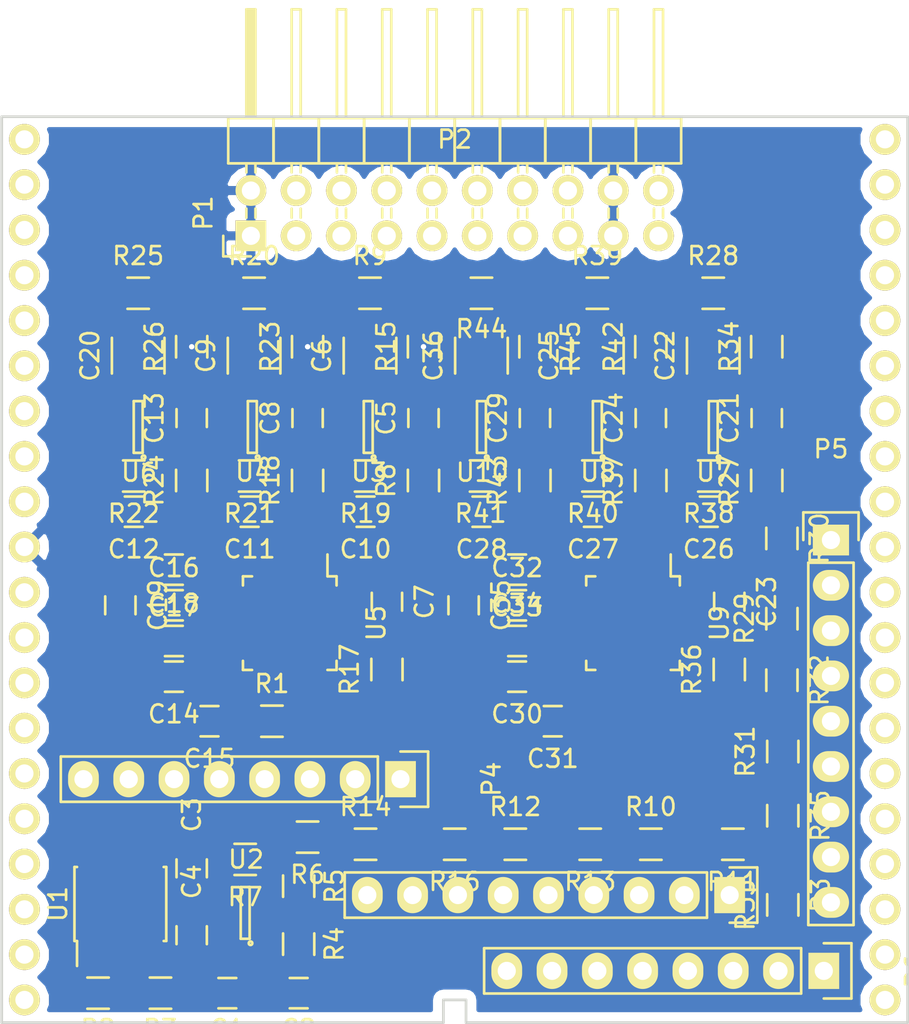
<source format=kicad_pcb>
(kicad_pcb (version 4) (host pcbnew 4.0.2-stable)

  (general
    (links 253)
    (no_connects 227)
    (area 74.324999 67.854999 150.158334 126.825)
    (thickness 1.6)
    (drawings 0)
    (tracks 21)
    (zones 0)
    (modules 97)
    (nets 89)
  )

  (page A4)
  (layers
    (0 F.Cu signal)
    (31 B.Cu signal)
    (32 B.Adhes user)
    (33 F.Adhes user)
    (34 B.Paste user)
    (35 F.Paste user)
    (36 B.SilkS user)
    (37 F.SilkS user hide)
    (38 B.Mask user)
    (39 F.Mask user)
    (40 Dwgs.User user)
    (41 Cmts.User user)
    (42 Eco1.User user)
    (43 Eco2.User user)
    (44 Edge.Cuts user)
    (45 Margin user)
    (46 B.CrtYd user)
    (47 F.CrtYd user)
    (48 B.Fab user hide)
    (49 F.Fab user hide)
  )

  (setup
    (last_trace_width 0.25)
    (trace_clearance 0.2)
    (zone_clearance 0.508)
    (zone_45_only no)
    (trace_min 0.2)
    (segment_width 0.2)
    (edge_width 0.15)
    (via_size 0.6)
    (via_drill 0.3)
    (via_min_size 0.4)
    (via_min_drill 0.3)
    (uvia_size 0.3)
    (uvia_drill 0.1)
    (uvias_allowed no)
    (uvia_min_size 0.2)
    (uvia_min_drill 0.1)
    (pcb_text_width 0.3)
    (pcb_text_size 1.5 1.5)
    (mod_edge_width 0.15)
    (mod_text_size 1 1)
    (mod_text_width 0.15)
    (pad_size 1.7272 1.7272)
    (pad_drill 1.016)
    (pad_to_mask_clearance 0.1)
    (solder_mask_min_width 0.1)
    (aux_axis_origin 0 0)
    (visible_elements FFFFEF7F)
    (pcbplotparams
      (layerselection 0x00030_80000001)
      (usegerberextensions false)
      (excludeedgelayer true)
      (linewidth 0.100000)
      (plotframeref false)
      (viasonmask false)
      (mode 1)
      (useauxorigin false)
      (hpglpennumber 1)
      (hpglpenspeed 20)
      (hpglpendiameter 15)
      (hpglpenoverlay 2)
      (psnegative false)
      (psa4output false)
      (plotreference true)
      (plotvalue true)
      (plotinvisibletext false)
      (padsonsilk false)
      (subtractmaskfromsilk false)
      (outputformat 1)
      (mirror false)
      (drillshape 1)
      (scaleselection 1)
      (outputdirectory ""))
  )

  (net 0 "")
  (net 1 "Net-(C1-Pad1)")
  (net 2 GND)
  (net 3 "Net-(C2-Pad2)")
  (net 4 +2V5)
  (net 5 -2V5)
  (net 6 "Net-(C5-Pad1)")
  (net 7 "Net-(C5-Pad2)")
  (net 8 "Net-(C6-Pad2)")
  (net 9 "Net-(C7-Pad2)")
  (net 10 "Net-(C8-Pad1)")
  (net 11 "Net-(C8-Pad2)")
  (net 12 "Net-(C9-Pad2)")
  (net 13 "Net-(C10-Pad1)")
  (net 14 "Net-(C11-Pad1)")
  (net 15 "Net-(C12-Pad1)")
  (net 16 "Net-(C13-Pad1)")
  (net 17 "Net-(C13-Pad2)")
  (net 18 "Net-(C14-Pad1)")
  (net 19 +3V3)
  (net 20 "Net-(C16-Pad2)")
  (net 21 "Net-(C20-Pad2)")
  (net 22 "Net-(C21-Pad1)")
  (net 23 "Net-(C21-Pad2)")
  (net 24 "Net-(C22-Pad2)")
  (net 25 "Net-(C23-Pad2)")
  (net 26 "Net-(C24-Pad1)")
  (net 27 "Net-(C24-Pad2)")
  (net 28 "Net-(C25-Pad2)")
  (net 29 "Net-(C26-Pad1)")
  (net 30 "Net-(C27-Pad1)")
  (net 31 "Net-(C28-Pad1)")
  (net 32 "Net-(C29-Pad1)")
  (net 33 "Net-(C29-Pad2)")
  (net 34 "Net-(C30-Pad1)")
  (net 35 "Net-(C32-Pad2)")
  (net 36 "Net-(C36-Pad2)")
  (net 37 +9V)
  (net 38 -9VA)
  (net 39 /TACHa)
  (net 40 /TACHb)
  (net 41 /channel1/AIN1)
  (net 42 /channel2/AIN1)
  (net 43 /channel1/AIN2)
  (net 44 /channel2/AIN2)
  (net 45 /channel1/AIN3)
  (net 46 /channel2/AIN3)
  (net 47 /A0)
  (net 48 /A1)
  (net 49 SCLK)
  (net 50 MOSI)
  (net 51 MISO)
  (net 52 /channel1//CS)
  (net 53 /channel2//CS)
  (net 54 f_ADC)
  (net 55 /channel2//DRDY)
  (net 56 /channel1//DRDY)
  (net 57 "Net-(P3-Pad1)")
  (net 58 "Net-(P3-Pad2)")
  (net 59 "Net-(P3-Pad3)")
  (net 60 "Net-(P3-Pad4)")
  (net 61 "Net-(P3-Pad5)")
  (net 62 "Net-(P3-Pad6)")
  (net 63 "Net-(P3-Pad7)")
  (net 64 "Net-(P3-Pad8)")
  (net 65 "Net-(P3-Pad9)")
  (net 66 "Net-(P4-Pad1)")
  (net 67 "Net-(P4-Pad7)")
  (net 68 "Net-(P5-Pad1)")
  (net 69 "Net-(P5-Pad2)")
  (net 70 "Net-(P5-Pad3)")
  (net 71 "Net-(P5-Pad4)")
  (net 72 "Net-(P5-Pad5)")
  (net 73 "Net-(P5-Pad6)")
  (net 74 "Net-(P5-Pad7)")
  (net 75 "Net-(P5-Pad8)")
  (net 76 "Net-(P5-Pad9)")
  (net 77 "Net-(P6-Pad1)")
  (net 78 "Net-(P6-Pad7)")
  (net 79 "Net-(R2-Pad2)")
  (net 80 "Net-(R3-Pad2)")
  (net 81 "Net-(R45-Pad1)")
  (net 82 "Net-(R5-Pad2)")
  (net 83 "Net-(R6-Pad2)")
  (net 84 "Net-(R15-Pad1)")
  (net 85 "Net-(R23-Pad1)")
  (net 86 "Net-(R26-Pad1)")
  (net 87 "Net-(R34-Pad1)")
  (net 88 "Net-(R42-Pad1)")

  (net_class Default "This is the default net class."
    (clearance 0.2)
    (trace_width 0.25)
    (via_dia 0.6)
    (via_drill 0.3)
    (uvia_dia 0.3)
    (uvia_drill 0.1)
    (add_net +2V5)
    (add_net +3V3)
    (add_net +9V)
    (add_net -2V5)
    (add_net -9VA)
    (add_net /A0)
    (add_net /A1)
    (add_net /TACHa)
    (add_net /TACHb)
    (add_net /channel1//CS)
    (add_net /channel1//DRDY)
    (add_net /channel1/AIN1)
    (add_net /channel1/AIN2)
    (add_net /channel1/AIN3)
    (add_net /channel2//CS)
    (add_net /channel2//DRDY)
    (add_net /channel2/AIN1)
    (add_net /channel2/AIN2)
    (add_net /channel2/AIN3)
    (add_net GND)
    (add_net MISO)
    (add_net MOSI)
    (add_net "Net-(C1-Pad1)")
    (add_net "Net-(C10-Pad1)")
    (add_net "Net-(C11-Pad1)")
    (add_net "Net-(C12-Pad1)")
    (add_net "Net-(C13-Pad1)")
    (add_net "Net-(C13-Pad2)")
    (add_net "Net-(C14-Pad1)")
    (add_net "Net-(C16-Pad2)")
    (add_net "Net-(C2-Pad2)")
    (add_net "Net-(C20-Pad2)")
    (add_net "Net-(C21-Pad1)")
    (add_net "Net-(C21-Pad2)")
    (add_net "Net-(C22-Pad2)")
    (add_net "Net-(C23-Pad2)")
    (add_net "Net-(C24-Pad1)")
    (add_net "Net-(C24-Pad2)")
    (add_net "Net-(C25-Pad2)")
    (add_net "Net-(C26-Pad1)")
    (add_net "Net-(C27-Pad1)")
    (add_net "Net-(C28-Pad1)")
    (add_net "Net-(C29-Pad1)")
    (add_net "Net-(C29-Pad2)")
    (add_net "Net-(C30-Pad1)")
    (add_net "Net-(C32-Pad2)")
    (add_net "Net-(C36-Pad2)")
    (add_net "Net-(C5-Pad1)")
    (add_net "Net-(C5-Pad2)")
    (add_net "Net-(C6-Pad2)")
    (add_net "Net-(C7-Pad2)")
    (add_net "Net-(C8-Pad1)")
    (add_net "Net-(C8-Pad2)")
    (add_net "Net-(C9-Pad2)")
    (add_net "Net-(P3-Pad1)")
    (add_net "Net-(P3-Pad2)")
    (add_net "Net-(P3-Pad3)")
    (add_net "Net-(P3-Pad4)")
    (add_net "Net-(P3-Pad5)")
    (add_net "Net-(P3-Pad6)")
    (add_net "Net-(P3-Pad7)")
    (add_net "Net-(P3-Pad8)")
    (add_net "Net-(P3-Pad9)")
    (add_net "Net-(P4-Pad1)")
    (add_net "Net-(P4-Pad7)")
    (add_net "Net-(P5-Pad1)")
    (add_net "Net-(P5-Pad2)")
    (add_net "Net-(P5-Pad3)")
    (add_net "Net-(P5-Pad4)")
    (add_net "Net-(P5-Pad5)")
    (add_net "Net-(P5-Pad6)")
    (add_net "Net-(P5-Pad7)")
    (add_net "Net-(P5-Pad8)")
    (add_net "Net-(P5-Pad9)")
    (add_net "Net-(P6-Pad1)")
    (add_net "Net-(P6-Pad7)")
    (add_net "Net-(R15-Pad1)")
    (add_net "Net-(R2-Pad2)")
    (add_net "Net-(R23-Pad1)")
    (add_net "Net-(R26-Pad1)")
    (add_net "Net-(R3-Pad2)")
    (add_net "Net-(R34-Pad1)")
    (add_net "Net-(R42-Pad1)")
    (add_net "Net-(R45-Pad1)")
    (add_net "Net-(R5-Pad2)")
    (add_net "Net-(R6-Pad2)")
    (add_net SCLK)
    (add_net f_ADC)
  )

  (module Capacitors_SMD:C_0805 (layer F.Cu) (tedit 5415D6EA) (tstamp 57EC223C)
    (at 98.25 91.5 90)
    (descr "Capacitor SMD 0805, reflow soldering, AVX (see smccp.pdf)")
    (tags "capacitor 0805")
    (path /57E9770E/57EA3283)
    (attr smd)
    (fp_text reference C5 (at 0 -2.1 90) (layer F.SilkS)
      (effects (font (size 1 1) (thickness 0.15)))
    )
    (fp_text value 1n (at 0 2.1 90) (layer F.Fab)
      (effects (font (size 1 1) (thickness 0.15)))
    )
    (fp_line (start -1.8 -1) (end 1.8 -1) (layer F.CrtYd) (width 0.05))
    (fp_line (start -1.8 1) (end 1.8 1) (layer F.CrtYd) (width 0.05))
    (fp_line (start -1.8 -1) (end -1.8 1) (layer F.CrtYd) (width 0.05))
    (fp_line (start 1.8 -1) (end 1.8 1) (layer F.CrtYd) (width 0.05))
    (fp_line (start 0.5 -0.85) (end -0.5 -0.85) (layer F.SilkS) (width 0.15))
    (fp_line (start -0.5 0.85) (end 0.5 0.85) (layer F.SilkS) (width 0.15))
    (pad 1 smd rect (at -1 0 90) (size 1 1.25) (layers F.Cu F.Paste F.Mask)
      (net 6 "Net-(C5-Pad1)"))
    (pad 2 smd rect (at 1 0 90) (size 1 1.25) (layers F.Cu F.Paste F.Mask)
      (net 7 "Net-(C5-Pad2)"))
    (model Capacitors_SMD.3dshapes/C_0805.wrl
      (at (xyz 0 0 0))
      (scale (xyz 1 1 1))
      (rotate (xyz 0 0 0))
    )
  )

  (module Capacitors_SMD:C_0805 (layer F.Cu) (tedit 5415D6EA) (tstamp 57EC220C)
    (at 87.25 123.75)
    (descr "Capacitor SMD 0805, reflow soldering, AVX (see smccp.pdf)")
    (tags "capacitor 0805")
    (path /57EC5329)
    (attr smd)
    (fp_text reference C1 (at 0 2) (layer F.SilkS)
      (effects (font (size 1 1) (thickness 0.15)))
    )
    (fp_text value 100n (at 0 2.1) (layer F.Fab)
      (effects (font (size 1 1) (thickness 0.15)))
    )
    (fp_line (start -1.8 -1) (end 1.8 -1) (layer F.CrtYd) (width 0.05))
    (fp_line (start -1.8 1) (end 1.8 1) (layer F.CrtYd) (width 0.05))
    (fp_line (start -1.8 -1) (end -1.8 1) (layer F.CrtYd) (width 0.05))
    (fp_line (start 1.8 -1) (end 1.8 1) (layer F.CrtYd) (width 0.05))
    (fp_line (start 0.5 -0.85) (end -0.5 -0.85) (layer F.SilkS) (width 0.15))
    (fp_line (start -0.5 0.85) (end 0.5 0.85) (layer F.SilkS) (width 0.15))
    (pad 1 smd rect (at -1 0) (size 1 1.25) (layers F.Cu F.Paste F.Mask)
      (net 1 "Net-(C1-Pad1)"))
    (pad 2 smd rect (at 1 0) (size 1 1.25) (layers F.Cu F.Paste F.Mask)
      (net 2 GND))
    (model Capacitors_SMD.3dshapes/C_0805.wrl
      (at (xyz 0 0 0))
      (scale (xyz 1 1 1))
      (rotate (xyz 0 0 0))
    )
  )

  (module Capacitors_SMD:C_0805 (layer F.Cu) (tedit 5415D6EA) (tstamp 57EC2218)
    (at 91.25 123.75)
    (descr "Capacitor SMD 0805, reflow soldering, AVX (see smccp.pdf)")
    (tags "capacitor 0805")
    (path /57EC541B)
    (attr smd)
    (fp_text reference C2 (at 0 2) (layer F.SilkS)
      (effects (font (size 1 1) (thickness 0.15)))
    )
    (fp_text value 100n (at 0 2.1) (layer F.Fab)
      (effects (font (size 1 1) (thickness 0.15)))
    )
    (fp_line (start -1.8 -1) (end 1.8 -1) (layer F.CrtYd) (width 0.05))
    (fp_line (start -1.8 1) (end 1.8 1) (layer F.CrtYd) (width 0.05))
    (fp_line (start -1.8 -1) (end -1.8 1) (layer F.CrtYd) (width 0.05))
    (fp_line (start 1.8 -1) (end 1.8 1) (layer F.CrtYd) (width 0.05))
    (fp_line (start 0.5 -0.85) (end -0.5 -0.85) (layer F.SilkS) (width 0.15))
    (fp_line (start -0.5 0.85) (end 0.5 0.85) (layer F.SilkS) (width 0.15))
    (pad 1 smd rect (at -1 0) (size 1 1.25) (layers F.Cu F.Paste F.Mask)
      (net 2 GND))
    (pad 2 smd rect (at 1 0) (size 1 1.25) (layers F.Cu F.Paste F.Mask)
      (net 3 "Net-(C2-Pad2)"))
    (model Capacitors_SMD.3dshapes/C_0805.wrl
      (at (xyz 0 0 0))
      (scale (xyz 1 1 1))
      (rotate (xyz 0 0 0))
    )
  )

  (module Capacitors_SMD:C_0805 (layer F.Cu) (tedit 5415D6EA) (tstamp 57EC2224)
    (at 85.25 116.75 270)
    (descr "Capacitor SMD 0805, reflow soldering, AVX (see smccp.pdf)")
    (tags "capacitor 0805")
    (path /57EC44F1)
    (attr smd)
    (fp_text reference C3 (at -3 0 270) (layer F.SilkS)
      (effects (font (size 1 1) (thickness 0.15)))
    )
    (fp_text value 10u (at 0 2.1 270) (layer F.Fab)
      (effects (font (size 1 1) (thickness 0.15)))
    )
    (fp_line (start -1.8 -1) (end 1.8 -1) (layer F.CrtYd) (width 0.05))
    (fp_line (start -1.8 1) (end 1.8 1) (layer F.CrtYd) (width 0.05))
    (fp_line (start -1.8 -1) (end -1.8 1) (layer F.CrtYd) (width 0.05))
    (fp_line (start 1.8 -1) (end 1.8 1) (layer F.CrtYd) (width 0.05))
    (fp_line (start 0.5 -0.85) (end -0.5 -0.85) (layer F.SilkS) (width 0.15))
    (fp_line (start -0.5 0.85) (end 0.5 0.85) (layer F.SilkS) (width 0.15))
    (pad 1 smd rect (at -1 0 270) (size 1 1.25) (layers F.Cu F.Paste F.Mask)
      (net 4 +2V5))
    (pad 2 smd rect (at 1 0 270) (size 1 1.25) (layers F.Cu F.Paste F.Mask)
      (net 2 GND))
    (model Capacitors_SMD.3dshapes/C_0805.wrl
      (at (xyz 0 0 0))
      (scale (xyz 1 1 1))
      (rotate (xyz 0 0 0))
    )
  )

  (module Capacitors_SMD:C_0805 (layer F.Cu) (tedit 5415D6EA) (tstamp 57EC2230)
    (at 85.25 120.5 270)
    (descr "Capacitor SMD 0805, reflow soldering, AVX (see smccp.pdf)")
    (tags "capacitor 0805")
    (path /57EC472D)
    (attr smd)
    (fp_text reference C4 (at -3 0 270) (layer F.SilkS)
      (effects (font (size 1 1) (thickness 0.15)))
    )
    (fp_text value 10u (at 0 2.1 270) (layer F.Fab)
      (effects (font (size 1 1) (thickness 0.15)))
    )
    (fp_line (start -1.8 -1) (end 1.8 -1) (layer F.CrtYd) (width 0.05))
    (fp_line (start -1.8 1) (end 1.8 1) (layer F.CrtYd) (width 0.05))
    (fp_line (start -1.8 -1) (end -1.8 1) (layer F.CrtYd) (width 0.05))
    (fp_line (start 1.8 -1) (end 1.8 1) (layer F.CrtYd) (width 0.05))
    (fp_line (start 0.5 -0.85) (end -0.5 -0.85) (layer F.SilkS) (width 0.15))
    (fp_line (start -0.5 0.85) (end 0.5 0.85) (layer F.SilkS) (width 0.15))
    (pad 1 smd rect (at -1 0 270) (size 1 1.25) (layers F.Cu F.Paste F.Mask)
      (net 5 -2V5))
    (pad 2 smd rect (at 1 0 270) (size 1 1.25) (layers F.Cu F.Paste F.Mask)
      (net 2 GND))
    (model Capacitors_SMD.3dshapes/C_0805.wrl
      (at (xyz 0 0 0))
      (scale (xyz 1 1 1))
      (rotate (xyz 0 0 0))
    )
  )

  (module Capacitors_SMD:C_0805 (layer F.Cu) (tedit 5415D6EA) (tstamp 57EC2254)
    (at 96.2 101.8 270)
    (descr "Capacitor SMD 0805, reflow soldering, AVX (see smccp.pdf)")
    (tags "capacitor 0805")
    (path /57E9770E/57E98AF3)
    (attr smd)
    (fp_text reference C7 (at 0 -2.1 270) (layer F.SilkS)
      (effects (font (size 1 1) (thickness 0.15)))
    )
    (fp_text value 1u (at 0 2.1 270) (layer F.Fab)
      (effects (font (size 1 1) (thickness 0.15)))
    )
    (fp_line (start -1.8 -1) (end 1.8 -1) (layer F.CrtYd) (width 0.05))
    (fp_line (start -1.8 1) (end 1.8 1) (layer F.CrtYd) (width 0.05))
    (fp_line (start -1.8 -1) (end -1.8 1) (layer F.CrtYd) (width 0.05))
    (fp_line (start 1.8 -1) (end 1.8 1) (layer F.CrtYd) (width 0.05))
    (fp_line (start 0.5 -0.85) (end -0.5 -0.85) (layer F.SilkS) (width 0.15))
    (fp_line (start -0.5 0.85) (end 0.5 0.85) (layer F.SilkS) (width 0.15))
    (pad 1 smd rect (at -1 0 270) (size 1 1.25) (layers F.Cu F.Paste F.Mask)
      (net 2 GND))
    (pad 2 smd rect (at 1 0 270) (size 1 1.25) (layers F.Cu F.Paste F.Mask)
      (net 9 "Net-(C7-Pad2)"))
    (model Capacitors_SMD.3dshapes/C_0805.wrl
      (at (xyz 0 0 0))
      (scale (xyz 1 1 1))
      (rotate (xyz 0 0 0))
    )
  )

  (module Capacitors_SMD:C_0805 (layer F.Cu) (tedit 5415D6EA) (tstamp 57EC2260)
    (at 91.75 91.5 90)
    (descr "Capacitor SMD 0805, reflow soldering, AVX (see smccp.pdf)")
    (tags "capacitor 0805")
    (path /57E9770E/57F289BE)
    (attr smd)
    (fp_text reference C8 (at 0 -2.1 90) (layer F.SilkS)
      (effects (font (size 1 1) (thickness 0.15)))
    )
    (fp_text value 1n (at 0 2.1 90) (layer F.Fab)
      (effects (font (size 1 1) (thickness 0.15)))
    )
    (fp_line (start -1.8 -1) (end 1.8 -1) (layer F.CrtYd) (width 0.05))
    (fp_line (start -1.8 1) (end 1.8 1) (layer F.CrtYd) (width 0.05))
    (fp_line (start -1.8 -1) (end -1.8 1) (layer F.CrtYd) (width 0.05))
    (fp_line (start 1.8 -1) (end 1.8 1) (layer F.CrtYd) (width 0.05))
    (fp_line (start 0.5 -0.85) (end -0.5 -0.85) (layer F.SilkS) (width 0.15))
    (fp_line (start -0.5 0.85) (end 0.5 0.85) (layer F.SilkS) (width 0.15))
    (pad 1 smd rect (at -1 0 90) (size 1 1.25) (layers F.Cu F.Paste F.Mask)
      (net 10 "Net-(C8-Pad1)"))
    (pad 2 smd rect (at 1 0 90) (size 1 1.25) (layers F.Cu F.Paste F.Mask)
      (net 11 "Net-(C8-Pad2)"))
    (model Capacitors_SMD.3dshapes/C_0805.wrl
      (at (xyz 0 0 0))
      (scale (xyz 1 1 1))
      (rotate (xyz 0 0 0))
    )
  )

  (module Capacitors_SMD:C_0805 (layer F.Cu) (tedit 5415D6EA) (tstamp 57EC2278)
    (at 95 96.75 180)
    (descr "Capacitor SMD 0805, reflow soldering, AVX (see smccp.pdf)")
    (tags "capacitor 0805")
    (path /57E9770E/57E98A8B)
    (attr smd)
    (fp_text reference C10 (at 0 -2.1 180) (layer F.SilkS)
      (effects (font (size 1 1) (thickness 0.15)))
    )
    (fp_text value 18n (at 0 2.1 180) (layer F.Fab)
      (effects (font (size 1 1) (thickness 0.15)))
    )
    (fp_line (start -1.8 -1) (end 1.8 -1) (layer F.CrtYd) (width 0.05))
    (fp_line (start -1.8 1) (end 1.8 1) (layer F.CrtYd) (width 0.05))
    (fp_line (start -1.8 -1) (end -1.8 1) (layer F.CrtYd) (width 0.05))
    (fp_line (start 1.8 -1) (end 1.8 1) (layer F.CrtYd) (width 0.05))
    (fp_line (start 0.5 -0.85) (end -0.5 -0.85) (layer F.SilkS) (width 0.15))
    (fp_line (start -0.5 0.85) (end 0.5 0.85) (layer F.SilkS) (width 0.15))
    (pad 1 smd rect (at -1 0 180) (size 1 1.25) (layers F.Cu F.Paste F.Mask)
      (net 13 "Net-(C10-Pad1)"))
    (pad 2 smd rect (at 1 0 180) (size 1 1.25) (layers F.Cu F.Paste F.Mask)
      (net 2 GND))
    (model Capacitors_SMD.3dshapes/C_0805.wrl
      (at (xyz 0 0 0))
      (scale (xyz 1 1 1))
      (rotate (xyz 0 0 0))
    )
  )

  (module Capacitors_SMD:C_0805 (layer F.Cu) (tedit 5415D6EA) (tstamp 57EC2284)
    (at 88.5 96.75 180)
    (descr "Capacitor SMD 0805, reflow soldering, AVX (see smccp.pdf)")
    (tags "capacitor 0805")
    (path /57E9770E/57F28454)
    (attr smd)
    (fp_text reference C11 (at 0 -2.1 180) (layer F.SilkS)
      (effects (font (size 1 1) (thickness 0.15)))
    )
    (fp_text value 18n (at 0 2.1 180) (layer F.Fab)
      (effects (font (size 1 1) (thickness 0.15)))
    )
    (fp_line (start -1.8 -1) (end 1.8 -1) (layer F.CrtYd) (width 0.05))
    (fp_line (start -1.8 1) (end 1.8 1) (layer F.CrtYd) (width 0.05))
    (fp_line (start -1.8 -1) (end -1.8 1) (layer F.CrtYd) (width 0.05))
    (fp_line (start 1.8 -1) (end 1.8 1) (layer F.CrtYd) (width 0.05))
    (fp_line (start 0.5 -0.85) (end -0.5 -0.85) (layer F.SilkS) (width 0.15))
    (fp_line (start -0.5 0.85) (end 0.5 0.85) (layer F.SilkS) (width 0.15))
    (pad 1 smd rect (at -1 0 180) (size 1 1.25) (layers F.Cu F.Paste F.Mask)
      (net 14 "Net-(C11-Pad1)"))
    (pad 2 smd rect (at 1 0 180) (size 1 1.25) (layers F.Cu F.Paste F.Mask)
      (net 2 GND))
    (model Capacitors_SMD.3dshapes/C_0805.wrl
      (at (xyz 0 0 0))
      (scale (xyz 1 1 1))
      (rotate (xyz 0 0 0))
    )
  )

  (module Capacitors_SMD:C_0805 (layer F.Cu) (tedit 5415D6EA) (tstamp 57EC2290)
    (at 82 96.75 180)
    (descr "Capacitor SMD 0805, reflow soldering, AVX (see smccp.pdf)")
    (tags "capacitor 0805")
    (path /57E9770E/57F284EC)
    (attr smd)
    (fp_text reference C12 (at 0 -2.1 180) (layer F.SilkS)
      (effects (font (size 1 1) (thickness 0.15)))
    )
    (fp_text value 18n (at 0 2.1 180) (layer F.Fab)
      (effects (font (size 1 1) (thickness 0.15)))
    )
    (fp_line (start -1.8 -1) (end 1.8 -1) (layer F.CrtYd) (width 0.05))
    (fp_line (start -1.8 1) (end 1.8 1) (layer F.CrtYd) (width 0.05))
    (fp_line (start -1.8 -1) (end -1.8 1) (layer F.CrtYd) (width 0.05))
    (fp_line (start 1.8 -1) (end 1.8 1) (layer F.CrtYd) (width 0.05))
    (fp_line (start 0.5 -0.85) (end -0.5 -0.85) (layer F.SilkS) (width 0.15))
    (fp_line (start -0.5 0.85) (end 0.5 0.85) (layer F.SilkS) (width 0.15))
    (pad 1 smd rect (at -1 0 180) (size 1 1.25) (layers F.Cu F.Paste F.Mask)
      (net 15 "Net-(C12-Pad1)"))
    (pad 2 smd rect (at 1 0 180) (size 1 1.25) (layers F.Cu F.Paste F.Mask)
      (net 2 GND))
    (model Capacitors_SMD.3dshapes/C_0805.wrl
      (at (xyz 0 0 0))
      (scale (xyz 1 1 1))
      (rotate (xyz 0 0 0))
    )
  )

  (module Capacitors_SMD:C_0805 (layer F.Cu) (tedit 5415D6EA) (tstamp 57EC229C)
    (at 85.25 91.5 90)
    (descr "Capacitor SMD 0805, reflow soldering, AVX (see smccp.pdf)")
    (tags "capacitor 0805")
    (path /57E9770E/57F28B6C)
    (attr smd)
    (fp_text reference C13 (at 0 -2.1 90) (layer F.SilkS)
      (effects (font (size 1 1) (thickness 0.15)))
    )
    (fp_text value 1n (at 0 2.1 90) (layer F.Fab)
      (effects (font (size 1 1) (thickness 0.15)))
    )
    (fp_line (start -1.8 -1) (end 1.8 -1) (layer F.CrtYd) (width 0.05))
    (fp_line (start -1.8 1) (end 1.8 1) (layer F.CrtYd) (width 0.05))
    (fp_line (start -1.8 -1) (end -1.8 1) (layer F.CrtYd) (width 0.05))
    (fp_line (start 1.8 -1) (end 1.8 1) (layer F.CrtYd) (width 0.05))
    (fp_line (start 0.5 -0.85) (end -0.5 -0.85) (layer F.SilkS) (width 0.15))
    (fp_line (start -0.5 0.85) (end 0.5 0.85) (layer F.SilkS) (width 0.15))
    (pad 1 smd rect (at -1 0 90) (size 1 1.25) (layers F.Cu F.Paste F.Mask)
      (net 16 "Net-(C13-Pad1)"))
    (pad 2 smd rect (at 1 0 90) (size 1 1.25) (layers F.Cu F.Paste F.Mask)
      (net 17 "Net-(C13-Pad2)"))
    (model Capacitors_SMD.3dshapes/C_0805.wrl
      (at (xyz 0 0 0))
      (scale (xyz 1 1 1))
      (rotate (xyz 0 0 0))
    )
  )

  (module Capacitors_SMD:C_0805 (layer F.Cu) (tedit 5415D6EA) (tstamp 57EC22A8)
    (at 84.25 106 180)
    (descr "Capacitor SMD 0805, reflow soldering, AVX (see smccp.pdf)")
    (tags "capacitor 0805")
    (path /57E9770E/57E98A76)
    (attr smd)
    (fp_text reference C14 (at 0 -2.1 180) (layer F.SilkS)
      (effects (font (size 1 1) (thickness 0.15)))
    )
    (fp_text value 1u (at 0 2.1 180) (layer F.Fab)
      (effects (font (size 1 1) (thickness 0.15)))
    )
    (fp_line (start -1.8 -1) (end 1.8 -1) (layer F.CrtYd) (width 0.05))
    (fp_line (start -1.8 1) (end 1.8 1) (layer F.CrtYd) (width 0.05))
    (fp_line (start -1.8 -1) (end -1.8 1) (layer F.CrtYd) (width 0.05))
    (fp_line (start 1.8 -1) (end 1.8 1) (layer F.CrtYd) (width 0.05))
    (fp_line (start 0.5 -0.85) (end -0.5 -0.85) (layer F.SilkS) (width 0.15))
    (fp_line (start -0.5 0.85) (end 0.5 0.85) (layer F.SilkS) (width 0.15))
    (pad 1 smd rect (at -1 0 180) (size 1 1.25) (layers F.Cu F.Paste F.Mask)
      (net 18 "Net-(C14-Pad1)"))
    (pad 2 smd rect (at 1 0 180) (size 1 1.25) (layers F.Cu F.Paste F.Mask)
      (net 5 -2V5))
    (model Capacitors_SMD.3dshapes/C_0805.wrl
      (at (xyz 0 0 0))
      (scale (xyz 1 1 1))
      (rotate (xyz 0 0 0))
    )
  )

  (module Capacitors_SMD:C_0805 (layer F.Cu) (tedit 5415D6EA) (tstamp 57EC22B4)
    (at 86.25 108.5 180)
    (descr "Capacitor SMD 0805, reflow soldering, AVX (see smccp.pdf)")
    (tags "capacitor 0805")
    (path /57E9770E/57E98A47)
    (attr smd)
    (fp_text reference C15 (at 0 -2.1 180) (layer F.SilkS)
      (effects (font (size 1 1) (thickness 0.15)))
    )
    (fp_text value 1u (at 0 2.1 180) (layer F.Fab)
      (effects (font (size 1 1) (thickness 0.15)))
    )
    (fp_line (start -1.8 -1) (end 1.8 -1) (layer F.CrtYd) (width 0.05))
    (fp_line (start -1.8 1) (end 1.8 1) (layer F.CrtYd) (width 0.05))
    (fp_line (start -1.8 -1) (end -1.8 1) (layer F.CrtYd) (width 0.05))
    (fp_line (start 1.8 -1) (end 1.8 1) (layer F.CrtYd) (width 0.05))
    (fp_line (start 0.5 -0.85) (end -0.5 -0.85) (layer F.SilkS) (width 0.15))
    (fp_line (start -0.5 0.85) (end 0.5 0.85) (layer F.SilkS) (width 0.15))
    (pad 1 smd rect (at -1 0 180) (size 1 1.25) (layers F.Cu F.Paste F.Mask)
      (net 19 +3V3))
    (pad 2 smd rect (at 1 0 180) (size 1 1.25) (layers F.Cu F.Paste F.Mask)
      (net 2 GND))
    (model Capacitors_SMD.3dshapes/C_0805.wrl
      (at (xyz 0 0 0))
      (scale (xyz 1 1 1))
      (rotate (xyz 0 0 0))
    )
  )

  (module Capacitors_SMD:C_0805 (layer F.Cu) (tedit 5415D6EA) (tstamp 57EC22C0)
    (at 84.25 102)
    (descr "Capacitor SMD 0805, reflow soldering, AVX (see smccp.pdf)")
    (tags "capacitor 0805")
    (path /57E9770E/57E98A6F)
    (attr smd)
    (fp_text reference C16 (at 0 -2.1) (layer F.SilkS)
      (effects (font (size 1 1) (thickness 0.15)))
    )
    (fp_text value 1u (at 0 2.1) (layer F.Fab)
      (effects (font (size 1 1) (thickness 0.15)))
    )
    (fp_line (start -1.8 -1) (end 1.8 -1) (layer F.CrtYd) (width 0.05))
    (fp_line (start -1.8 1) (end 1.8 1) (layer F.CrtYd) (width 0.05))
    (fp_line (start -1.8 -1) (end -1.8 1) (layer F.CrtYd) (width 0.05))
    (fp_line (start 1.8 -1) (end 1.8 1) (layer F.CrtYd) (width 0.05))
    (fp_line (start 0.5 -0.85) (end -0.5 -0.85) (layer F.SilkS) (width 0.15))
    (fp_line (start -0.5 0.85) (end 0.5 0.85) (layer F.SilkS) (width 0.15))
    (pad 1 smd rect (at -1 0) (size 1 1.25) (layers F.Cu F.Paste F.Mask)
      (net 5 -2V5))
    (pad 2 smd rect (at 1 0) (size 1 1.25) (layers F.Cu F.Paste F.Mask)
      (net 20 "Net-(C16-Pad2)"))
    (model Capacitors_SMD.3dshapes/C_0805.wrl
      (at (xyz 0 0 0))
      (scale (xyz 1 1 1))
      (rotate (xyz 0 0 0))
    )
  )

  (module Capacitors_SMD:C_0805 (layer F.Cu) (tedit 5415D6EA) (tstamp 57EC22CC)
    (at 84.25 100 180)
    (descr "Capacitor SMD 0805, reflow soldering, AVX (see smccp.pdf)")
    (tags "capacitor 0805")
    (path /57E9770E/57E98A62)
    (attr smd)
    (fp_text reference C17 (at 0 -2.1 180) (layer F.SilkS)
      (effects (font (size 1 1) (thickness 0.15)))
    )
    (fp_text value 1u (at 0 2.1 180) (layer F.Fab)
      (effects (font (size 1 1) (thickness 0.15)))
    )
    (fp_line (start -1.8 -1) (end 1.8 -1) (layer F.CrtYd) (width 0.05))
    (fp_line (start -1.8 1) (end 1.8 1) (layer F.CrtYd) (width 0.05))
    (fp_line (start -1.8 -1) (end -1.8 1) (layer F.CrtYd) (width 0.05))
    (fp_line (start 1.8 -1) (end 1.8 1) (layer F.CrtYd) (width 0.05))
    (fp_line (start 0.5 -0.85) (end -0.5 -0.85) (layer F.SilkS) (width 0.15))
    (fp_line (start -0.5 0.85) (end 0.5 0.85) (layer F.SilkS) (width 0.15))
    (pad 1 smd rect (at -1 0 180) (size 1 1.25) (layers F.Cu F.Paste F.Mask)
      (net 4 +2V5))
    (pad 2 smd rect (at 1 0 180) (size 1 1.25) (layers F.Cu F.Paste F.Mask)
      (net 2 GND))
    (model Capacitors_SMD.3dshapes/C_0805.wrl
      (at (xyz 0 0 0))
      (scale (xyz 1 1 1))
      (rotate (xyz 0 0 0))
    )
  )

  (module Capacitors_SMD:C_0805 (layer F.Cu) (tedit 5415D6EA) (tstamp 57EC22D8)
    (at 84.25 104)
    (descr "Capacitor SMD 0805, reflow soldering, AVX (see smccp.pdf)")
    (tags "capacitor 0805")
    (path /57E9770E/57E98A5B)
    (attr smd)
    (fp_text reference C18 (at 0 -2.1) (layer F.SilkS)
      (effects (font (size 1 1) (thickness 0.15)))
    )
    (fp_text value 1u (at 0 2.1) (layer F.Fab)
      (effects (font (size 1 1) (thickness 0.15)))
    )
    (fp_line (start -1.8 -1) (end 1.8 -1) (layer F.CrtYd) (width 0.05))
    (fp_line (start -1.8 1) (end 1.8 1) (layer F.CrtYd) (width 0.05))
    (fp_line (start -1.8 -1) (end -1.8 1) (layer F.CrtYd) (width 0.05))
    (fp_line (start 1.8 -1) (end 1.8 1) (layer F.CrtYd) (width 0.05))
    (fp_line (start 0.5 -0.85) (end -0.5 -0.85) (layer F.SilkS) (width 0.15))
    (fp_line (start -0.5 0.85) (end 0.5 0.85) (layer F.SilkS) (width 0.15))
    (pad 1 smd rect (at -1 0) (size 1 1.25) (layers F.Cu F.Paste F.Mask)
      (net 2 GND))
    (pad 2 smd rect (at 1 0) (size 1 1.25) (layers F.Cu F.Paste F.Mask)
      (net 5 -2V5))
    (model Capacitors_SMD.3dshapes/C_0805.wrl
      (at (xyz 0 0 0))
      (scale (xyz 1 1 1))
      (rotate (xyz 0 0 0))
    )
  )

  (module Capacitors_SMD:C_0805 (layer F.Cu) (tedit 5415D6EA) (tstamp 57EC22E4)
    (at 81.25 102 270)
    (descr "Capacitor SMD 0805, reflow soldering, AVX (see smccp.pdf)")
    (tags "capacitor 0805")
    (path /57E9770E/57E98A54)
    (attr smd)
    (fp_text reference C19 (at 0 -2.1 270) (layer F.SilkS)
      (effects (font (size 1 1) (thickness 0.15)))
    )
    (fp_text value 1u (at 0 2.1 270) (layer F.Fab)
      (effects (font (size 1 1) (thickness 0.15)))
    )
    (fp_line (start -1.8 -1) (end 1.8 -1) (layer F.CrtYd) (width 0.05))
    (fp_line (start -1.8 1) (end 1.8 1) (layer F.CrtYd) (width 0.05))
    (fp_line (start -1.8 -1) (end -1.8 1) (layer F.CrtYd) (width 0.05))
    (fp_line (start 1.8 -1) (end 1.8 1) (layer F.CrtYd) (width 0.05))
    (fp_line (start 0.5 -0.85) (end -0.5 -0.85) (layer F.SilkS) (width 0.15))
    (fp_line (start -0.5 0.85) (end 0.5 0.85) (layer F.SilkS) (width 0.15))
    (pad 1 smd rect (at -1 0 270) (size 1 1.25) (layers F.Cu F.Paste F.Mask)
      (net 4 +2V5))
    (pad 2 smd rect (at 1 0 270) (size 1 1.25) (layers F.Cu F.Paste F.Mask)
      (net 5 -2V5))
    (model Capacitors_SMD.3dshapes/C_0805.wrl
      (at (xyz 0 0 0))
      (scale (xyz 1 1 1))
      (rotate (xyz 0 0 0))
    )
  )

  (module Capacitors_SMD:C_0805 (layer F.Cu) (tedit 5415D6EA) (tstamp 57EC22FC)
    (at 117.5 91.5 90)
    (descr "Capacitor SMD 0805, reflow soldering, AVX (see smccp.pdf)")
    (tags "capacitor 0805")
    (path /57E9B531/57EA3283)
    (attr smd)
    (fp_text reference C21 (at 0 -2.1 90) (layer F.SilkS)
      (effects (font (size 1 1) (thickness 0.15)))
    )
    (fp_text value 1n (at 0 2.1 90) (layer F.Fab)
      (effects (font (size 1 1) (thickness 0.15)))
    )
    (fp_line (start -1.8 -1) (end 1.8 -1) (layer F.CrtYd) (width 0.05))
    (fp_line (start -1.8 1) (end 1.8 1) (layer F.CrtYd) (width 0.05))
    (fp_line (start -1.8 -1) (end -1.8 1) (layer F.CrtYd) (width 0.05))
    (fp_line (start 1.8 -1) (end 1.8 1) (layer F.CrtYd) (width 0.05))
    (fp_line (start 0.5 -0.85) (end -0.5 -0.85) (layer F.SilkS) (width 0.15))
    (fp_line (start -0.5 0.85) (end 0.5 0.85) (layer F.SilkS) (width 0.15))
    (pad 1 smd rect (at -1 0 90) (size 1 1.25) (layers F.Cu F.Paste F.Mask)
      (net 22 "Net-(C21-Pad1)"))
    (pad 2 smd rect (at 1 0 90) (size 1 1.25) (layers F.Cu F.Paste F.Mask)
      (net 23 "Net-(C21-Pad2)"))
    (model Capacitors_SMD.3dshapes/C_0805.wrl
      (at (xyz 0 0 0))
      (scale (xyz 1 1 1))
      (rotate (xyz 0 0 0))
    )
  )

  (module Capacitors_SMD:C_0805 (layer F.Cu) (tedit 5415D6EA) (tstamp 57EC2314)
    (at 115.4 101.8 270)
    (descr "Capacitor SMD 0805, reflow soldering, AVX (see smccp.pdf)")
    (tags "capacitor 0805")
    (path /57E9B531/57E98AF3)
    (attr smd)
    (fp_text reference C23 (at 0 -2.1 270) (layer F.SilkS)
      (effects (font (size 1 1) (thickness 0.15)))
    )
    (fp_text value 1u (at 0 2.1 270) (layer F.Fab)
      (effects (font (size 1 1) (thickness 0.15)))
    )
    (fp_line (start -1.8 -1) (end 1.8 -1) (layer F.CrtYd) (width 0.05))
    (fp_line (start -1.8 1) (end 1.8 1) (layer F.CrtYd) (width 0.05))
    (fp_line (start -1.8 -1) (end -1.8 1) (layer F.CrtYd) (width 0.05))
    (fp_line (start 1.8 -1) (end 1.8 1) (layer F.CrtYd) (width 0.05))
    (fp_line (start 0.5 -0.85) (end -0.5 -0.85) (layer F.SilkS) (width 0.15))
    (fp_line (start -0.5 0.85) (end 0.5 0.85) (layer F.SilkS) (width 0.15))
    (pad 1 smd rect (at -1 0 270) (size 1 1.25) (layers F.Cu F.Paste F.Mask)
      (net 2 GND))
    (pad 2 smd rect (at 1 0 270) (size 1 1.25) (layers F.Cu F.Paste F.Mask)
      (net 25 "Net-(C23-Pad2)"))
    (model Capacitors_SMD.3dshapes/C_0805.wrl
      (at (xyz 0 0 0))
      (scale (xyz 1 1 1))
      (rotate (xyz 0 0 0))
    )
  )

  (module Capacitors_SMD:C_0805 (layer F.Cu) (tedit 5415D6EA) (tstamp 57EC2320)
    (at 111 91.5 90)
    (descr "Capacitor SMD 0805, reflow soldering, AVX (see smccp.pdf)")
    (tags "capacitor 0805")
    (path /57E9B531/57F289BE)
    (attr smd)
    (fp_text reference C24 (at 0 -2.1 90) (layer F.SilkS)
      (effects (font (size 1 1) (thickness 0.15)))
    )
    (fp_text value 1n (at 0 2.1 90) (layer F.Fab)
      (effects (font (size 1 1) (thickness 0.15)))
    )
    (fp_line (start -1.8 -1) (end 1.8 -1) (layer F.CrtYd) (width 0.05))
    (fp_line (start -1.8 1) (end 1.8 1) (layer F.CrtYd) (width 0.05))
    (fp_line (start -1.8 -1) (end -1.8 1) (layer F.CrtYd) (width 0.05))
    (fp_line (start 1.8 -1) (end 1.8 1) (layer F.CrtYd) (width 0.05))
    (fp_line (start 0.5 -0.85) (end -0.5 -0.85) (layer F.SilkS) (width 0.15))
    (fp_line (start -0.5 0.85) (end 0.5 0.85) (layer F.SilkS) (width 0.15))
    (pad 1 smd rect (at -1 0 90) (size 1 1.25) (layers F.Cu F.Paste F.Mask)
      (net 26 "Net-(C24-Pad1)"))
    (pad 2 smd rect (at 1 0 90) (size 1 1.25) (layers F.Cu F.Paste F.Mask)
      (net 27 "Net-(C24-Pad2)"))
    (model Capacitors_SMD.3dshapes/C_0805.wrl
      (at (xyz 0 0 0))
      (scale (xyz 1 1 1))
      (rotate (xyz 0 0 0))
    )
  )

  (module Capacitors_SMD:C_0805 (layer F.Cu) (tedit 5415D6EA) (tstamp 57EC2338)
    (at 114.25 96.75 180)
    (descr "Capacitor SMD 0805, reflow soldering, AVX (see smccp.pdf)")
    (tags "capacitor 0805")
    (path /57E9B531/57E98A8B)
    (attr smd)
    (fp_text reference C26 (at 0 -2.1 180) (layer F.SilkS)
      (effects (font (size 1 1) (thickness 0.15)))
    )
    (fp_text value 18n (at 0 2.1 180) (layer F.Fab)
      (effects (font (size 1 1) (thickness 0.15)))
    )
    (fp_line (start -1.8 -1) (end 1.8 -1) (layer F.CrtYd) (width 0.05))
    (fp_line (start -1.8 1) (end 1.8 1) (layer F.CrtYd) (width 0.05))
    (fp_line (start -1.8 -1) (end -1.8 1) (layer F.CrtYd) (width 0.05))
    (fp_line (start 1.8 -1) (end 1.8 1) (layer F.CrtYd) (width 0.05))
    (fp_line (start 0.5 -0.85) (end -0.5 -0.85) (layer F.SilkS) (width 0.15))
    (fp_line (start -0.5 0.85) (end 0.5 0.85) (layer F.SilkS) (width 0.15))
    (pad 1 smd rect (at -1 0 180) (size 1 1.25) (layers F.Cu F.Paste F.Mask)
      (net 29 "Net-(C26-Pad1)"))
    (pad 2 smd rect (at 1 0 180) (size 1 1.25) (layers F.Cu F.Paste F.Mask)
      (net 2 GND))
    (model Capacitors_SMD.3dshapes/C_0805.wrl
      (at (xyz 0 0 0))
      (scale (xyz 1 1 1))
      (rotate (xyz 0 0 0))
    )
  )

  (module Capacitors_SMD:C_0805 (layer F.Cu) (tedit 5415D6EA) (tstamp 57EC2344)
    (at 107.75 96.75 180)
    (descr "Capacitor SMD 0805, reflow soldering, AVX (see smccp.pdf)")
    (tags "capacitor 0805")
    (path /57E9B531/57F28454)
    (attr smd)
    (fp_text reference C27 (at 0 -2.1 180) (layer F.SilkS)
      (effects (font (size 1 1) (thickness 0.15)))
    )
    (fp_text value 18n (at 0 2.1 180) (layer F.Fab)
      (effects (font (size 1 1) (thickness 0.15)))
    )
    (fp_line (start -1.8 -1) (end 1.8 -1) (layer F.CrtYd) (width 0.05))
    (fp_line (start -1.8 1) (end 1.8 1) (layer F.CrtYd) (width 0.05))
    (fp_line (start -1.8 -1) (end -1.8 1) (layer F.CrtYd) (width 0.05))
    (fp_line (start 1.8 -1) (end 1.8 1) (layer F.CrtYd) (width 0.05))
    (fp_line (start 0.5 -0.85) (end -0.5 -0.85) (layer F.SilkS) (width 0.15))
    (fp_line (start -0.5 0.85) (end 0.5 0.85) (layer F.SilkS) (width 0.15))
    (pad 1 smd rect (at -1 0 180) (size 1 1.25) (layers F.Cu F.Paste F.Mask)
      (net 30 "Net-(C27-Pad1)"))
    (pad 2 smd rect (at 1 0 180) (size 1 1.25) (layers F.Cu F.Paste F.Mask)
      (net 2 GND))
    (model Capacitors_SMD.3dshapes/C_0805.wrl
      (at (xyz 0 0 0))
      (scale (xyz 1 1 1))
      (rotate (xyz 0 0 0))
    )
  )

  (module Capacitors_SMD:C_0805 (layer F.Cu) (tedit 5415D6EA) (tstamp 57EC2350)
    (at 101.5 96.75 180)
    (descr "Capacitor SMD 0805, reflow soldering, AVX (see smccp.pdf)")
    (tags "capacitor 0805")
    (path /57E9B531/57F284EC)
    (attr smd)
    (fp_text reference C28 (at 0 -2.1 180) (layer F.SilkS)
      (effects (font (size 1 1) (thickness 0.15)))
    )
    (fp_text value 18n (at 0 2.1 180) (layer F.Fab)
      (effects (font (size 1 1) (thickness 0.15)))
    )
    (fp_line (start -1.8 -1) (end 1.8 -1) (layer F.CrtYd) (width 0.05))
    (fp_line (start -1.8 1) (end 1.8 1) (layer F.CrtYd) (width 0.05))
    (fp_line (start -1.8 -1) (end -1.8 1) (layer F.CrtYd) (width 0.05))
    (fp_line (start 1.8 -1) (end 1.8 1) (layer F.CrtYd) (width 0.05))
    (fp_line (start 0.5 -0.85) (end -0.5 -0.85) (layer F.SilkS) (width 0.15))
    (fp_line (start -0.5 0.85) (end 0.5 0.85) (layer F.SilkS) (width 0.15))
    (pad 1 smd rect (at -1 0 180) (size 1 1.25) (layers F.Cu F.Paste F.Mask)
      (net 31 "Net-(C28-Pad1)"))
    (pad 2 smd rect (at 1 0 180) (size 1 1.25) (layers F.Cu F.Paste F.Mask)
      (net 2 GND))
    (model Capacitors_SMD.3dshapes/C_0805.wrl
      (at (xyz 0 0 0))
      (scale (xyz 1 1 1))
      (rotate (xyz 0 0 0))
    )
  )

  (module Capacitors_SMD:C_0805 (layer F.Cu) (tedit 5415D6EA) (tstamp 57EC235C)
    (at 104.5 91.5 90)
    (descr "Capacitor SMD 0805, reflow soldering, AVX (see smccp.pdf)")
    (tags "capacitor 0805")
    (path /57E9B531/57F28B6C)
    (attr smd)
    (fp_text reference C29 (at 0 -2.1 90) (layer F.SilkS)
      (effects (font (size 1 1) (thickness 0.15)))
    )
    (fp_text value 1n (at 0 2.1 90) (layer F.Fab)
      (effects (font (size 1 1) (thickness 0.15)))
    )
    (fp_line (start -1.8 -1) (end 1.8 -1) (layer F.CrtYd) (width 0.05))
    (fp_line (start -1.8 1) (end 1.8 1) (layer F.CrtYd) (width 0.05))
    (fp_line (start -1.8 -1) (end -1.8 1) (layer F.CrtYd) (width 0.05))
    (fp_line (start 1.8 -1) (end 1.8 1) (layer F.CrtYd) (width 0.05))
    (fp_line (start 0.5 -0.85) (end -0.5 -0.85) (layer F.SilkS) (width 0.15))
    (fp_line (start -0.5 0.85) (end 0.5 0.85) (layer F.SilkS) (width 0.15))
    (pad 1 smd rect (at -1 0 90) (size 1 1.25) (layers F.Cu F.Paste F.Mask)
      (net 32 "Net-(C29-Pad1)"))
    (pad 2 smd rect (at 1 0 90) (size 1 1.25) (layers F.Cu F.Paste F.Mask)
      (net 33 "Net-(C29-Pad2)"))
    (model Capacitors_SMD.3dshapes/C_0805.wrl
      (at (xyz 0 0 0))
      (scale (xyz 1 1 1))
      (rotate (xyz 0 0 0))
    )
  )

  (module Capacitors_SMD:C_0805 (layer F.Cu) (tedit 5415D6EA) (tstamp 57EC2368)
    (at 103.5 106 180)
    (descr "Capacitor SMD 0805, reflow soldering, AVX (see smccp.pdf)")
    (tags "capacitor 0805")
    (path /57E9B531/57E98A76)
    (attr smd)
    (fp_text reference C30 (at 0 -2.1 180) (layer F.SilkS)
      (effects (font (size 1 1) (thickness 0.15)))
    )
    (fp_text value 1u (at 0 2.1 180) (layer F.Fab)
      (effects (font (size 1 1) (thickness 0.15)))
    )
    (fp_line (start -1.8 -1) (end 1.8 -1) (layer F.CrtYd) (width 0.05))
    (fp_line (start -1.8 1) (end 1.8 1) (layer F.CrtYd) (width 0.05))
    (fp_line (start -1.8 -1) (end -1.8 1) (layer F.CrtYd) (width 0.05))
    (fp_line (start 1.8 -1) (end 1.8 1) (layer F.CrtYd) (width 0.05))
    (fp_line (start 0.5 -0.85) (end -0.5 -0.85) (layer F.SilkS) (width 0.15))
    (fp_line (start -0.5 0.85) (end 0.5 0.85) (layer F.SilkS) (width 0.15))
    (pad 1 smd rect (at -1 0 180) (size 1 1.25) (layers F.Cu F.Paste F.Mask)
      (net 34 "Net-(C30-Pad1)"))
    (pad 2 smd rect (at 1 0 180) (size 1 1.25) (layers F.Cu F.Paste F.Mask)
      (net 5 -2V5))
    (model Capacitors_SMD.3dshapes/C_0805.wrl
      (at (xyz 0 0 0))
      (scale (xyz 1 1 1))
      (rotate (xyz 0 0 0))
    )
  )

  (module Capacitors_SMD:C_0805 (layer F.Cu) (tedit 5415D6EA) (tstamp 57EC2374)
    (at 105.5 108.5 180)
    (descr "Capacitor SMD 0805, reflow soldering, AVX (see smccp.pdf)")
    (tags "capacitor 0805")
    (path /57E9B531/57E98A47)
    (attr smd)
    (fp_text reference C31 (at 0 -2.1 180) (layer F.SilkS)
      (effects (font (size 1 1) (thickness 0.15)))
    )
    (fp_text value 1u (at 0 2.1 180) (layer F.Fab)
      (effects (font (size 1 1) (thickness 0.15)))
    )
    (fp_line (start -1.8 -1) (end 1.8 -1) (layer F.CrtYd) (width 0.05))
    (fp_line (start -1.8 1) (end 1.8 1) (layer F.CrtYd) (width 0.05))
    (fp_line (start -1.8 -1) (end -1.8 1) (layer F.CrtYd) (width 0.05))
    (fp_line (start 1.8 -1) (end 1.8 1) (layer F.CrtYd) (width 0.05))
    (fp_line (start 0.5 -0.85) (end -0.5 -0.85) (layer F.SilkS) (width 0.15))
    (fp_line (start -0.5 0.85) (end 0.5 0.85) (layer F.SilkS) (width 0.15))
    (pad 1 smd rect (at -1 0 180) (size 1 1.25) (layers F.Cu F.Paste F.Mask)
      (net 19 +3V3))
    (pad 2 smd rect (at 1 0 180) (size 1 1.25) (layers F.Cu F.Paste F.Mask)
      (net 2 GND))
    (model Capacitors_SMD.3dshapes/C_0805.wrl
      (at (xyz 0 0 0))
      (scale (xyz 1 1 1))
      (rotate (xyz 0 0 0))
    )
  )

  (module Capacitors_SMD:C_0805 (layer F.Cu) (tedit 5415D6EA) (tstamp 57EC2380)
    (at 103.5 102)
    (descr "Capacitor SMD 0805, reflow soldering, AVX (see smccp.pdf)")
    (tags "capacitor 0805")
    (path /57E9B531/57E98A6F)
    (attr smd)
    (fp_text reference C32 (at 0 -2.1) (layer F.SilkS)
      (effects (font (size 1 1) (thickness 0.15)))
    )
    (fp_text value 1u (at 0 2.1) (layer F.Fab)
      (effects (font (size 1 1) (thickness 0.15)))
    )
    (fp_line (start -1.8 -1) (end 1.8 -1) (layer F.CrtYd) (width 0.05))
    (fp_line (start -1.8 1) (end 1.8 1) (layer F.CrtYd) (width 0.05))
    (fp_line (start -1.8 -1) (end -1.8 1) (layer F.CrtYd) (width 0.05))
    (fp_line (start 1.8 -1) (end 1.8 1) (layer F.CrtYd) (width 0.05))
    (fp_line (start 0.5 -0.85) (end -0.5 -0.85) (layer F.SilkS) (width 0.15))
    (fp_line (start -0.5 0.85) (end 0.5 0.85) (layer F.SilkS) (width 0.15))
    (pad 1 smd rect (at -1 0) (size 1 1.25) (layers F.Cu F.Paste F.Mask)
      (net 5 -2V5))
    (pad 2 smd rect (at 1 0) (size 1 1.25) (layers F.Cu F.Paste F.Mask)
      (net 35 "Net-(C32-Pad2)"))
    (model Capacitors_SMD.3dshapes/C_0805.wrl
      (at (xyz 0 0 0))
      (scale (xyz 1 1 1))
      (rotate (xyz 0 0 0))
    )
  )

  (module Capacitors_SMD:C_0805 (layer F.Cu) (tedit 5415D6EA) (tstamp 57EC238C)
    (at 103.5 100 180)
    (descr "Capacitor SMD 0805, reflow soldering, AVX (see smccp.pdf)")
    (tags "capacitor 0805")
    (path /57E9B531/57E98A62)
    (attr smd)
    (fp_text reference C33 (at 0 -2.1 180) (layer F.SilkS)
      (effects (font (size 1 1) (thickness 0.15)))
    )
    (fp_text value 1u (at 0 2.1 180) (layer F.Fab)
      (effects (font (size 1 1) (thickness 0.15)))
    )
    (fp_line (start -1.8 -1) (end 1.8 -1) (layer F.CrtYd) (width 0.05))
    (fp_line (start -1.8 1) (end 1.8 1) (layer F.CrtYd) (width 0.05))
    (fp_line (start -1.8 -1) (end -1.8 1) (layer F.CrtYd) (width 0.05))
    (fp_line (start 1.8 -1) (end 1.8 1) (layer F.CrtYd) (width 0.05))
    (fp_line (start 0.5 -0.85) (end -0.5 -0.85) (layer F.SilkS) (width 0.15))
    (fp_line (start -0.5 0.85) (end 0.5 0.85) (layer F.SilkS) (width 0.15))
    (pad 1 smd rect (at -1 0 180) (size 1 1.25) (layers F.Cu F.Paste F.Mask)
      (net 4 +2V5))
    (pad 2 smd rect (at 1 0 180) (size 1 1.25) (layers F.Cu F.Paste F.Mask)
      (net 2 GND))
    (model Capacitors_SMD.3dshapes/C_0805.wrl
      (at (xyz 0 0 0))
      (scale (xyz 1 1 1))
      (rotate (xyz 0 0 0))
    )
  )

  (module Capacitors_SMD:C_0805 (layer F.Cu) (tedit 5415D6EA) (tstamp 57EC2398)
    (at 103.5 104)
    (descr "Capacitor SMD 0805, reflow soldering, AVX (see smccp.pdf)")
    (tags "capacitor 0805")
    (path /57E9B531/57E98A5B)
    (attr smd)
    (fp_text reference C34 (at 0 -2.1) (layer F.SilkS)
      (effects (font (size 1 1) (thickness 0.15)))
    )
    (fp_text value 1u (at 0 2.1) (layer F.Fab)
      (effects (font (size 1 1) (thickness 0.15)))
    )
    (fp_line (start -1.8 -1) (end 1.8 -1) (layer F.CrtYd) (width 0.05))
    (fp_line (start -1.8 1) (end 1.8 1) (layer F.CrtYd) (width 0.05))
    (fp_line (start -1.8 -1) (end -1.8 1) (layer F.CrtYd) (width 0.05))
    (fp_line (start 1.8 -1) (end 1.8 1) (layer F.CrtYd) (width 0.05))
    (fp_line (start 0.5 -0.85) (end -0.5 -0.85) (layer F.SilkS) (width 0.15))
    (fp_line (start -0.5 0.85) (end 0.5 0.85) (layer F.SilkS) (width 0.15))
    (pad 1 smd rect (at -1 0) (size 1 1.25) (layers F.Cu F.Paste F.Mask)
      (net 2 GND))
    (pad 2 smd rect (at 1 0) (size 1 1.25) (layers F.Cu F.Paste F.Mask)
      (net 5 -2V5))
    (model Capacitors_SMD.3dshapes/C_0805.wrl
      (at (xyz 0 0 0))
      (scale (xyz 1 1 1))
      (rotate (xyz 0 0 0))
    )
  )

  (module Capacitors_SMD:C_0805 (layer F.Cu) (tedit 5415D6EA) (tstamp 57EC23A4)
    (at 100.5 102 270)
    (descr "Capacitor SMD 0805, reflow soldering, AVX (see smccp.pdf)")
    (tags "capacitor 0805")
    (path /57E9B531/57E98A54)
    (attr smd)
    (fp_text reference C35 (at 0 -2.1 270) (layer F.SilkS)
      (effects (font (size 1 1) (thickness 0.15)))
    )
    (fp_text value 1u (at 0 2.1 270) (layer F.Fab)
      (effects (font (size 1 1) (thickness 0.15)))
    )
    (fp_line (start -1.8 -1) (end 1.8 -1) (layer F.CrtYd) (width 0.05))
    (fp_line (start -1.8 1) (end 1.8 1) (layer F.CrtYd) (width 0.05))
    (fp_line (start -1.8 -1) (end -1.8 1) (layer F.CrtYd) (width 0.05))
    (fp_line (start 1.8 -1) (end 1.8 1) (layer F.CrtYd) (width 0.05))
    (fp_line (start 0.5 -0.85) (end -0.5 -0.85) (layer F.SilkS) (width 0.15))
    (fp_line (start -0.5 0.85) (end 0.5 0.85) (layer F.SilkS) (width 0.15))
    (pad 1 smd rect (at -1 0 270) (size 1 1.25) (layers F.Cu F.Paste F.Mask)
      (net 4 +2V5))
    (pad 2 smd rect (at 1 0 270) (size 1 1.25) (layers F.Cu F.Paste F.Mask)
      (net 5 -2V5))
    (model Capacitors_SMD.3dshapes/C_0805.wrl
      (at (xyz 0 0 0))
      (scale (xyz 1 1 1))
      (rotate (xyz 0 0 0))
    )
  )

  (module Pin_Headers:Pin_Header_Angled_2x10 (layer F.Cu) (tedit 0) (tstamp 57EC2441)
    (at 88.57 81.28 90)
    (descr "Through hole pin header")
    (tags "pin header")
    (path /57E1708F)
    (fp_text reference P1 (at 1.28 -2.67 90) (layer F.SilkS)
      (effects (font (size 1 1) (thickness 0.15)))
    )
    (fp_text value CONN_02X10 (at 0 -3.1 90) (layer F.Fab)
      (effects (font (size 1 1) (thickness 0.15)))
    )
    (fp_line (start -1.35 -1.75) (end -1.35 24.65) (layer F.CrtYd) (width 0.05))
    (fp_line (start 13.2 -1.75) (end 13.2 24.65) (layer F.CrtYd) (width 0.05))
    (fp_line (start -1.35 -1.75) (end 13.2 -1.75) (layer F.CrtYd) (width 0.05))
    (fp_line (start -1.35 24.65) (end 13.2 24.65) (layer F.CrtYd) (width 0.05))
    (fp_line (start 1.524 -0.254) (end 1.016 -0.254) (layer F.SilkS) (width 0.15))
    (fp_line (start 1.524 0.254) (end 1.016 0.254) (layer F.SilkS) (width 0.15))
    (fp_line (start 1.524 23.114) (end 1.016 23.114) (layer F.SilkS) (width 0.15))
    (fp_line (start 1.524 22.606) (end 1.016 22.606) (layer F.SilkS) (width 0.15))
    (fp_line (start 1.524 17.526) (end 1.016 17.526) (layer F.SilkS) (width 0.15))
    (fp_line (start 1.524 18.034) (end 1.016 18.034) (layer F.SilkS) (width 0.15))
    (fp_line (start 1.524 20.066) (end 1.016 20.066) (layer F.SilkS) (width 0.15))
    (fp_line (start 1.524 20.574) (end 1.016 20.574) (layer F.SilkS) (width 0.15))
    (fp_line (start 1.524 15.494) (end 1.016 15.494) (layer F.SilkS) (width 0.15))
    (fp_line (start 1.524 14.986) (end 1.016 14.986) (layer F.SilkS) (width 0.15))
    (fp_line (start 1.524 12.954) (end 1.016 12.954) (layer F.SilkS) (width 0.15))
    (fp_line (start 1.524 12.446) (end 1.016 12.446) (layer F.SilkS) (width 0.15))
    (fp_line (start 1.524 2.286) (end 1.016 2.286) (layer F.SilkS) (width 0.15))
    (fp_line (start 1.524 2.794) (end 1.016 2.794) (layer F.SilkS) (width 0.15))
    (fp_line (start 1.524 4.826) (end 1.016 4.826) (layer F.SilkS) (width 0.15))
    (fp_line (start 1.524 5.334) (end 1.016 5.334) (layer F.SilkS) (width 0.15))
    (fp_line (start 1.524 10.414) (end 1.016 10.414) (layer F.SilkS) (width 0.15))
    (fp_line (start 1.524 9.906) (end 1.016 9.906) (layer F.SilkS) (width 0.15))
    (fp_line (start 1.524 7.874) (end 1.016 7.874) (layer F.SilkS) (width 0.15))
    (fp_line (start 1.524 7.366) (end 1.016 7.366) (layer F.SilkS) (width 0.15))
    (fp_line (start 4.064 23.114) (end 3.556 23.114) (layer F.SilkS) (width 0.15))
    (fp_line (start 4.064 22.606) (end 3.556 22.606) (layer F.SilkS) (width 0.15))
    (fp_line (start 4.064 20.574) (end 3.556 20.574) (layer F.SilkS) (width 0.15))
    (fp_line (start 4.064 20.066) (end 3.556 20.066) (layer F.SilkS) (width 0.15))
    (fp_line (start 4.064 14.986) (end 3.556 14.986) (layer F.SilkS) (width 0.15))
    (fp_line (start 4.064 15.494) (end 3.556 15.494) (layer F.SilkS) (width 0.15))
    (fp_line (start 4.064 17.526) (end 3.556 17.526) (layer F.SilkS) (width 0.15))
    (fp_line (start 4.064 18.034) (end 3.556 18.034) (layer F.SilkS) (width 0.15))
    (fp_line (start 4.064 12.954) (end 3.556 12.954) (layer F.SilkS) (width 0.15))
    (fp_line (start 4.064 12.446) (end 3.556 12.446) (layer F.SilkS) (width 0.15))
    (fp_line (start 4.064 10.414) (end 3.556 10.414) (layer F.SilkS) (width 0.15))
    (fp_line (start 4.064 9.906) (end 3.556 9.906) (layer F.SilkS) (width 0.15))
    (fp_line (start 4.064 -0.254) (end 3.556 -0.254) (layer F.SilkS) (width 0.15))
    (fp_line (start 4.064 0.254) (end 3.556 0.254) (layer F.SilkS) (width 0.15))
    (fp_line (start 4.064 2.286) (end 3.556 2.286) (layer F.SilkS) (width 0.15))
    (fp_line (start 4.064 2.794) (end 3.556 2.794) (layer F.SilkS) (width 0.15))
    (fp_line (start 4.064 7.874) (end 3.556 7.874) (layer F.SilkS) (width 0.15))
    (fp_line (start 4.064 7.366) (end 3.556 7.366) (layer F.SilkS) (width 0.15))
    (fp_line (start 4.064 5.334) (end 3.556 5.334) (layer F.SilkS) (width 0.15))
    (fp_line (start 4.064 4.826) (end 3.556 4.826) (layer F.SilkS) (width 0.15))
    (fp_line (start 0 -1.55) (end -1.15 -1.55) (layer F.SilkS) (width 0.15))
    (fp_line (start -1.15 -1.55) (end -1.15 0) (layer F.SilkS) (width 0.15))
    (fp_line (start 6.604 -0.127) (end 12.573 -0.127) (layer F.SilkS) (width 0.15))
    (fp_line (start 12.573 -0.127) (end 12.573 0.127) (layer F.SilkS) (width 0.15))
    (fp_line (start 12.573 0.127) (end 6.731 0.127) (layer F.SilkS) (width 0.15))
    (fp_line (start 6.731 0.127) (end 6.731 0) (layer F.SilkS) (width 0.15))
    (fp_line (start 6.731 0) (end 12.573 0) (layer F.SilkS) (width 0.15))
    (fp_line (start 4.064 19.05) (end 6.604 19.05) (layer F.SilkS) (width 0.15))
    (fp_line (start 4.064 19.05) (end 4.064 21.59) (layer F.SilkS) (width 0.15))
    (fp_line (start 4.064 21.59) (end 6.604 21.59) (layer F.SilkS) (width 0.15))
    (fp_line (start 6.604 20.066) (end 12.7 20.066) (layer F.SilkS) (width 0.15))
    (fp_line (start 12.7 20.066) (end 12.7 20.574) (layer F.SilkS) (width 0.15))
    (fp_line (start 12.7 20.574) (end 6.604 20.574) (layer F.SilkS) (width 0.15))
    (fp_line (start 6.604 21.59) (end 6.604 19.05) (layer F.SilkS) (width 0.15))
    (fp_line (start 6.604 24.13) (end 6.604 21.59) (layer F.SilkS) (width 0.15))
    (fp_line (start 12.7 23.114) (end 6.604 23.114) (layer F.SilkS) (width 0.15))
    (fp_line (start 12.7 22.606) (end 12.7 23.114) (layer F.SilkS) (width 0.15))
    (fp_line (start 6.604 22.606) (end 12.7 22.606) (layer F.SilkS) (width 0.15))
    (fp_line (start 4.064 21.59) (end 4.064 24.13) (layer F.SilkS) (width 0.15))
    (fp_line (start 4.064 21.59) (end 6.604 21.59) (layer F.SilkS) (width 0.15))
    (fp_line (start 4.064 24.13) (end 6.604 24.13) (layer F.SilkS) (width 0.15))
    (fp_line (start 4.064 8.89) (end 6.604 8.89) (layer F.SilkS) (width 0.15))
    (fp_line (start 4.064 8.89) (end 4.064 11.43) (layer F.SilkS) (width 0.15))
    (fp_line (start 4.064 11.43) (end 6.604 11.43) (layer F.SilkS) (width 0.15))
    (fp_line (start 6.604 9.906) (end 12.7 9.906) (layer F.SilkS) (width 0.15))
    (fp_line (start 12.7 9.906) (end 12.7 10.414) (layer F.SilkS) (width 0.15))
    (fp_line (start 12.7 10.414) (end 6.604 10.414) (layer F.SilkS) (width 0.15))
    (fp_line (start 6.604 11.43) (end 6.604 8.89) (layer F.SilkS) (width 0.15))
    (fp_line (start 6.604 13.97) (end 6.604 11.43) (layer F.SilkS) (width 0.15))
    (fp_line (start 12.7 12.954) (end 6.604 12.954) (layer F.SilkS) (width 0.15))
    (fp_line (start 12.7 12.446) (end 12.7 12.954) (layer F.SilkS) (width 0.15))
    (fp_line (start 6.604 12.446) (end 12.7 12.446) (layer F.SilkS) (width 0.15))
    (fp_line (start 4.064 13.97) (end 6.604 13.97) (layer F.SilkS) (width 0.15))
    (fp_line (start 4.064 11.43) (end 4.064 13.97) (layer F.SilkS) (width 0.15))
    (fp_line (start 4.064 11.43) (end 6.604 11.43) (layer F.SilkS) (width 0.15))
    (fp_line (start 4.064 16.51) (end 6.604 16.51) (layer F.SilkS) (width 0.15))
    (fp_line (start 4.064 16.51) (end 4.064 19.05) (layer F.SilkS) (width 0.15))
    (fp_line (start 4.064 19.05) (end 6.604 19.05) (layer F.SilkS) (width 0.15))
    (fp_line (start 6.604 17.526) (end 12.7 17.526) (layer F.SilkS) (width 0.15))
    (fp_line (start 12.7 17.526) (end 12.7 18.034) (layer F.SilkS) (width 0.15))
    (fp_line (start 12.7 18.034) (end 6.604 18.034) (layer F.SilkS) (width 0.15))
    (fp_line (start 6.604 19.05) (end 6.604 16.51) (layer F.SilkS) (width 0.15))
    (fp_line (start 6.604 16.51) (end 6.604 13.97) (layer F.SilkS) (width 0.15))
    (fp_line (start 12.7 15.494) (end 6.604 15.494) (layer F.SilkS) (width 0.15))
    (fp_line (start 12.7 14.986) (end 12.7 15.494) (layer F.SilkS) (width 0.15))
    (fp_line (start 6.604 14.986) (end 12.7 14.986) (layer F.SilkS) (width 0.15))
    (fp_line (start 4.064 16.51) (end 6.604 16.51) (layer F.SilkS) (width 0.15))
    (fp_line (start 4.064 13.97) (end 4.064 16.51) (layer F.SilkS) (width 0.15))
    (fp_line (start 4.064 13.97) (end 6.604 13.97) (layer F.SilkS) (width 0.15))
    (fp_line (start 4.064 3.81) (end 6.604 3.81) (layer F.SilkS) (width 0.15))
    (fp_line (start 4.064 3.81) (end 4.064 6.35) (layer F.SilkS) (width 0.15))
    (fp_line (start 4.064 6.35) (end 6.604 6.35) (layer F.SilkS) (width 0.15))
    (fp_line (start 6.604 4.826) (end 12.7 4.826) (layer F.SilkS) (width 0.15))
    (fp_line (start 12.7 4.826) (end 12.7 5.334) (layer F.SilkS) (width 0.15))
    (fp_line (start 12.7 5.334) (end 6.604 5.334) (layer F.SilkS) (width 0.15))
    (fp_line (start 6.604 6.35) (end 6.604 3.81) (layer F.SilkS) (width 0.15))
    (fp_line (start 6.604 8.89) (end 6.604 6.35) (layer F.SilkS) (width 0.15))
    (fp_line (start 12.7 7.874) (end 6.604 7.874) (layer F.SilkS) (width 0.15))
    (fp_line (start 12.7 7.366) (end 12.7 7.874) (layer F.SilkS) (width 0.15))
    (fp_line (start 6.604 7.366) (end 12.7 7.366) (layer F.SilkS) (width 0.15))
    (fp_line (start 4.064 8.89) (end 6.604 8.89) (layer F.SilkS) (width 0.15))
    (fp_line (start 4.064 6.35) (end 4.064 8.89) (layer F.SilkS) (width 0.15))
    (fp_line (start 4.064 6.35) (end 6.604 6.35) (layer F.SilkS) (width 0.15))
    (fp_line (start 4.064 1.27) (end 6.604 1.27) (layer F.SilkS) (width 0.15))
    (fp_line (start 4.064 1.27) (end 4.064 3.81) (layer F.SilkS) (width 0.15))
    (fp_line (start 4.064 3.81) (end 6.604 3.81) (layer F.SilkS) (width 0.15))
    (fp_line (start 6.604 2.286) (end 12.7 2.286) (layer F.SilkS) (width 0.15))
    (fp_line (start 12.7 2.286) (end 12.7 2.794) (layer F.SilkS) (width 0.15))
    (fp_line (start 12.7 2.794) (end 6.604 2.794) (layer F.SilkS) (width 0.15))
    (fp_line (start 6.604 3.81) (end 6.604 1.27) (layer F.SilkS) (width 0.15))
    (fp_line (start 6.604 1.27) (end 6.604 -1.27) (layer F.SilkS) (width 0.15))
    (fp_line (start 12.7 0.254) (end 6.604 0.254) (layer F.SilkS) (width 0.15))
    (fp_line (start 12.7 -0.254) (end 12.7 0.254) (layer F.SilkS) (width 0.15))
    (fp_line (start 6.604 -0.254) (end 12.7 -0.254) (layer F.SilkS) (width 0.15))
    (fp_line (start 4.064 1.27) (end 6.604 1.27) (layer F.SilkS) (width 0.15))
    (fp_line (start 4.064 -1.27) (end 4.064 1.27) (layer F.SilkS) (width 0.15))
    (fp_line (start 4.064 -1.27) (end 6.604 -1.27) (layer F.SilkS) (width 0.15))
    (pad 1 thru_hole rect (at 0 0 90) (size 1.7272 1.7272) (drill 1.016) (layers *.Cu *.Mask F.SilkS)
      (net 2 GND))
    (pad 2 thru_hole oval (at 2.54 0 90) (size 1.7272 1.7272) (drill 1.016) (layers *.Cu *.Mask F.SilkS)
      (net 2 GND))
    (pad 3 thru_hole oval (at 0 2.54 90) (size 1.7272 1.7272) (drill 1.016) (layers *.Cu *.Mask F.SilkS)
      (net 48 /A1))
    (pad 4 thru_hole oval (at 2.54 2.54 90) (size 1.7272 1.7272) (drill 1.016) (layers *.Cu *.Mask F.SilkS)
      (net 48 /A1))
    (pad 5 thru_hole oval (at 0 5.08 90) (size 1.7272 1.7272) (drill 1.016) (layers *.Cu *.Mask F.SilkS)
      (net 47 /A0))
    (pad 6 thru_hole oval (at 2.54 5.08 90) (size 1.7272 1.7272) (drill 1.016) (layers *.Cu *.Mask F.SilkS)
      (net 47 /A0))
    (pad 7 thru_hole oval (at 0 7.62 90) (size 1.7272 1.7272) (drill 1.016) (layers *.Cu *.Mask F.SilkS)
      (net 46 /channel2/AIN3))
    (pad 8 thru_hole oval (at 2.54 7.62 90) (size 1.7272 1.7272) (drill 1.016) (layers *.Cu *.Mask F.SilkS)
      (net 45 /channel1/AIN3))
    (pad 9 thru_hole oval (at 0 10.16 90) (size 1.7272 1.7272) (drill 1.016) (layers *.Cu *.Mask F.SilkS)
      (net 44 /channel2/AIN2))
    (pad 10 thru_hole oval (at 2.54 10.16 90) (size 1.7272 1.7272) (drill 1.016) (layers *.Cu *.Mask F.SilkS)
      (net 43 /channel1/AIN2))
    (pad 11 thru_hole oval (at 0 12.7 90) (size 1.7272 1.7272) (drill 1.016) (layers *.Cu *.Mask F.SilkS)
      (net 42 /channel2/AIN1))
    (pad 12 thru_hole oval (at 2.54 12.7 90) (size 1.7272 1.7272) (drill 1.016) (layers *.Cu *.Mask F.SilkS)
      (net 41 /channel1/AIN1))
    (pad 13 thru_hole oval (at 0 15.24 90) (size 1.7272 1.7272) (drill 1.016) (layers *.Cu *.Mask F.SilkS)
      (net 40 /TACHb))
    (pad 14 thru_hole oval (at 2.54 15.24 90) (size 1.7272 1.7272) (drill 1.016) (layers *.Cu *.Mask F.SilkS)
      (net 39 /TACHa))
    (pad 15 thru_hole oval (at 0 17.78 90) (size 1.7272 1.7272) (drill 1.016) (layers *.Cu *.Mask F.SilkS)
      (net 38 -9VA))
    (pad 16 thru_hole oval (at 2.54 17.78 90) (size 1.7272 1.7272) (drill 1.016) (layers *.Cu *.Mask F.SilkS)
      (net 38 -9VA))
    (pad 17 thru_hole oval (at 0 20.32 90) (size 1.7272 1.7272) (drill 1.016) (layers *.Cu *.Mask F.SilkS)
      (net 2 GND))
    (pad 18 thru_hole oval (at 2.54 20.32 90) (size 1.7272 1.7272) (drill 1.016) (layers *.Cu *.Mask F.SilkS)
      (net 2 GND))
    (pad 19 thru_hole oval (at 0 22.86 90) (size 1.7272 1.7272) (drill 1.016) (layers *.Cu *.Mask F.SilkS)
      (net 37 +9V))
    (pad 20 thru_hole oval (at 2.54 22.86 90) (size 1.7272 1.7272) (drill 1.016) (layers *.Cu *.Mask F.SilkS)
      (net 37 +9V))
    (model Pin_Headers.3dshapes/Pin_Header_Angled_2x10.wrl
      (at (xyz 0.05 -0.45 0))
      (scale (xyz 1 1 1))
      (rotate (xyz 0 0 90))
    )
  )

  (module Pin_Headers:Pin_Header_Straight_1x09 (layer F.Cu) (tedit 0) (tstamp 57EC2491)
    (at 115.42 118.25 270)
    (descr "Through hole pin header")
    (tags "pin header")
    (path /57E9770E/57E98B00)
    (fp_text reference P3 (at 0 -5.1 270) (layer F.SilkS)
      (effects (font (size 1 1) (thickness 0.15)))
    )
    (fp_text value CONN_01X09 (at 0 -3.1 270) (layer F.Fab)
      (effects (font (size 1 1) (thickness 0.15)))
    )
    (fp_line (start -1.75 -1.75) (end -1.75 22.1) (layer F.CrtYd) (width 0.05))
    (fp_line (start 1.75 -1.75) (end 1.75 22.1) (layer F.CrtYd) (width 0.05))
    (fp_line (start -1.75 -1.75) (end 1.75 -1.75) (layer F.CrtYd) (width 0.05))
    (fp_line (start -1.75 22.1) (end 1.75 22.1) (layer F.CrtYd) (width 0.05))
    (fp_line (start 1.27 1.27) (end 1.27 21.59) (layer F.SilkS) (width 0.15))
    (fp_line (start 1.27 21.59) (end -1.27 21.59) (layer F.SilkS) (width 0.15))
    (fp_line (start -1.27 21.59) (end -1.27 1.27) (layer F.SilkS) (width 0.15))
    (fp_line (start 1.55 -1.55) (end 1.55 0) (layer F.SilkS) (width 0.15))
    (fp_line (start 1.27 1.27) (end -1.27 1.27) (layer F.SilkS) (width 0.15))
    (fp_line (start -1.55 0) (end -1.55 -1.55) (layer F.SilkS) (width 0.15))
    (fp_line (start -1.55 -1.55) (end 1.55 -1.55) (layer F.SilkS) (width 0.15))
    (pad 1 thru_hole rect (at 0 0 270) (size 2.032 1.7272) (drill 1.016) (layers *.Cu *.Mask F.SilkS)
      (net 57 "Net-(P3-Pad1)"))
    (pad 2 thru_hole oval (at 0 2.54 270) (size 2.032 1.7272) (drill 1.016) (layers *.Cu *.Mask F.SilkS)
      (net 58 "Net-(P3-Pad2)"))
    (pad 3 thru_hole oval (at 0 5.08 270) (size 2.032 1.7272) (drill 1.016) (layers *.Cu *.Mask F.SilkS)
      (net 59 "Net-(P3-Pad3)"))
    (pad 4 thru_hole oval (at 0 7.62 270) (size 2.032 1.7272) (drill 1.016) (layers *.Cu *.Mask F.SilkS)
      (net 60 "Net-(P3-Pad4)"))
    (pad 5 thru_hole oval (at 0 10.16 270) (size 2.032 1.7272) (drill 1.016) (layers *.Cu *.Mask F.SilkS)
      (net 61 "Net-(P3-Pad5)"))
    (pad 6 thru_hole oval (at 0 12.7 270) (size 2.032 1.7272) (drill 1.016) (layers *.Cu *.Mask F.SilkS)
      (net 62 "Net-(P3-Pad6)"))
    (pad 7 thru_hole oval (at 0 15.24 270) (size 2.032 1.7272) (drill 1.016) (layers *.Cu *.Mask F.SilkS)
      (net 63 "Net-(P3-Pad7)"))
    (pad 8 thru_hole oval (at 0 17.78 270) (size 2.032 1.7272) (drill 1.016) (layers *.Cu *.Mask F.SilkS)
      (net 64 "Net-(P3-Pad8)"))
    (pad 9 thru_hole oval (at 0 20.32 270) (size 2.032 1.7272) (drill 1.016) (layers *.Cu *.Mask F.SilkS)
      (net 65 "Net-(P3-Pad9)"))
    (model Pin_Headers.3dshapes/Pin_Header_Straight_1x09.wrl
      (at (xyz 0 -0.4 0))
      (scale (xyz 1 1 1))
      (rotate (xyz 0 0 90))
    )
  )

  (module Pin_Headers:Pin_Header_Straight_1x08 (layer F.Cu) (tedit 0) (tstamp 57EC24A8)
    (at 96.96 111.75 270)
    (descr "Through hole pin header")
    (tags "pin header")
    (path /57E9770E/57EC2392)
    (fp_text reference P4 (at 0 -5.1 270) (layer F.SilkS)
      (effects (font (size 1 1) (thickness 0.15)))
    )
    (fp_text value DEBUG (at 0 -3.1 270) (layer F.Fab)
      (effects (font (size 1 1) (thickness 0.15)))
    )
    (fp_line (start -1.75 -1.75) (end -1.75 19.55) (layer F.CrtYd) (width 0.05))
    (fp_line (start 1.75 -1.75) (end 1.75 19.55) (layer F.CrtYd) (width 0.05))
    (fp_line (start -1.75 -1.75) (end 1.75 -1.75) (layer F.CrtYd) (width 0.05))
    (fp_line (start -1.75 19.55) (end 1.75 19.55) (layer F.CrtYd) (width 0.05))
    (fp_line (start 1.27 1.27) (end 1.27 19.05) (layer F.SilkS) (width 0.15))
    (fp_line (start 1.27 19.05) (end -1.27 19.05) (layer F.SilkS) (width 0.15))
    (fp_line (start -1.27 19.05) (end -1.27 1.27) (layer F.SilkS) (width 0.15))
    (fp_line (start 1.55 -1.55) (end 1.55 0) (layer F.SilkS) (width 0.15))
    (fp_line (start 1.27 1.27) (end -1.27 1.27) (layer F.SilkS) (width 0.15))
    (fp_line (start -1.55 0) (end -1.55 -1.55) (layer F.SilkS) (width 0.15))
    (fp_line (start -1.55 -1.55) (end 1.55 -1.55) (layer F.SilkS) (width 0.15))
    (pad 1 thru_hole rect (at 0 0 270) (size 2.032 1.7272) (drill 1.016) (layers *.Cu *.Mask F.SilkS)
      (net 66 "Net-(P4-Pad1)"))
    (pad 2 thru_hole oval (at 0 2.54 270) (size 2.032 1.7272) (drill 1.016) (layers *.Cu *.Mask F.SilkS)
      (net 52 /channel1//CS))
    (pad 3 thru_hole oval (at 0 5.08 270) (size 2.032 1.7272) (drill 1.016) (layers *.Cu *.Mask F.SilkS)
      (net 49 SCLK))
    (pad 4 thru_hole oval (at 0 7.62 270) (size 2.032 1.7272) (drill 1.016) (layers *.Cu *.Mask F.SilkS)
      (net 51 MISO))
    (pad 5 thru_hole oval (at 0 10.16 270) (size 2.032 1.7272) (drill 1.016) (layers *.Cu *.Mask F.SilkS)
      (net 50 MOSI))
    (pad 6 thru_hole oval (at 0 12.7 270) (size 2.032 1.7272) (drill 1.016) (layers *.Cu *.Mask F.SilkS)
      (net 56 /channel1//DRDY))
    (pad 7 thru_hole oval (at 0 15.24 270) (size 2.032 1.7272) (drill 1.016) (layers *.Cu *.Mask F.SilkS)
      (net 67 "Net-(P4-Pad7)"))
    (pad 8 thru_hole oval (at 0 17.78 270) (size 2.032 1.7272) (drill 1.016) (layers *.Cu *.Mask F.SilkS)
      (net 19 +3V3))
    (model Pin_Headers.3dshapes/Pin_Header_Straight_1x08.wrl
      (at (xyz 0 -0.35 0))
      (scale (xyz 1 1 1))
      (rotate (xyz 0 0 90))
    )
  )

  (module Pin_Headers:Pin_Header_Straight_1x09 (layer F.Cu) (tedit 0) (tstamp 57EC24C0)
    (at 121.1 98.34)
    (descr "Through hole pin header")
    (tags "pin header")
    (path /57E9B531/57E98B00)
    (fp_text reference P5 (at 0 -5.1) (layer F.SilkS)
      (effects (font (size 1 1) (thickness 0.15)))
    )
    (fp_text value CONN_01X09 (at 0 -3.1) (layer F.Fab)
      (effects (font (size 1 1) (thickness 0.15)))
    )
    (fp_line (start -1.75 -1.75) (end -1.75 22.1) (layer F.CrtYd) (width 0.05))
    (fp_line (start 1.75 -1.75) (end 1.75 22.1) (layer F.CrtYd) (width 0.05))
    (fp_line (start -1.75 -1.75) (end 1.75 -1.75) (layer F.CrtYd) (width 0.05))
    (fp_line (start -1.75 22.1) (end 1.75 22.1) (layer F.CrtYd) (width 0.05))
    (fp_line (start 1.27 1.27) (end 1.27 21.59) (layer F.SilkS) (width 0.15))
    (fp_line (start 1.27 21.59) (end -1.27 21.59) (layer F.SilkS) (width 0.15))
    (fp_line (start -1.27 21.59) (end -1.27 1.27) (layer F.SilkS) (width 0.15))
    (fp_line (start 1.55 -1.55) (end 1.55 0) (layer F.SilkS) (width 0.15))
    (fp_line (start 1.27 1.27) (end -1.27 1.27) (layer F.SilkS) (width 0.15))
    (fp_line (start -1.55 0) (end -1.55 -1.55) (layer F.SilkS) (width 0.15))
    (fp_line (start -1.55 -1.55) (end 1.55 -1.55) (layer F.SilkS) (width 0.15))
    (pad 1 thru_hole rect (at 0 0) (size 2.032 1.7272) (drill 1.016) (layers *.Cu *.Mask F.SilkS)
      (net 68 "Net-(P5-Pad1)"))
    (pad 2 thru_hole oval (at 0 2.54) (size 2.032 1.7272) (drill 1.016) (layers *.Cu *.Mask F.SilkS)
      (net 69 "Net-(P5-Pad2)"))
    (pad 3 thru_hole oval (at 0 5.08) (size 2.032 1.7272) (drill 1.016) (layers *.Cu *.Mask F.SilkS)
      (net 70 "Net-(P5-Pad3)"))
    (pad 4 thru_hole oval (at 0 7.62) (size 2.032 1.7272) (drill 1.016) (layers *.Cu *.Mask F.SilkS)
      (net 71 "Net-(P5-Pad4)"))
    (pad 5 thru_hole oval (at 0 10.16) (size 2.032 1.7272) (drill 1.016) (layers *.Cu *.Mask F.SilkS)
      (net 72 "Net-(P5-Pad5)"))
    (pad 6 thru_hole oval (at 0 12.7) (size 2.032 1.7272) (drill 1.016) (layers *.Cu *.Mask F.SilkS)
      (net 73 "Net-(P5-Pad6)"))
    (pad 7 thru_hole oval (at 0 15.24) (size 2.032 1.7272) (drill 1.016) (layers *.Cu *.Mask F.SilkS)
      (net 74 "Net-(P5-Pad7)"))
    (pad 8 thru_hole oval (at 0 17.78) (size 2.032 1.7272) (drill 1.016) (layers *.Cu *.Mask F.SilkS)
      (net 75 "Net-(P5-Pad8)"))
    (pad 9 thru_hole oval (at 0 20.32) (size 2.032 1.7272) (drill 1.016) (layers *.Cu *.Mask F.SilkS)
      (net 76 "Net-(P5-Pad9)"))
    (model Pin_Headers.3dshapes/Pin_Header_Straight_1x09.wrl
      (at (xyz 0 -0.4 0))
      (scale (xyz 1 1 1))
      (rotate (xyz 0 0 90))
    )
  )

  (module Pin_Headers:Pin_Header_Straight_1x08 (layer F.Cu) (tedit 0) (tstamp 57EC24D7)
    (at 120.7 122.5 270)
    (descr "Through hole pin header")
    (tags "pin header")
    (path /57E9B531/57EC2392)
    (fp_text reference P6 (at 0 -5.1 270) (layer F.SilkS)
      (effects (font (size 1 1) (thickness 0.15)))
    )
    (fp_text value DEBUG (at 0 -3.1 270) (layer F.Fab)
      (effects (font (size 1 1) (thickness 0.15)))
    )
    (fp_line (start -1.75 -1.75) (end -1.75 19.55) (layer F.CrtYd) (width 0.05))
    (fp_line (start 1.75 -1.75) (end 1.75 19.55) (layer F.CrtYd) (width 0.05))
    (fp_line (start -1.75 -1.75) (end 1.75 -1.75) (layer F.CrtYd) (width 0.05))
    (fp_line (start -1.75 19.55) (end 1.75 19.55) (layer F.CrtYd) (width 0.05))
    (fp_line (start 1.27 1.27) (end 1.27 19.05) (layer F.SilkS) (width 0.15))
    (fp_line (start 1.27 19.05) (end -1.27 19.05) (layer F.SilkS) (width 0.15))
    (fp_line (start -1.27 19.05) (end -1.27 1.27) (layer F.SilkS) (width 0.15))
    (fp_line (start 1.55 -1.55) (end 1.55 0) (layer F.SilkS) (width 0.15))
    (fp_line (start 1.27 1.27) (end -1.27 1.27) (layer F.SilkS) (width 0.15))
    (fp_line (start -1.55 0) (end -1.55 -1.55) (layer F.SilkS) (width 0.15))
    (fp_line (start -1.55 -1.55) (end 1.55 -1.55) (layer F.SilkS) (width 0.15))
    (pad 1 thru_hole rect (at 0 0 270) (size 2.032 1.7272) (drill 1.016) (layers *.Cu *.Mask F.SilkS)
      (net 77 "Net-(P6-Pad1)"))
    (pad 2 thru_hole oval (at 0 2.54 270) (size 2.032 1.7272) (drill 1.016) (layers *.Cu *.Mask F.SilkS)
      (net 53 /channel2//CS))
    (pad 3 thru_hole oval (at 0 5.08 270) (size 2.032 1.7272) (drill 1.016) (layers *.Cu *.Mask F.SilkS)
      (net 49 SCLK))
    (pad 4 thru_hole oval (at 0 7.62 270) (size 2.032 1.7272) (drill 1.016) (layers *.Cu *.Mask F.SilkS)
      (net 51 MISO))
    (pad 5 thru_hole oval (at 0 10.16 270) (size 2.032 1.7272) (drill 1.016) (layers *.Cu *.Mask F.SilkS)
      (net 50 MOSI))
    (pad 6 thru_hole oval (at 0 12.7 270) (size 2.032 1.7272) (drill 1.016) (layers *.Cu *.Mask F.SilkS)
      (net 55 /channel2//DRDY))
    (pad 7 thru_hole oval (at 0 15.24 270) (size 2.032 1.7272) (drill 1.016) (layers *.Cu *.Mask F.SilkS)
      (net 78 "Net-(P6-Pad7)"))
    (pad 8 thru_hole oval (at 0 17.78 270) (size 2.032 1.7272) (drill 1.016) (layers *.Cu *.Mask F.SilkS)
      (net 19 +3V3))
    (model Pin_Headers.3dshapes/Pin_Header_Straight_1x08.wrl
      (at (xyz 0 -0.35 0))
      (scale (xyz 1 1 1))
      (rotate (xyz 0 0 90))
    )
  )

  (module Resistors_SMD:R_0805 (layer F.Cu) (tedit 5415CDEB) (tstamp 57EC24E3)
    (at 89.75 108.5)
    (descr "Resistor SMD 0805, reflow soldering, Vishay (see dcrcw.pdf)")
    (tags "resistor 0805")
    (path /57E931E6)
    (attr smd)
    (fp_text reference R1 (at 0 -2.1) (layer F.SilkS)
      (effects (font (size 1 1) (thickness 0.15)))
    )
    (fp_text value 100k (at 0 2.1) (layer F.Fab)
      (effects (font (size 1 1) (thickness 0.15)))
    )
    (fp_line (start -1.6 -1) (end 1.6 -1) (layer F.CrtYd) (width 0.05))
    (fp_line (start -1.6 1) (end 1.6 1) (layer F.CrtYd) (width 0.05))
    (fp_line (start -1.6 -1) (end -1.6 1) (layer F.CrtYd) (width 0.05))
    (fp_line (start 1.6 -1) (end 1.6 1) (layer F.CrtYd) (width 0.05))
    (fp_line (start 0.6 0.875) (end -0.6 0.875) (layer F.SilkS) (width 0.15))
    (fp_line (start -0.6 -0.875) (end 0.6 -0.875) (layer F.SilkS) (width 0.15))
    (pad 1 smd rect (at -0.95 0) (size 0.7 1.3) (layers F.Cu F.Paste F.Mask)
      (net 19 +3V3))
    (pad 2 smd rect (at 0.95 0) (size 0.7 1.3) (layers F.Cu F.Paste F.Mask)
      (net 51 MISO))
    (model Resistors_SMD.3dshapes/R_0805.wrl
      (at (xyz 0 0 0))
      (scale (xyz 1 1 1))
      (rotate (xyz 0 0 0))
    )
  )

  (module Resistors_SMD:R_0805 (layer F.Cu) (tedit 5415CDEB) (tstamp 57EC24EF)
    (at 80 123.75)
    (descr "Resistor SMD 0805, reflow soldering, Vishay (see dcrcw.pdf)")
    (tags "resistor 0805")
    (path /57EC3D49)
    (attr smd)
    (fp_text reference R2 (at 0 2) (layer F.SilkS)
      (effects (font (size 1 1) (thickness 0.15)))
    )
    (fp_text value 10k (at 0 2.1) (layer F.Fab)
      (effects (font (size 1 1) (thickness 0.15)))
    )
    (fp_line (start -1.6 -1) (end 1.6 -1) (layer F.CrtYd) (width 0.05))
    (fp_line (start -1.6 1) (end 1.6 1) (layer F.CrtYd) (width 0.05))
    (fp_line (start -1.6 -1) (end -1.6 1) (layer F.CrtYd) (width 0.05))
    (fp_line (start 1.6 -1) (end 1.6 1) (layer F.CrtYd) (width 0.05))
    (fp_line (start 0.6 0.875) (end -0.6 0.875) (layer F.SilkS) (width 0.15))
    (fp_line (start -0.6 -0.875) (end 0.6 -0.875) (layer F.SilkS) (width 0.15))
    (pad 1 smd rect (at -0.95 0) (size 0.7 1.3) (layers F.Cu F.Paste F.Mask)
      (net 2 GND))
    (pad 2 smd rect (at 0.95 0) (size 0.7 1.3) (layers F.Cu F.Paste F.Mask)
      (net 79 "Net-(R2-Pad2)"))
    (model Resistors_SMD.3dshapes/R_0805.wrl
      (at (xyz 0 0 0))
      (scale (xyz 1 1 1))
      (rotate (xyz 0 0 0))
    )
  )

  (module Resistors_SMD:R_0805 (layer F.Cu) (tedit 5415CDEB) (tstamp 57EC24FB)
    (at 83.5 123.75)
    (descr "Resistor SMD 0805, reflow soldering, Vishay (see dcrcw.pdf)")
    (tags "resistor 0805")
    (path /57EC3CB4)
    (attr smd)
    (fp_text reference R3 (at 0 2) (layer F.SilkS)
      (effects (font (size 1 1) (thickness 0.15)))
    )
    (fp_text value 10k (at 0 2.1) (layer F.Fab)
      (effects (font (size 1 1) (thickness 0.15)))
    )
    (fp_line (start -1.6 -1) (end 1.6 -1) (layer F.CrtYd) (width 0.05))
    (fp_line (start -1.6 1) (end 1.6 1) (layer F.CrtYd) (width 0.05))
    (fp_line (start -1.6 -1) (end -1.6 1) (layer F.CrtYd) (width 0.05))
    (fp_line (start 1.6 -1) (end 1.6 1) (layer F.CrtYd) (width 0.05))
    (fp_line (start 0.6 0.875) (end -0.6 0.875) (layer F.SilkS) (width 0.15))
    (fp_line (start -0.6 -0.875) (end 0.6 -0.875) (layer F.SilkS) (width 0.15))
    (pad 1 smd rect (at -0.95 0) (size 0.7 1.3) (layers F.Cu F.Paste F.Mask)
      (net 79 "Net-(R2-Pad2)"))
    (pad 2 smd rect (at 0.95 0) (size 0.7 1.3) (layers F.Cu F.Paste F.Mask)
      (net 80 "Net-(R3-Pad2)"))
    (model Resistors_SMD.3dshapes/R_0805.wrl
      (at (xyz 0 0 0))
      (scale (xyz 1 1 1))
      (rotate (xyz 0 0 0))
    )
  )

  (module Resistors_SMD:R_0805 (layer F.Cu) (tedit 5415CDEB) (tstamp 57EC2507)
    (at 91.25 121 90)
    (descr "Resistor SMD 0805, reflow soldering, Vishay (see dcrcw.pdf)")
    (tags "resistor 0805")
    (path /57EC88EE)
    (attr smd)
    (fp_text reference R4 (at 0 2 90) (layer F.SilkS)
      (effects (font (size 1 1) (thickness 0.15)))
    )
    (fp_text value 660 (at 0 2.1 90) (layer F.Fab)
      (effects (font (size 1 1) (thickness 0.15)))
    )
    (fp_line (start -1.6 -1) (end 1.6 -1) (layer F.CrtYd) (width 0.05))
    (fp_line (start -1.6 1) (end 1.6 1) (layer F.CrtYd) (width 0.05))
    (fp_line (start -1.6 -1) (end -1.6 1) (layer F.CrtYd) (width 0.05))
    (fp_line (start 1.6 -1) (end 1.6 1) (layer F.CrtYd) (width 0.05))
    (fp_line (start 0.6 0.875) (end -0.6 0.875) (layer F.SilkS) (width 0.15))
    (fp_line (start -0.6 -0.875) (end 0.6 -0.875) (layer F.SilkS) (width 0.15))
    (pad 1 smd rect (at -0.95 0 90) (size 0.7 1.3) (layers F.Cu F.Paste F.Mask)
      (net 80 "Net-(R3-Pad2)"))
    (pad 2 smd rect (at 0.95 0 90) (size 0.7 1.3) (layers F.Cu F.Paste F.Mask)
      (net 4 +2V5))
    (model Resistors_SMD.3dshapes/R_0805.wrl
      (at (xyz 0 0 0))
      (scale (xyz 1 1 1))
      (rotate (xyz 0 0 0))
    )
  )

  (module Resistors_SMD:R_0805 (layer F.Cu) (tedit 5415CDEB) (tstamp 57EC2513)
    (at 91.25 117.75 90)
    (descr "Resistor SMD 0805, reflow soldering, Vishay (see dcrcw.pdf)")
    (tags "resistor 0805")
    (path /57EC2BC7)
    (attr smd)
    (fp_text reference R5 (at 0 2 90) (layer F.SilkS)
      (effects (font (size 1 1) (thickness 0.15)))
    )
    (fp_text value 10k (at 0 2.1 90) (layer F.Fab)
      (effects (font (size 1 1) (thickness 0.15)))
    )
    (fp_line (start -1.6 -1) (end 1.6 -1) (layer F.CrtYd) (width 0.05))
    (fp_line (start -1.6 1) (end 1.6 1) (layer F.CrtYd) (width 0.05))
    (fp_line (start -1.6 -1) (end -1.6 1) (layer F.CrtYd) (width 0.05))
    (fp_line (start 1.6 -1) (end 1.6 1) (layer F.CrtYd) (width 0.05))
    (fp_line (start 0.6 0.875) (end -0.6 0.875) (layer F.SilkS) (width 0.15))
    (fp_line (start -0.6 -0.875) (end 0.6 -0.875) (layer F.SilkS) (width 0.15))
    (pad 1 smd rect (at -0.95 0 90) (size 0.7 1.3) (layers F.Cu F.Paste F.Mask)
      (net 2 GND))
    (pad 2 smd rect (at 0.95 0 90) (size 0.7 1.3) (layers F.Cu F.Paste F.Mask)
      (net 82 "Net-(R5-Pad2)"))
    (model Resistors_SMD.3dshapes/R_0805.wrl
      (at (xyz 0 0 0))
      (scale (xyz 1 1 1))
      (rotate (xyz 0 0 0))
    )
  )

  (module Resistors_SMD:R_0805 (layer F.Cu) (tedit 5415CDEB) (tstamp 57EC251F)
    (at 91.75 115 180)
    (descr "Resistor SMD 0805, reflow soldering, Vishay (see dcrcw.pdf)")
    (tags "resistor 0805")
    (path /57EC2C99)
    (attr smd)
    (fp_text reference R6 (at 0 -2.1 180) (layer F.SilkS)
      (effects (font (size 1 1) (thickness 0.15)))
    )
    (fp_text value 10k (at 0 2.1 180) (layer F.Fab)
      (effects (font (size 1 1) (thickness 0.15)))
    )
    (fp_line (start -1.6 -1) (end 1.6 -1) (layer F.CrtYd) (width 0.05))
    (fp_line (start -1.6 1) (end 1.6 1) (layer F.CrtYd) (width 0.05))
    (fp_line (start -1.6 -1) (end -1.6 1) (layer F.CrtYd) (width 0.05))
    (fp_line (start 1.6 -1) (end 1.6 1) (layer F.CrtYd) (width 0.05))
    (fp_line (start 0.6 0.875) (end -0.6 0.875) (layer F.SilkS) (width 0.15))
    (fp_line (start -0.6 -0.875) (end 0.6 -0.875) (layer F.SilkS) (width 0.15))
    (pad 1 smd rect (at -0.95 0 180) (size 0.7 1.3) (layers F.Cu F.Paste F.Mask)
      (net 82 "Net-(R5-Pad2)"))
    (pad 2 smd rect (at 0.95 0 180) (size 0.7 1.3) (layers F.Cu F.Paste F.Mask)
      (net 83 "Net-(R6-Pad2)"))
    (model Resistors_SMD.3dshapes/R_0805.wrl
      (at (xyz 0 0 0))
      (scale (xyz 1 1 1))
      (rotate (xyz 0 0 0))
    )
  )

  (module Resistors_SMD:R_0805 (layer F.Cu) (tedit 5415CDEB) (tstamp 57EC252B)
    (at 88.25 116.25 180)
    (descr "Resistor SMD 0805, reflow soldering, Vishay (see dcrcw.pdf)")
    (tags "resistor 0805")
    (path /57EC8421)
    (attr smd)
    (fp_text reference R7 (at 0 -2.1 180) (layer F.SilkS)
      (effects (font (size 1 1) (thickness 0.15)))
    )
    (fp_text value 830 (at 0 2.1 180) (layer F.Fab)
      (effects (font (size 1 1) (thickness 0.15)))
    )
    (fp_line (start -1.6 -1) (end 1.6 -1) (layer F.CrtYd) (width 0.05))
    (fp_line (start -1.6 1) (end 1.6 1) (layer F.CrtYd) (width 0.05))
    (fp_line (start -1.6 -1) (end -1.6 1) (layer F.CrtYd) (width 0.05))
    (fp_line (start 1.6 -1) (end 1.6 1) (layer F.CrtYd) (width 0.05))
    (fp_line (start 0.6 0.875) (end -0.6 0.875) (layer F.SilkS) (width 0.15))
    (fp_line (start -0.6 -0.875) (end 0.6 -0.875) (layer F.SilkS) (width 0.15))
    (pad 1 smd rect (at -0.95 0 180) (size 0.7 1.3) (layers F.Cu F.Paste F.Mask)
      (net 83 "Net-(R6-Pad2)"))
    (pad 2 smd rect (at 0.95 0 180) (size 0.7 1.3) (layers F.Cu F.Paste F.Mask)
      (net 5 -2V5))
    (model Resistors_SMD.3dshapes/R_0805.wrl
      (at (xyz 0 0 0))
      (scale (xyz 1 1 1))
      (rotate (xyz 0 0 0))
    )
  )

  (module Resistors_SMD:R_0805 (layer F.Cu) (tedit 5415CDEB) (tstamp 57EC2537)
    (at 98.25 95 90)
    (descr "Resistor SMD 0805, reflow soldering, Vishay (see dcrcw.pdf)")
    (tags "resistor 0805")
    (path /57E9770E/57EA3289)
    (attr smd)
    (fp_text reference R8 (at 0 -2.1 90) (layer F.SilkS)
      (effects (font (size 1 1) (thickness 0.15)))
    )
    (fp_text value 18k (at 0 2.1 90) (layer F.Fab)
      (effects (font (size 1 1) (thickness 0.15)))
    )
    (fp_line (start -1.6 -1) (end 1.6 -1) (layer F.CrtYd) (width 0.05))
    (fp_line (start -1.6 1) (end 1.6 1) (layer F.CrtYd) (width 0.05))
    (fp_line (start -1.6 -1) (end -1.6 1) (layer F.CrtYd) (width 0.05))
    (fp_line (start 1.6 -1) (end 1.6 1) (layer F.CrtYd) (width 0.05))
    (fp_line (start 0.6 0.875) (end -0.6 0.875) (layer F.SilkS) (width 0.15))
    (fp_line (start -0.6 -0.875) (end 0.6 -0.875) (layer F.SilkS) (width 0.15))
    (pad 1 smd rect (at -0.95 0 90) (size 0.7 1.3) (layers F.Cu F.Paste F.Mask)
      (net 7 "Net-(C5-Pad2)"))
    (pad 2 smd rect (at 0.95 0 90) (size 0.7 1.3) (layers F.Cu F.Paste F.Mask)
      (net 6 "Net-(C5-Pad1)"))
    (model Resistors_SMD.3dshapes/R_0805.wrl
      (at (xyz 0 0 0))
      (scale (xyz 1 1 1))
      (rotate (xyz 0 0 0))
    )
  )

  (module Resistors_SMD:R_0805 (layer F.Cu) (tedit 5415CDEB) (tstamp 57EC2543)
    (at 95.25 84.5)
    (descr "Resistor SMD 0805, reflow soldering, Vishay (see dcrcw.pdf)")
    (tags "resistor 0805")
    (path /57E9770E/57EA3271)
    (attr smd)
    (fp_text reference R9 (at 0 -2.1) (layer F.SilkS)
      (effects (font (size 1 1) (thickness 0.15)))
    )
    (fp_text value 18k (at 0 2.1) (layer F.Fab)
      (effects (font (size 1 1) (thickness 0.15)))
    )
    (fp_line (start -1.6 -1) (end 1.6 -1) (layer F.CrtYd) (width 0.05))
    (fp_line (start -1.6 1) (end 1.6 1) (layer F.CrtYd) (width 0.05))
    (fp_line (start -1.6 -1) (end -1.6 1) (layer F.CrtYd) (width 0.05))
    (fp_line (start 1.6 -1) (end 1.6 1) (layer F.CrtYd) (width 0.05))
    (fp_line (start 0.6 0.875) (end -0.6 0.875) (layer F.SilkS) (width 0.15))
    (fp_line (start -0.6 -0.875) (end 0.6 -0.875) (layer F.SilkS) (width 0.15))
    (pad 1 smd rect (at -0.95 0) (size 0.7 1.3) (layers F.Cu F.Paste F.Mask)
      (net 8 "Net-(C6-Pad2)"))
    (pad 2 smd rect (at 0.95 0) (size 0.7 1.3) (layers F.Cu F.Paste F.Mask)
      (net 41 /channel1/AIN1))
    (model Resistors_SMD.3dshapes/R_0805.wrl
      (at (xyz 0 0 0))
      (scale (xyz 1 1 1))
      (rotate (xyz 0 0 0))
    )
  )

  (module Resistors_SMD:R_0805 (layer F.Cu) (tedit 5415CDEB) (tstamp 57EC254F)
    (at 111 115.4)
    (descr "Resistor SMD 0805, reflow soldering, Vishay (see dcrcw.pdf)")
    (tags "resistor 0805")
    (path /57E9770E/57E98B1F)
    (attr smd)
    (fp_text reference R10 (at 0 -2.1) (layer F.SilkS)
      (effects (font (size 1 1) (thickness 0.15)))
    )
    (fp_text value 470 (at 0 2.1) (layer F.Fab)
      (effects (font (size 1 1) (thickness 0.15)))
    )
    (fp_line (start -1.6 -1) (end 1.6 -1) (layer F.CrtYd) (width 0.05))
    (fp_line (start -1.6 1) (end 1.6 1) (layer F.CrtYd) (width 0.05))
    (fp_line (start -1.6 -1) (end -1.6 1) (layer F.CrtYd) (width 0.05))
    (fp_line (start 1.6 -1) (end 1.6 1) (layer F.CrtYd) (width 0.05))
    (fp_line (start 0.6 0.875) (end -0.6 0.875) (layer F.SilkS) (width 0.15))
    (fp_line (start -0.6 -0.875) (end 0.6 -0.875) (layer F.SilkS) (width 0.15))
    (pad 1 smd rect (at -0.95 0) (size 0.7 1.3) (layers F.Cu F.Paste F.Mask)
      (net 59 "Net-(P3-Pad3)"))
    (pad 2 smd rect (at 0.95 0) (size 0.7 1.3) (layers F.Cu F.Paste F.Mask)
      (net 19 +3V3))
    (model Resistors_SMD.3dshapes/R_0805.wrl
      (at (xyz 0 0 0))
      (scale (xyz 1 1 1))
      (rotate (xyz 0 0 0))
    )
  )

  (module Resistors_SMD:R_0805 (layer F.Cu) (tedit 5415CDEB) (tstamp 57EC255B)
    (at 115.6 115.4 180)
    (descr "Resistor SMD 0805, reflow soldering, Vishay (see dcrcw.pdf)")
    (tags "resistor 0805")
    (path /57E9770E/57E98B3F)
    (attr smd)
    (fp_text reference R11 (at 0 -2.1 180) (layer F.SilkS)
      (effects (font (size 1 1) (thickness 0.15)))
    )
    (fp_text value 470 (at 0 2.1 180) (layer F.Fab)
      (effects (font (size 1 1) (thickness 0.15)))
    )
    (fp_line (start -1.6 -1) (end 1.6 -1) (layer F.CrtYd) (width 0.05))
    (fp_line (start -1.6 1) (end 1.6 1) (layer F.CrtYd) (width 0.05))
    (fp_line (start -1.6 -1) (end -1.6 1) (layer F.CrtYd) (width 0.05))
    (fp_line (start 1.6 -1) (end 1.6 1) (layer F.CrtYd) (width 0.05))
    (fp_line (start 0.6 0.875) (end -0.6 0.875) (layer F.SilkS) (width 0.15))
    (fp_line (start -0.6 -0.875) (end 0.6 -0.875) (layer F.SilkS) (width 0.15))
    (pad 1 smd rect (at -0.95 0 180) (size 0.7 1.3) (layers F.Cu F.Paste F.Mask)
      (net 2 GND))
    (pad 2 smd rect (at 0.95 0 180) (size 0.7 1.3) (layers F.Cu F.Paste F.Mask)
      (net 57 "Net-(P3-Pad1)"))
    (model Resistors_SMD.3dshapes/R_0805.wrl
      (at (xyz 0 0 0))
      (scale (xyz 1 1 1))
      (rotate (xyz 0 0 0))
    )
  )

  (module Resistors_SMD:R_0805 (layer F.Cu) (tedit 5415CDEB) (tstamp 57EC2567)
    (at 103.4 115.4)
    (descr "Resistor SMD 0805, reflow soldering, Vishay (see dcrcw.pdf)")
    (tags "resistor 0805")
    (path /57E9770E/57E98B26)
    (attr smd)
    (fp_text reference R12 (at 0 -2.1) (layer F.SilkS)
      (effects (font (size 1 1) (thickness 0.15)))
    )
    (fp_text value 470 (at 0 2.1) (layer F.Fab)
      (effects (font (size 1 1) (thickness 0.15)))
    )
    (fp_line (start -1.6 -1) (end 1.6 -1) (layer F.CrtYd) (width 0.05))
    (fp_line (start -1.6 1) (end 1.6 1) (layer F.CrtYd) (width 0.05))
    (fp_line (start -1.6 -1) (end -1.6 1) (layer F.CrtYd) (width 0.05))
    (fp_line (start 1.6 -1) (end 1.6 1) (layer F.CrtYd) (width 0.05))
    (fp_line (start 0.6 0.875) (end -0.6 0.875) (layer F.SilkS) (width 0.15))
    (fp_line (start -0.6 -0.875) (end 0.6 -0.875) (layer F.SilkS) (width 0.15))
    (pad 1 smd rect (at -0.95 0) (size 0.7 1.3) (layers F.Cu F.Paste F.Mask)
      (net 62 "Net-(P3-Pad6)"))
    (pad 2 smd rect (at 0.95 0) (size 0.7 1.3) (layers F.Cu F.Paste F.Mask)
      (net 19 +3V3))
    (model Resistors_SMD.3dshapes/R_0805.wrl
      (at (xyz 0 0 0))
      (scale (xyz 1 1 1))
      (rotate (xyz 0 0 0))
    )
  )

  (module Resistors_SMD:R_0805 (layer F.Cu) (tedit 5415CDEB) (tstamp 57EC2573)
    (at 107.6 115.4 180)
    (descr "Resistor SMD 0805, reflow soldering, Vishay (see dcrcw.pdf)")
    (tags "resistor 0805")
    (path /57E9770E/57E98B46)
    (attr smd)
    (fp_text reference R13 (at 0 -2.1 180) (layer F.SilkS)
      (effects (font (size 1 1) (thickness 0.15)))
    )
    (fp_text value 470 (at 0 2.1 180) (layer F.Fab)
      (effects (font (size 1 1) (thickness 0.15)))
    )
    (fp_line (start -1.6 -1) (end 1.6 -1) (layer F.CrtYd) (width 0.05))
    (fp_line (start -1.6 1) (end 1.6 1) (layer F.CrtYd) (width 0.05))
    (fp_line (start -1.6 -1) (end -1.6 1) (layer F.CrtYd) (width 0.05))
    (fp_line (start 1.6 -1) (end 1.6 1) (layer F.CrtYd) (width 0.05))
    (fp_line (start 0.6 0.875) (end -0.6 0.875) (layer F.SilkS) (width 0.15))
    (fp_line (start -0.6 -0.875) (end 0.6 -0.875) (layer F.SilkS) (width 0.15))
    (pad 1 smd rect (at -0.95 0 180) (size 0.7 1.3) (layers F.Cu F.Paste F.Mask)
      (net 2 GND))
    (pad 2 smd rect (at 0.95 0 180) (size 0.7 1.3) (layers F.Cu F.Paste F.Mask)
      (net 60 "Net-(P3-Pad4)"))
    (model Resistors_SMD.3dshapes/R_0805.wrl
      (at (xyz 0 0 0))
      (scale (xyz 1 1 1))
      (rotate (xyz 0 0 0))
    )
  )

  (module Resistors_SMD:R_0805 (layer F.Cu) (tedit 5415CDEB) (tstamp 57EC257F)
    (at 95 115.4)
    (descr "Resistor SMD 0805, reflow soldering, Vishay (see dcrcw.pdf)")
    (tags "resistor 0805")
    (path /57E9770E/57E98B2D)
    (attr smd)
    (fp_text reference R14 (at 0 -2.1) (layer F.SilkS)
      (effects (font (size 1 1) (thickness 0.15)))
    )
    (fp_text value 470 (at 0 2.1) (layer F.Fab)
      (effects (font (size 1 1) (thickness 0.15)))
    )
    (fp_line (start -1.6 -1) (end 1.6 -1) (layer F.CrtYd) (width 0.05))
    (fp_line (start -1.6 1) (end 1.6 1) (layer F.CrtYd) (width 0.05))
    (fp_line (start -1.6 -1) (end -1.6 1) (layer F.CrtYd) (width 0.05))
    (fp_line (start 1.6 -1) (end 1.6 1) (layer F.CrtYd) (width 0.05))
    (fp_line (start 0.6 0.875) (end -0.6 0.875) (layer F.SilkS) (width 0.15))
    (fp_line (start -0.6 -0.875) (end 0.6 -0.875) (layer F.SilkS) (width 0.15))
    (pad 1 smd rect (at -0.95 0) (size 0.7 1.3) (layers F.Cu F.Paste F.Mask)
      (net 65 "Net-(P3-Pad9)"))
    (pad 2 smd rect (at 0.95 0) (size 0.7 1.3) (layers F.Cu F.Paste F.Mask)
      (net 19 +3V3))
    (model Resistors_SMD.3dshapes/R_0805.wrl
      (at (xyz 0 0 0))
      (scale (xyz 1 1 1))
      (rotate (xyz 0 0 0))
    )
  )

  (module Resistors_SMD:R_0805 (layer F.Cu) (tedit 5415CDEB) (tstamp 57EC258B)
    (at 98.25 87.5 90)
    (descr "Resistor SMD 0805, reflow soldering, Vishay (see dcrcw.pdf)")
    (tags "resistor 0805")
    (path /57E9770E/57EA3265)
    (attr smd)
    (fp_text reference R15 (at 0 -2.1 90) (layer F.SilkS)
      (effects (font (size 1 1) (thickness 0.15)))
    )
    (fp_text value 18k (at 0 2.1 90) (layer F.Fab)
      (effects (font (size 1 1) (thickness 0.15)))
    )
    (fp_line (start -1.6 -1) (end 1.6 -1) (layer F.CrtYd) (width 0.05))
    (fp_line (start -1.6 1) (end 1.6 1) (layer F.CrtYd) (width 0.05))
    (fp_line (start -1.6 -1) (end -1.6 1) (layer F.CrtYd) (width 0.05))
    (fp_line (start 1.6 -1) (end 1.6 1) (layer F.CrtYd) (width 0.05))
    (fp_line (start 0.6 0.875) (end -0.6 0.875) (layer F.SilkS) (width 0.15))
    (fp_line (start -0.6 -0.875) (end 0.6 -0.875) (layer F.SilkS) (width 0.15))
    (pad 1 smd rect (at -0.95 0 90) (size 0.7 1.3) (layers F.Cu F.Paste F.Mask)
      (net 84 "Net-(R15-Pad1)"))
    (pad 2 smd rect (at 0.95 0 90) (size 0.7 1.3) (layers F.Cu F.Paste F.Mask)
      (net 2 GND))
    (model Resistors_SMD.3dshapes/R_0805.wrl
      (at (xyz 0 0 0))
      (scale (xyz 1 1 1))
      (rotate (xyz 0 0 0))
    )
  )

  (module Resistors_SMD:R_0805 (layer F.Cu) (tedit 5415CDEB) (tstamp 57EC2597)
    (at 100 115.4 180)
    (descr "Resistor SMD 0805, reflow soldering, Vishay (see dcrcw.pdf)")
    (tags "resistor 0805")
    (path /57E9770E/57E98B4D)
    (attr smd)
    (fp_text reference R16 (at 0 -2.1 180) (layer F.SilkS)
      (effects (font (size 1 1) (thickness 0.15)))
    )
    (fp_text value 470 (at 0 2.1 180) (layer F.Fab)
      (effects (font (size 1 1) (thickness 0.15)))
    )
    (fp_line (start -1.6 -1) (end 1.6 -1) (layer F.CrtYd) (width 0.05))
    (fp_line (start -1.6 1) (end 1.6 1) (layer F.CrtYd) (width 0.05))
    (fp_line (start -1.6 -1) (end -1.6 1) (layer F.CrtYd) (width 0.05))
    (fp_line (start 1.6 -1) (end 1.6 1) (layer F.CrtYd) (width 0.05))
    (fp_line (start 0.6 0.875) (end -0.6 0.875) (layer F.SilkS) (width 0.15))
    (fp_line (start -0.6 -0.875) (end 0.6 -0.875) (layer F.SilkS) (width 0.15))
    (pad 1 smd rect (at -0.95 0 180) (size 0.7 1.3) (layers F.Cu F.Paste F.Mask)
      (net 2 GND))
    (pad 2 smd rect (at 0.95 0 180) (size 0.7 1.3) (layers F.Cu F.Paste F.Mask)
      (net 63 "Net-(P3-Pad7)"))
    (model Resistors_SMD.3dshapes/R_0805.wrl
      (at (xyz 0 0 0))
      (scale (xyz 1 1 1))
      (rotate (xyz 0 0 0))
    )
  )

  (module Resistors_SMD:R_0805 (layer F.Cu) (tedit 5415CDEB) (tstamp 57EC25A3)
    (at 96.2 105.6 90)
    (descr "Resistor SMD 0805, reflow soldering, Vishay (see dcrcw.pdf)")
    (tags "resistor 0805")
    (path /57E9770E/57E98B17)
    (attr smd)
    (fp_text reference R17 (at 0 -2.1 90) (layer F.SilkS)
      (effects (font (size 1 1) (thickness 0.15)))
    )
    (fp_text value 50 (at 0 2.1 90) (layer F.Fab)
      (effects (font (size 1 1) (thickness 0.15)))
    )
    (fp_line (start -1.6 -1) (end 1.6 -1) (layer F.CrtYd) (width 0.05))
    (fp_line (start -1.6 1) (end 1.6 1) (layer F.CrtYd) (width 0.05))
    (fp_line (start -1.6 -1) (end -1.6 1) (layer F.CrtYd) (width 0.05))
    (fp_line (start 1.6 -1) (end 1.6 1) (layer F.CrtYd) (width 0.05))
    (fp_line (start 0.6 0.875) (end -0.6 0.875) (layer F.SilkS) (width 0.15))
    (fp_line (start -0.6 -0.875) (end 0.6 -0.875) (layer F.SilkS) (width 0.15))
    (pad 1 smd rect (at -0.95 0 90) (size 0.7 1.3) (layers F.Cu F.Paste F.Mask)
      (net 54 f_ADC))
    (pad 2 smd rect (at 0.95 0 90) (size 0.7 1.3) (layers F.Cu F.Paste F.Mask)
      (net 66 "Net-(P4-Pad1)"))
    (model Resistors_SMD.3dshapes/R_0805.wrl
      (at (xyz 0 0 0))
      (scale (xyz 1 1 1))
      (rotate (xyz 0 0 0))
    )
  )

  (module Resistors_SMD:R_0805 (layer F.Cu) (tedit 5415CDEB) (tstamp 57EC25AF)
    (at 91.75 95 90)
    (descr "Resistor SMD 0805, reflow soldering, Vishay (see dcrcw.pdf)")
    (tags "resistor 0805")
    (path /57E9770E/57EA243F)
    (attr smd)
    (fp_text reference R18 (at 0 -2.1 90) (layer F.SilkS)
      (effects (font (size 1 1) (thickness 0.15)))
    )
    (fp_text value 18k (at 0 2.1 90) (layer F.Fab)
      (effects (font (size 1 1) (thickness 0.15)))
    )
    (fp_line (start -1.6 -1) (end 1.6 -1) (layer F.CrtYd) (width 0.05))
    (fp_line (start -1.6 1) (end 1.6 1) (layer F.CrtYd) (width 0.05))
    (fp_line (start -1.6 -1) (end -1.6 1) (layer F.CrtYd) (width 0.05))
    (fp_line (start 1.6 -1) (end 1.6 1) (layer F.CrtYd) (width 0.05))
    (fp_line (start 0.6 0.875) (end -0.6 0.875) (layer F.SilkS) (width 0.15))
    (fp_line (start -0.6 -0.875) (end 0.6 -0.875) (layer F.SilkS) (width 0.15))
    (pad 1 smd rect (at -0.95 0 90) (size 0.7 1.3) (layers F.Cu F.Paste F.Mask)
      (net 11 "Net-(C8-Pad2)"))
    (pad 2 smd rect (at 0.95 0 90) (size 0.7 1.3) (layers F.Cu F.Paste F.Mask)
      (net 10 "Net-(C8-Pad1)"))
    (model Resistors_SMD.3dshapes/R_0805.wrl
      (at (xyz 0 0 0))
      (scale (xyz 1 1 1))
      (rotate (xyz 0 0 0))
    )
  )

  (module Resistors_SMD:R_0805 (layer F.Cu) (tedit 5415CDEB) (tstamp 57EC25BB)
    (at 95 94.75 180)
    (descr "Resistor SMD 0805, reflow soldering, Vishay (see dcrcw.pdf)")
    (tags "resistor 0805")
    (path /57E9770E/57E98A1D)
    (attr smd)
    (fp_text reference R19 (at 0 -2.1 180) (layer F.SilkS)
      (effects (font (size 1 1) (thickness 0.15)))
    )
    (fp_text value 1k (at 0 2.1 180) (layer F.Fab)
      (effects (font (size 1 1) (thickness 0.15)))
    )
    (fp_line (start -1.6 -1) (end 1.6 -1) (layer F.CrtYd) (width 0.05))
    (fp_line (start -1.6 1) (end 1.6 1) (layer F.CrtYd) (width 0.05))
    (fp_line (start -1.6 -1) (end -1.6 1) (layer F.CrtYd) (width 0.05))
    (fp_line (start 1.6 -1) (end 1.6 1) (layer F.CrtYd) (width 0.05))
    (fp_line (start 0.6 0.875) (end -0.6 0.875) (layer F.SilkS) (width 0.15))
    (fp_line (start -0.6 -0.875) (end 0.6 -0.875) (layer F.SilkS) (width 0.15))
    (pad 1 smd rect (at -0.95 0 180) (size 0.7 1.3) (layers F.Cu F.Paste F.Mask)
      (net 13 "Net-(C10-Pad1)"))
    (pad 2 smd rect (at 0.95 0 180) (size 0.7 1.3) (layers F.Cu F.Paste F.Mask)
      (net 6 "Net-(C5-Pad1)"))
    (model Resistors_SMD.3dshapes/R_0805.wrl
      (at (xyz 0 0 0))
      (scale (xyz 1 1 1))
      (rotate (xyz 0 0 0))
    )
  )

  (module Resistors_SMD:R_0805 (layer F.Cu) (tedit 5415CDEB) (tstamp 57EC25C7)
    (at 88.75 84.5)
    (descr "Resistor SMD 0805, reflow soldering, Vishay (see dcrcw.pdf)")
    (tags "resistor 0805")
    (path /57E9770E/57E9E4EB)
    (attr smd)
    (fp_text reference R20 (at 0 -2.1) (layer F.SilkS)
      (effects (font (size 1 1) (thickness 0.15)))
    )
    (fp_text value 18k (at 0 2.1) (layer F.Fab)
      (effects (font (size 1 1) (thickness 0.15)))
    )
    (fp_line (start -1.6 -1) (end 1.6 -1) (layer F.CrtYd) (width 0.05))
    (fp_line (start -1.6 1) (end 1.6 1) (layer F.CrtYd) (width 0.05))
    (fp_line (start -1.6 -1) (end -1.6 1) (layer F.CrtYd) (width 0.05))
    (fp_line (start 1.6 -1) (end 1.6 1) (layer F.CrtYd) (width 0.05))
    (fp_line (start 0.6 0.875) (end -0.6 0.875) (layer F.SilkS) (width 0.15))
    (fp_line (start -0.6 -0.875) (end 0.6 -0.875) (layer F.SilkS) (width 0.15))
    (pad 1 smd rect (at -0.95 0) (size 0.7 1.3) (layers F.Cu F.Paste F.Mask)
      (net 12 "Net-(C9-Pad2)"))
    (pad 2 smd rect (at 0.95 0) (size 0.7 1.3) (layers F.Cu F.Paste F.Mask)
      (net 43 /channel1/AIN2))
    (model Resistors_SMD.3dshapes/R_0805.wrl
      (at (xyz 0 0 0))
      (scale (xyz 1 1 1))
      (rotate (xyz 0 0 0))
    )
  )

  (module Resistors_SMD:R_0805 (layer F.Cu) (tedit 5415CDEB) (tstamp 57EC25D3)
    (at 88.5 94.75 180)
    (descr "Resistor SMD 0805, reflow soldering, Vishay (see dcrcw.pdf)")
    (tags "resistor 0805")
    (path /57E9770E/57E98A25)
    (attr smd)
    (fp_text reference R21 (at 0 -2.1 180) (layer F.SilkS)
      (effects (font (size 1 1) (thickness 0.15)))
    )
    (fp_text value 1k (at 0 2.1 180) (layer F.Fab)
      (effects (font (size 1 1) (thickness 0.15)))
    )
    (fp_line (start -1.6 -1) (end 1.6 -1) (layer F.CrtYd) (width 0.05))
    (fp_line (start -1.6 1) (end 1.6 1) (layer F.CrtYd) (width 0.05))
    (fp_line (start -1.6 -1) (end -1.6 1) (layer F.CrtYd) (width 0.05))
    (fp_line (start 1.6 -1) (end 1.6 1) (layer F.CrtYd) (width 0.05))
    (fp_line (start 0.6 0.875) (end -0.6 0.875) (layer F.SilkS) (width 0.15))
    (fp_line (start -0.6 -0.875) (end 0.6 -0.875) (layer F.SilkS) (width 0.15))
    (pad 1 smd rect (at -0.95 0 180) (size 0.7 1.3) (layers F.Cu F.Paste F.Mask)
      (net 14 "Net-(C11-Pad1)"))
    (pad 2 smd rect (at 0.95 0 180) (size 0.7 1.3) (layers F.Cu F.Paste F.Mask)
      (net 10 "Net-(C8-Pad1)"))
    (model Resistors_SMD.3dshapes/R_0805.wrl
      (at (xyz 0 0 0))
      (scale (xyz 1 1 1))
      (rotate (xyz 0 0 0))
    )
  )

  (module Resistors_SMD:R_0805 (layer F.Cu) (tedit 5415CDEB) (tstamp 57EC25DF)
    (at 82 94.75 180)
    (descr "Resistor SMD 0805, reflow soldering, Vishay (see dcrcw.pdf)")
    (tags "resistor 0805")
    (path /57E9770E/57E98A2D)
    (attr smd)
    (fp_text reference R22 (at 0 -2.1 180) (layer F.SilkS)
      (effects (font (size 1 1) (thickness 0.15)))
    )
    (fp_text value 1k (at 0 2.1 180) (layer F.Fab)
      (effects (font (size 1 1) (thickness 0.15)))
    )
    (fp_line (start -1.6 -1) (end 1.6 -1) (layer F.CrtYd) (width 0.05))
    (fp_line (start -1.6 1) (end 1.6 1) (layer F.CrtYd) (width 0.05))
    (fp_line (start -1.6 -1) (end -1.6 1) (layer F.CrtYd) (width 0.05))
    (fp_line (start 1.6 -1) (end 1.6 1) (layer F.CrtYd) (width 0.05))
    (fp_line (start 0.6 0.875) (end -0.6 0.875) (layer F.SilkS) (width 0.15))
    (fp_line (start -0.6 -0.875) (end 0.6 -0.875) (layer F.SilkS) (width 0.15))
    (pad 1 smd rect (at -0.95 0 180) (size 0.7 1.3) (layers F.Cu F.Paste F.Mask)
      (net 15 "Net-(C12-Pad1)"))
    (pad 2 smd rect (at 0.95 0 180) (size 0.7 1.3) (layers F.Cu F.Paste F.Mask)
      (net 16 "Net-(C13-Pad1)"))
    (model Resistors_SMD.3dshapes/R_0805.wrl
      (at (xyz 0 0 0))
      (scale (xyz 1 1 1))
      (rotate (xyz 0 0 0))
    )
  )

  (module Resistors_SMD:R_0805 (layer F.Cu) (tedit 5415CDEB) (tstamp 57EC25EB)
    (at 91.75 87.5 90)
    (descr "Resistor SMD 0805, reflow soldering, Vishay (see dcrcw.pdf)")
    (tags "resistor 0805")
    (path /57E9770E/57E9E187)
    (attr smd)
    (fp_text reference R23 (at 0 -2.1 90) (layer F.SilkS)
      (effects (font (size 1 1) (thickness 0.15)))
    )
    (fp_text value 18k (at 0 2.1 90) (layer F.Fab)
      (effects (font (size 1 1) (thickness 0.15)))
    )
    (fp_line (start -1.6 -1) (end 1.6 -1) (layer F.CrtYd) (width 0.05))
    (fp_line (start -1.6 1) (end 1.6 1) (layer F.CrtYd) (width 0.05))
    (fp_line (start -1.6 -1) (end -1.6 1) (layer F.CrtYd) (width 0.05))
    (fp_line (start 1.6 -1) (end 1.6 1) (layer F.CrtYd) (width 0.05))
    (fp_line (start 0.6 0.875) (end -0.6 0.875) (layer F.SilkS) (width 0.15))
    (fp_line (start -0.6 -0.875) (end 0.6 -0.875) (layer F.SilkS) (width 0.15))
    (pad 1 smd rect (at -0.95 0 90) (size 0.7 1.3) (layers F.Cu F.Paste F.Mask)
      (net 85 "Net-(R23-Pad1)"))
    (pad 2 smd rect (at 0.95 0 90) (size 0.7 1.3) (layers F.Cu F.Paste F.Mask)
      (net 2 GND))
    (model Resistors_SMD.3dshapes/R_0805.wrl
      (at (xyz 0 0 0))
      (scale (xyz 1 1 1))
      (rotate (xyz 0 0 0))
    )
  )

  (module Resistors_SMD:R_0805 (layer F.Cu) (tedit 5415CDEB) (tstamp 57EC25F7)
    (at 85.25 95 90)
    (descr "Resistor SMD 0805, reflow soldering, Vishay (see dcrcw.pdf)")
    (tags "resistor 0805")
    (path /57E9770E/57EA3A73)
    (attr smd)
    (fp_text reference R24 (at 0 -2.1 90) (layer F.SilkS)
      (effects (font (size 1 1) (thickness 0.15)))
    )
    (fp_text value 18k (at 0 2.1 90) (layer F.Fab)
      (effects (font (size 1 1) (thickness 0.15)))
    )
    (fp_line (start -1.6 -1) (end 1.6 -1) (layer F.CrtYd) (width 0.05))
    (fp_line (start -1.6 1) (end 1.6 1) (layer F.CrtYd) (width 0.05))
    (fp_line (start -1.6 -1) (end -1.6 1) (layer F.CrtYd) (width 0.05))
    (fp_line (start 1.6 -1) (end 1.6 1) (layer F.CrtYd) (width 0.05))
    (fp_line (start 0.6 0.875) (end -0.6 0.875) (layer F.SilkS) (width 0.15))
    (fp_line (start -0.6 -0.875) (end 0.6 -0.875) (layer F.SilkS) (width 0.15))
    (pad 1 smd rect (at -0.95 0 90) (size 0.7 1.3) (layers F.Cu F.Paste F.Mask)
      (net 17 "Net-(C13-Pad2)"))
    (pad 2 smd rect (at 0.95 0 90) (size 0.7 1.3) (layers F.Cu F.Paste F.Mask)
      (net 16 "Net-(C13-Pad1)"))
    (model Resistors_SMD.3dshapes/R_0805.wrl
      (at (xyz 0 0 0))
      (scale (xyz 1 1 1))
      (rotate (xyz 0 0 0))
    )
  )

  (module Resistors_SMD:R_0805 (layer F.Cu) (tedit 5415CDEB) (tstamp 57EC2603)
    (at 82.25 84.5)
    (descr "Resistor SMD 0805, reflow soldering, Vishay (see dcrcw.pdf)")
    (tags "resistor 0805")
    (path /57E9770E/57EA3A5C)
    (attr smd)
    (fp_text reference R25 (at 0 -2.1) (layer F.SilkS)
      (effects (font (size 1 1) (thickness 0.15)))
    )
    (fp_text value 18k (at 0 2.1) (layer F.Fab)
      (effects (font (size 1 1) (thickness 0.15)))
    )
    (fp_line (start -1.6 -1) (end 1.6 -1) (layer F.CrtYd) (width 0.05))
    (fp_line (start -1.6 1) (end 1.6 1) (layer F.CrtYd) (width 0.05))
    (fp_line (start -1.6 -1) (end -1.6 1) (layer F.CrtYd) (width 0.05))
    (fp_line (start 1.6 -1) (end 1.6 1) (layer F.CrtYd) (width 0.05))
    (fp_line (start 0.6 0.875) (end -0.6 0.875) (layer F.SilkS) (width 0.15))
    (fp_line (start -0.6 -0.875) (end 0.6 -0.875) (layer F.SilkS) (width 0.15))
    (pad 1 smd rect (at -0.95 0) (size 0.7 1.3) (layers F.Cu F.Paste F.Mask)
      (net 21 "Net-(C20-Pad2)"))
    (pad 2 smd rect (at 0.95 0) (size 0.7 1.3) (layers F.Cu F.Paste F.Mask)
      (net 45 /channel1/AIN3))
    (model Resistors_SMD.3dshapes/R_0805.wrl
      (at (xyz 0 0 0))
      (scale (xyz 1 1 1))
      (rotate (xyz 0 0 0))
    )
  )

  (module Resistors_SMD:R_0805 (layer F.Cu) (tedit 5415CDEB) (tstamp 57EC260F)
    (at 85.25 87.5 90)
    (descr "Resistor SMD 0805, reflow soldering, Vishay (see dcrcw.pdf)")
    (tags "resistor 0805")
    (path /57E9770E/57EA3A50)
    (attr smd)
    (fp_text reference R26 (at 0 -2.1 90) (layer F.SilkS)
      (effects (font (size 1 1) (thickness 0.15)))
    )
    (fp_text value 18k (at 0 2.1 90) (layer F.Fab)
      (effects (font (size 1 1) (thickness 0.15)))
    )
    (fp_line (start -1.6 -1) (end 1.6 -1) (layer F.CrtYd) (width 0.05))
    (fp_line (start -1.6 1) (end 1.6 1) (layer F.CrtYd) (width 0.05))
    (fp_line (start -1.6 -1) (end -1.6 1) (layer F.CrtYd) (width 0.05))
    (fp_line (start 1.6 -1) (end 1.6 1) (layer F.CrtYd) (width 0.05))
    (fp_line (start 0.6 0.875) (end -0.6 0.875) (layer F.SilkS) (width 0.15))
    (fp_line (start -0.6 -0.875) (end 0.6 -0.875) (layer F.SilkS) (width 0.15))
    (pad 1 smd rect (at -0.95 0 90) (size 0.7 1.3) (layers F.Cu F.Paste F.Mask)
      (net 86 "Net-(R26-Pad1)"))
    (pad 2 smd rect (at 0.95 0 90) (size 0.7 1.3) (layers F.Cu F.Paste F.Mask)
      (net 2 GND))
    (model Resistors_SMD.3dshapes/R_0805.wrl
      (at (xyz 0 0 0))
      (scale (xyz 1 1 1))
      (rotate (xyz 0 0 0))
    )
  )

  (module Resistors_SMD:R_0805 (layer F.Cu) (tedit 5415CDEB) (tstamp 57EC261B)
    (at 117.5 95 90)
    (descr "Resistor SMD 0805, reflow soldering, Vishay (see dcrcw.pdf)")
    (tags "resistor 0805")
    (path /57E9B531/57EA3289)
    (attr smd)
    (fp_text reference R27 (at 0 -2.1 90) (layer F.SilkS)
      (effects (font (size 1 1) (thickness 0.15)))
    )
    (fp_text value 18k (at 0 2.1 90) (layer F.Fab)
      (effects (font (size 1 1) (thickness 0.15)))
    )
    (fp_line (start -1.6 -1) (end 1.6 -1) (layer F.CrtYd) (width 0.05))
    (fp_line (start -1.6 1) (end 1.6 1) (layer F.CrtYd) (width 0.05))
    (fp_line (start -1.6 -1) (end -1.6 1) (layer F.CrtYd) (width 0.05))
    (fp_line (start 1.6 -1) (end 1.6 1) (layer F.CrtYd) (width 0.05))
    (fp_line (start 0.6 0.875) (end -0.6 0.875) (layer F.SilkS) (width 0.15))
    (fp_line (start -0.6 -0.875) (end 0.6 -0.875) (layer F.SilkS) (width 0.15))
    (pad 1 smd rect (at -0.95 0 90) (size 0.7 1.3) (layers F.Cu F.Paste F.Mask)
      (net 23 "Net-(C21-Pad2)"))
    (pad 2 smd rect (at 0.95 0 90) (size 0.7 1.3) (layers F.Cu F.Paste F.Mask)
      (net 22 "Net-(C21-Pad1)"))
    (model Resistors_SMD.3dshapes/R_0805.wrl
      (at (xyz 0 0 0))
      (scale (xyz 1 1 1))
      (rotate (xyz 0 0 0))
    )
  )

  (module Resistors_SMD:R_0805 (layer F.Cu) (tedit 5415CDEB) (tstamp 57EC2627)
    (at 114.5 84.5)
    (descr "Resistor SMD 0805, reflow soldering, Vishay (see dcrcw.pdf)")
    (tags "resistor 0805")
    (path /57E9B531/57EA3271)
    (attr smd)
    (fp_text reference R28 (at 0 -2.1) (layer F.SilkS)
      (effects (font (size 1 1) (thickness 0.15)))
    )
    (fp_text value 18k (at 0 2.1) (layer F.Fab)
      (effects (font (size 1 1) (thickness 0.15)))
    )
    (fp_line (start -1.6 -1) (end 1.6 -1) (layer F.CrtYd) (width 0.05))
    (fp_line (start -1.6 1) (end 1.6 1) (layer F.CrtYd) (width 0.05))
    (fp_line (start -1.6 -1) (end -1.6 1) (layer F.CrtYd) (width 0.05))
    (fp_line (start 1.6 -1) (end 1.6 1) (layer F.CrtYd) (width 0.05))
    (fp_line (start 0.6 0.875) (end -0.6 0.875) (layer F.SilkS) (width 0.15))
    (fp_line (start -0.6 -0.875) (end 0.6 -0.875) (layer F.SilkS) (width 0.15))
    (pad 1 smd rect (at -0.95 0) (size 0.7 1.3) (layers F.Cu F.Paste F.Mask)
      (net 24 "Net-(C22-Pad2)"))
    (pad 2 smd rect (at 0.95 0) (size 0.7 1.3) (layers F.Cu F.Paste F.Mask)
      (net 42 /channel2/AIN1))
    (model Resistors_SMD.3dshapes/R_0805.wrl
      (at (xyz 0 0 0))
      (scale (xyz 1 1 1))
      (rotate (xyz 0 0 0))
    )
  )

  (module Resistors_SMD:R_0805 (layer F.Cu) (tedit 5415CDEB) (tstamp 57EC2633)
    (at 118.35 102.75 90)
    (descr "Resistor SMD 0805, reflow soldering, Vishay (see dcrcw.pdf)")
    (tags "resistor 0805")
    (path /57E9B531/57E98B1F)
    (attr smd)
    (fp_text reference R29 (at 0 -2.1 90) (layer F.SilkS)
      (effects (font (size 1 1) (thickness 0.15)))
    )
    (fp_text value 470 (at 0 2.1 90) (layer F.Fab)
      (effects (font (size 1 1) (thickness 0.15)))
    )
    (fp_line (start -1.6 -1) (end 1.6 -1) (layer F.CrtYd) (width 0.05))
    (fp_line (start -1.6 1) (end 1.6 1) (layer F.CrtYd) (width 0.05))
    (fp_line (start -1.6 -1) (end -1.6 1) (layer F.CrtYd) (width 0.05))
    (fp_line (start 1.6 -1) (end 1.6 1) (layer F.CrtYd) (width 0.05))
    (fp_line (start 0.6 0.875) (end -0.6 0.875) (layer F.SilkS) (width 0.15))
    (fp_line (start -0.6 -0.875) (end 0.6 -0.875) (layer F.SilkS) (width 0.15))
    (pad 1 smd rect (at -0.95 0 90) (size 0.7 1.3) (layers F.Cu F.Paste F.Mask)
      (net 70 "Net-(P5-Pad3)"))
    (pad 2 smd rect (at 0.95 0 90) (size 0.7 1.3) (layers F.Cu F.Paste F.Mask)
      (net 19 +3V3))
    (model Resistors_SMD.3dshapes/R_0805.wrl
      (at (xyz 0 0 0))
      (scale (xyz 1 1 1))
      (rotate (xyz 0 0 0))
    )
  )

  (module Resistors_SMD:R_0805 (layer F.Cu) (tedit 5415CDEB) (tstamp 57EC263F)
    (at 118.35 98.25 270)
    (descr "Resistor SMD 0805, reflow soldering, Vishay (see dcrcw.pdf)")
    (tags "resistor 0805")
    (path /57E9B531/57E98B3F)
    (attr smd)
    (fp_text reference R30 (at 0 -2.1 270) (layer F.SilkS)
      (effects (font (size 1 1) (thickness 0.15)))
    )
    (fp_text value 470 (at 0 2.1 270) (layer F.Fab)
      (effects (font (size 1 1) (thickness 0.15)))
    )
    (fp_line (start -1.6 -1) (end 1.6 -1) (layer F.CrtYd) (width 0.05))
    (fp_line (start -1.6 1) (end 1.6 1) (layer F.CrtYd) (width 0.05))
    (fp_line (start -1.6 -1) (end -1.6 1) (layer F.CrtYd) (width 0.05))
    (fp_line (start 1.6 -1) (end 1.6 1) (layer F.CrtYd) (width 0.05))
    (fp_line (start 0.6 0.875) (end -0.6 0.875) (layer F.SilkS) (width 0.15))
    (fp_line (start -0.6 -0.875) (end 0.6 -0.875) (layer F.SilkS) (width 0.15))
    (pad 1 smd rect (at -0.95 0 270) (size 0.7 1.3) (layers F.Cu F.Paste F.Mask)
      (net 2 GND))
    (pad 2 smd rect (at 0.95 0 270) (size 0.7 1.3) (layers F.Cu F.Paste F.Mask)
      (net 68 "Net-(P5-Pad1)"))
    (model Resistors_SMD.3dshapes/R_0805.wrl
      (at (xyz 0 0 0))
      (scale (xyz 1 1 1))
      (rotate (xyz 0 0 0))
    )
  )

  (module Resistors_SMD:R_0805 (layer F.Cu) (tedit 5415CDEB) (tstamp 57EC264B)
    (at 118.4 110.2 90)
    (descr "Resistor SMD 0805, reflow soldering, Vishay (see dcrcw.pdf)")
    (tags "resistor 0805")
    (path /57E9B531/57E98B26)
    (attr smd)
    (fp_text reference R31 (at 0 -2.1 90) (layer F.SilkS)
      (effects (font (size 1 1) (thickness 0.15)))
    )
    (fp_text value 470 (at 0 2.1 90) (layer F.Fab)
      (effects (font (size 1 1) (thickness 0.15)))
    )
    (fp_line (start -1.6 -1) (end 1.6 -1) (layer F.CrtYd) (width 0.05))
    (fp_line (start -1.6 1) (end 1.6 1) (layer F.CrtYd) (width 0.05))
    (fp_line (start -1.6 -1) (end -1.6 1) (layer F.CrtYd) (width 0.05))
    (fp_line (start 1.6 -1) (end 1.6 1) (layer F.CrtYd) (width 0.05))
    (fp_line (start 0.6 0.875) (end -0.6 0.875) (layer F.SilkS) (width 0.15))
    (fp_line (start -0.6 -0.875) (end 0.6 -0.875) (layer F.SilkS) (width 0.15))
    (pad 1 smd rect (at -0.95 0 90) (size 0.7 1.3) (layers F.Cu F.Paste F.Mask)
      (net 73 "Net-(P5-Pad6)"))
    (pad 2 smd rect (at 0.95 0 90) (size 0.7 1.3) (layers F.Cu F.Paste F.Mask)
      (net 19 +3V3))
    (model Resistors_SMD.3dshapes/R_0805.wrl
      (at (xyz 0 0 0))
      (scale (xyz 1 1 1))
      (rotate (xyz 0 0 0))
    )
  )

  (module Resistors_SMD:R_0805 (layer F.Cu) (tedit 5415CDEB) (tstamp 57EC2657)
    (at 118.35 106.2 270)
    (descr "Resistor SMD 0805, reflow soldering, Vishay (see dcrcw.pdf)")
    (tags "resistor 0805")
    (path /57E9B531/57E98B46)
    (attr smd)
    (fp_text reference R32 (at 0 -2.1 270) (layer F.SilkS)
      (effects (font (size 1 1) (thickness 0.15)))
    )
    (fp_text value 470 (at 0 2.1 270) (layer F.Fab)
      (effects (font (size 1 1) (thickness 0.15)))
    )
    (fp_line (start -1.6 -1) (end 1.6 -1) (layer F.CrtYd) (width 0.05))
    (fp_line (start -1.6 1) (end 1.6 1) (layer F.CrtYd) (width 0.05))
    (fp_line (start -1.6 -1) (end -1.6 1) (layer F.CrtYd) (width 0.05))
    (fp_line (start 1.6 -1) (end 1.6 1) (layer F.CrtYd) (width 0.05))
    (fp_line (start 0.6 0.875) (end -0.6 0.875) (layer F.SilkS) (width 0.15))
    (fp_line (start -0.6 -0.875) (end 0.6 -0.875) (layer F.SilkS) (width 0.15))
    (pad 1 smd rect (at -0.95 0 270) (size 0.7 1.3) (layers F.Cu F.Paste F.Mask)
      (net 2 GND))
    (pad 2 smd rect (at 0.95 0 270) (size 0.7 1.3) (layers F.Cu F.Paste F.Mask)
      (net 71 "Net-(P5-Pad4)"))
    (model Resistors_SMD.3dshapes/R_0805.wrl
      (at (xyz 0 0 0))
      (scale (xyz 1 1 1))
      (rotate (xyz 0 0 0))
    )
  )

  (module Resistors_SMD:R_0805 (layer F.Cu) (tedit 5415CDEB) (tstamp 57EC2663)
    (at 118.4 118.8 90)
    (descr "Resistor SMD 0805, reflow soldering, Vishay (see dcrcw.pdf)")
    (tags "resistor 0805")
    (path /57E9B531/57E98B2D)
    (attr smd)
    (fp_text reference R33 (at 0 -2.1 90) (layer F.SilkS)
      (effects (font (size 1 1) (thickness 0.15)))
    )
    (fp_text value 470 (at 0 2.1 90) (layer F.Fab)
      (effects (font (size 1 1) (thickness 0.15)))
    )
    (fp_line (start -1.6 -1) (end 1.6 -1) (layer F.CrtYd) (width 0.05))
    (fp_line (start -1.6 1) (end 1.6 1) (layer F.CrtYd) (width 0.05))
    (fp_line (start -1.6 -1) (end -1.6 1) (layer F.CrtYd) (width 0.05))
    (fp_line (start 1.6 -1) (end 1.6 1) (layer F.CrtYd) (width 0.05))
    (fp_line (start 0.6 0.875) (end -0.6 0.875) (layer F.SilkS) (width 0.15))
    (fp_line (start -0.6 -0.875) (end 0.6 -0.875) (layer F.SilkS) (width 0.15))
    (pad 1 smd rect (at -0.95 0 90) (size 0.7 1.3) (layers F.Cu F.Paste F.Mask)
      (net 76 "Net-(P5-Pad9)"))
    (pad 2 smd rect (at 0.95 0 90) (size 0.7 1.3) (layers F.Cu F.Paste F.Mask)
      (net 19 +3V3))
    (model Resistors_SMD.3dshapes/R_0805.wrl
      (at (xyz 0 0 0))
      (scale (xyz 1 1 1))
      (rotate (xyz 0 0 0))
    )
  )

  (module Resistors_SMD:R_0805 (layer F.Cu) (tedit 5415CDEB) (tstamp 57EC266F)
    (at 117.5 87.5 90)
    (descr "Resistor SMD 0805, reflow soldering, Vishay (see dcrcw.pdf)")
    (tags "resistor 0805")
    (path /57E9B531/57EA3265)
    (attr smd)
    (fp_text reference R34 (at 0 -2.1 90) (layer F.SilkS)
      (effects (font (size 1 1) (thickness 0.15)))
    )
    (fp_text value 18k (at 0 2.1 90) (layer F.Fab)
      (effects (font (size 1 1) (thickness 0.15)))
    )
    (fp_line (start -1.6 -1) (end 1.6 -1) (layer F.CrtYd) (width 0.05))
    (fp_line (start -1.6 1) (end 1.6 1) (layer F.CrtYd) (width 0.05))
    (fp_line (start -1.6 -1) (end -1.6 1) (layer F.CrtYd) (width 0.05))
    (fp_line (start 1.6 -1) (end 1.6 1) (layer F.CrtYd) (width 0.05))
    (fp_line (start 0.6 0.875) (end -0.6 0.875) (layer F.SilkS) (width 0.15))
    (fp_line (start -0.6 -0.875) (end 0.6 -0.875) (layer F.SilkS) (width 0.15))
    (pad 1 smd rect (at -0.95 0 90) (size 0.7 1.3) (layers F.Cu F.Paste F.Mask)
      (net 87 "Net-(R34-Pad1)"))
    (pad 2 smd rect (at 0.95 0 90) (size 0.7 1.3) (layers F.Cu F.Paste F.Mask)
      (net 2 GND))
    (model Resistors_SMD.3dshapes/R_0805.wrl
      (at (xyz 0 0 0))
      (scale (xyz 1 1 1))
      (rotate (xyz 0 0 0))
    )
  )

  (module Resistors_SMD:R_0805 (layer F.Cu) (tedit 5415CDEB) (tstamp 57EC267B)
    (at 118.4 113.8 270)
    (descr "Resistor SMD 0805, reflow soldering, Vishay (see dcrcw.pdf)")
    (tags "resistor 0805")
    (path /57E9B531/57E98B4D)
    (attr smd)
    (fp_text reference R35 (at 0 -2.1 270) (layer F.SilkS)
      (effects (font (size 1 1) (thickness 0.15)))
    )
    (fp_text value 470 (at 0 2.1 270) (layer F.Fab)
      (effects (font (size 1 1) (thickness 0.15)))
    )
    (fp_line (start -1.6 -1) (end 1.6 -1) (layer F.CrtYd) (width 0.05))
    (fp_line (start -1.6 1) (end 1.6 1) (layer F.CrtYd) (width 0.05))
    (fp_line (start -1.6 -1) (end -1.6 1) (layer F.CrtYd) (width 0.05))
    (fp_line (start 1.6 -1) (end 1.6 1) (layer F.CrtYd) (width 0.05))
    (fp_line (start 0.6 0.875) (end -0.6 0.875) (layer F.SilkS) (width 0.15))
    (fp_line (start -0.6 -0.875) (end 0.6 -0.875) (layer F.SilkS) (width 0.15))
    (pad 1 smd rect (at -0.95 0 270) (size 0.7 1.3) (layers F.Cu F.Paste F.Mask)
      (net 2 GND))
    (pad 2 smd rect (at 0.95 0 270) (size 0.7 1.3) (layers F.Cu F.Paste F.Mask)
      (net 74 "Net-(P5-Pad7)"))
    (model Resistors_SMD.3dshapes/R_0805.wrl
      (at (xyz 0 0 0))
      (scale (xyz 1 1 1))
      (rotate (xyz 0 0 0))
    )
  )

  (module Resistors_SMD:R_0805 (layer F.Cu) (tedit 5415CDEB) (tstamp 57EC2687)
    (at 115.4 105.6 90)
    (descr "Resistor SMD 0805, reflow soldering, Vishay (see dcrcw.pdf)")
    (tags "resistor 0805")
    (path /57E9B531/57E98B17)
    (attr smd)
    (fp_text reference R36 (at 0 -2.1 90) (layer F.SilkS)
      (effects (font (size 1 1) (thickness 0.15)))
    )
    (fp_text value 50 (at 0 2.1 90) (layer F.Fab)
      (effects (font (size 1 1) (thickness 0.15)))
    )
    (fp_line (start -1.6 -1) (end 1.6 -1) (layer F.CrtYd) (width 0.05))
    (fp_line (start -1.6 1) (end 1.6 1) (layer F.CrtYd) (width 0.05))
    (fp_line (start -1.6 -1) (end -1.6 1) (layer F.CrtYd) (width 0.05))
    (fp_line (start 1.6 -1) (end 1.6 1) (layer F.CrtYd) (width 0.05))
    (fp_line (start 0.6 0.875) (end -0.6 0.875) (layer F.SilkS) (width 0.15))
    (fp_line (start -0.6 -0.875) (end 0.6 -0.875) (layer F.SilkS) (width 0.15))
    (pad 1 smd rect (at -0.95 0 90) (size 0.7 1.3) (layers F.Cu F.Paste F.Mask)
      (net 54 f_ADC))
    (pad 2 smd rect (at 0.95 0 90) (size 0.7 1.3) (layers F.Cu F.Paste F.Mask)
      (net 77 "Net-(P6-Pad1)"))
    (model Resistors_SMD.3dshapes/R_0805.wrl
      (at (xyz 0 0 0))
      (scale (xyz 1 1 1))
      (rotate (xyz 0 0 0))
    )
  )

  (module Resistors_SMD:R_0805 (layer F.Cu) (tedit 5415CDEB) (tstamp 57EC2693)
    (at 111 95 90)
    (descr "Resistor SMD 0805, reflow soldering, Vishay (see dcrcw.pdf)")
    (tags "resistor 0805")
    (path /57E9B531/57EA243F)
    (attr smd)
    (fp_text reference R37 (at 0 -2.1 90) (layer F.SilkS)
      (effects (font (size 1 1) (thickness 0.15)))
    )
    (fp_text value 18k (at 0 2.1 90) (layer F.Fab)
      (effects (font (size 1 1) (thickness 0.15)))
    )
    (fp_line (start -1.6 -1) (end 1.6 -1) (layer F.CrtYd) (width 0.05))
    (fp_line (start -1.6 1) (end 1.6 1) (layer F.CrtYd) (width 0.05))
    (fp_line (start -1.6 -1) (end -1.6 1) (layer F.CrtYd) (width 0.05))
    (fp_line (start 1.6 -1) (end 1.6 1) (layer F.CrtYd) (width 0.05))
    (fp_line (start 0.6 0.875) (end -0.6 0.875) (layer F.SilkS) (width 0.15))
    (fp_line (start -0.6 -0.875) (end 0.6 -0.875) (layer F.SilkS) (width 0.15))
    (pad 1 smd rect (at -0.95 0 90) (size 0.7 1.3) (layers F.Cu F.Paste F.Mask)
      (net 27 "Net-(C24-Pad2)"))
    (pad 2 smd rect (at 0.95 0 90) (size 0.7 1.3) (layers F.Cu F.Paste F.Mask)
      (net 26 "Net-(C24-Pad1)"))
    (model Resistors_SMD.3dshapes/R_0805.wrl
      (at (xyz 0 0 0))
      (scale (xyz 1 1 1))
      (rotate (xyz 0 0 0))
    )
  )

  (module Resistors_SMD:R_0805 (layer F.Cu) (tedit 5415CDEB) (tstamp 57EC269F)
    (at 114.25 94.75 180)
    (descr "Resistor SMD 0805, reflow soldering, Vishay (see dcrcw.pdf)")
    (tags "resistor 0805")
    (path /57E9B531/57E98A1D)
    (attr smd)
    (fp_text reference R38 (at 0 -2.1 180) (layer F.SilkS)
      (effects (font (size 1 1) (thickness 0.15)))
    )
    (fp_text value 1k (at 0 2.1 180) (layer F.Fab)
      (effects (font (size 1 1) (thickness 0.15)))
    )
    (fp_line (start -1.6 -1) (end 1.6 -1) (layer F.CrtYd) (width 0.05))
    (fp_line (start -1.6 1) (end 1.6 1) (layer F.CrtYd) (width 0.05))
    (fp_line (start -1.6 -1) (end -1.6 1) (layer F.CrtYd) (width 0.05))
    (fp_line (start 1.6 -1) (end 1.6 1) (layer F.CrtYd) (width 0.05))
    (fp_line (start 0.6 0.875) (end -0.6 0.875) (layer F.SilkS) (width 0.15))
    (fp_line (start -0.6 -0.875) (end 0.6 -0.875) (layer F.SilkS) (width 0.15))
    (pad 1 smd rect (at -0.95 0 180) (size 0.7 1.3) (layers F.Cu F.Paste F.Mask)
      (net 29 "Net-(C26-Pad1)"))
    (pad 2 smd rect (at 0.95 0 180) (size 0.7 1.3) (layers F.Cu F.Paste F.Mask)
      (net 22 "Net-(C21-Pad1)"))
    (model Resistors_SMD.3dshapes/R_0805.wrl
      (at (xyz 0 0 0))
      (scale (xyz 1 1 1))
      (rotate (xyz 0 0 0))
    )
  )

  (module Resistors_SMD:R_0805 (layer F.Cu) (tedit 5415CDEB) (tstamp 57EC26AB)
    (at 108 84.5)
    (descr "Resistor SMD 0805, reflow soldering, Vishay (see dcrcw.pdf)")
    (tags "resistor 0805")
    (path /57E9B531/57E9E4EB)
    (attr smd)
    (fp_text reference R39 (at 0 -2.1) (layer F.SilkS)
      (effects (font (size 1 1) (thickness 0.15)))
    )
    (fp_text value 18k (at 0 2.1) (layer F.Fab)
      (effects (font (size 1 1) (thickness 0.15)))
    )
    (fp_line (start -1.6 -1) (end 1.6 -1) (layer F.CrtYd) (width 0.05))
    (fp_line (start -1.6 1) (end 1.6 1) (layer F.CrtYd) (width 0.05))
    (fp_line (start -1.6 -1) (end -1.6 1) (layer F.CrtYd) (width 0.05))
    (fp_line (start 1.6 -1) (end 1.6 1) (layer F.CrtYd) (width 0.05))
    (fp_line (start 0.6 0.875) (end -0.6 0.875) (layer F.SilkS) (width 0.15))
    (fp_line (start -0.6 -0.875) (end 0.6 -0.875) (layer F.SilkS) (width 0.15))
    (pad 1 smd rect (at -0.95 0) (size 0.7 1.3) (layers F.Cu F.Paste F.Mask)
      (net 28 "Net-(C25-Pad2)"))
    (pad 2 smd rect (at 0.95 0) (size 0.7 1.3) (layers F.Cu F.Paste F.Mask)
      (net 44 /channel2/AIN2))
    (model Resistors_SMD.3dshapes/R_0805.wrl
      (at (xyz 0 0 0))
      (scale (xyz 1 1 1))
      (rotate (xyz 0 0 0))
    )
  )

  (module Resistors_SMD:R_0805 (layer F.Cu) (tedit 5415CDEB) (tstamp 57EC26B7)
    (at 107.75 94.75 180)
    (descr "Resistor SMD 0805, reflow soldering, Vishay (see dcrcw.pdf)")
    (tags "resistor 0805")
    (path /57E9B531/57E98A25)
    (attr smd)
    (fp_text reference R40 (at 0 -2.1 180) (layer F.SilkS)
      (effects (font (size 1 1) (thickness 0.15)))
    )
    (fp_text value 1k (at 0 2.1 180) (layer F.Fab)
      (effects (font (size 1 1) (thickness 0.15)))
    )
    (fp_line (start -1.6 -1) (end 1.6 -1) (layer F.CrtYd) (width 0.05))
    (fp_line (start -1.6 1) (end 1.6 1) (layer F.CrtYd) (width 0.05))
    (fp_line (start -1.6 -1) (end -1.6 1) (layer F.CrtYd) (width 0.05))
    (fp_line (start 1.6 -1) (end 1.6 1) (layer F.CrtYd) (width 0.05))
    (fp_line (start 0.6 0.875) (end -0.6 0.875) (layer F.SilkS) (width 0.15))
    (fp_line (start -0.6 -0.875) (end 0.6 -0.875) (layer F.SilkS) (width 0.15))
    (pad 1 smd rect (at -0.95 0 180) (size 0.7 1.3) (layers F.Cu F.Paste F.Mask)
      (net 30 "Net-(C27-Pad1)"))
    (pad 2 smd rect (at 0.95 0 180) (size 0.7 1.3) (layers F.Cu F.Paste F.Mask)
      (net 26 "Net-(C24-Pad1)"))
    (model Resistors_SMD.3dshapes/R_0805.wrl
      (at (xyz 0 0 0))
      (scale (xyz 1 1 1))
      (rotate (xyz 0 0 0))
    )
  )

  (module Resistors_SMD:R_0805 (layer F.Cu) (tedit 5415CDEB) (tstamp 57EC26C3)
    (at 101.449999 94.75 180)
    (descr "Resistor SMD 0805, reflow soldering, Vishay (see dcrcw.pdf)")
    (tags "resistor 0805")
    (path /57E9B531/57E98A2D)
    (attr smd)
    (fp_text reference R41 (at 0 -2.1 180) (layer F.SilkS)
      (effects (font (size 1 1) (thickness 0.15)))
    )
    (fp_text value 1k (at 0 2.1 180) (layer F.Fab)
      (effects (font (size 1 1) (thickness 0.15)))
    )
    (fp_line (start -1.6 -1) (end 1.6 -1) (layer F.CrtYd) (width 0.05))
    (fp_line (start -1.6 1) (end 1.6 1) (layer F.CrtYd) (width 0.05))
    (fp_line (start -1.6 -1) (end -1.6 1) (layer F.CrtYd) (width 0.05))
    (fp_line (start 1.6 -1) (end 1.6 1) (layer F.CrtYd) (width 0.05))
    (fp_line (start 0.6 0.875) (end -0.6 0.875) (layer F.SilkS) (width 0.15))
    (fp_line (start -0.6 -0.875) (end 0.6 -0.875) (layer F.SilkS) (width 0.15))
    (pad 1 smd rect (at -0.95 0 180) (size 0.7 1.3) (layers F.Cu F.Paste F.Mask)
      (net 31 "Net-(C28-Pad1)"))
    (pad 2 smd rect (at 0.95 0 180) (size 0.7 1.3) (layers F.Cu F.Paste F.Mask)
      (net 32 "Net-(C29-Pad1)"))
    (model Resistors_SMD.3dshapes/R_0805.wrl
      (at (xyz 0 0 0))
      (scale (xyz 1 1 1))
      (rotate (xyz 0 0 0))
    )
  )

  (module Resistors_SMD:R_0805 (layer F.Cu) (tedit 5415CDEB) (tstamp 57EC26CF)
    (at 111 87.5 90)
    (descr "Resistor SMD 0805, reflow soldering, Vishay (see dcrcw.pdf)")
    (tags "resistor 0805")
    (path /57E9B531/57E9E187)
    (attr smd)
    (fp_text reference R42 (at 0 -2.1 90) (layer F.SilkS)
      (effects (font (size 1 1) (thickness 0.15)))
    )
    (fp_text value 18k (at 0 2.1 90) (layer F.Fab)
      (effects (font (size 1 1) (thickness 0.15)))
    )
    (fp_line (start -1.6 -1) (end 1.6 -1) (layer F.CrtYd) (width 0.05))
    (fp_line (start -1.6 1) (end 1.6 1) (layer F.CrtYd) (width 0.05))
    (fp_line (start -1.6 -1) (end -1.6 1) (layer F.CrtYd) (width 0.05))
    (fp_line (start 1.6 -1) (end 1.6 1) (layer F.CrtYd) (width 0.05))
    (fp_line (start 0.6 0.875) (end -0.6 0.875) (layer F.SilkS) (width 0.15))
    (fp_line (start -0.6 -0.875) (end 0.6 -0.875) (layer F.SilkS) (width 0.15))
    (pad 1 smd rect (at -0.95 0 90) (size 0.7 1.3) (layers F.Cu F.Paste F.Mask)
      (net 88 "Net-(R42-Pad1)"))
    (pad 2 smd rect (at 0.95 0 90) (size 0.7 1.3) (layers F.Cu F.Paste F.Mask)
      (net 2 GND))
    (model Resistors_SMD.3dshapes/R_0805.wrl
      (at (xyz 0 0 0))
      (scale (xyz 1 1 1))
      (rotate (xyz 0 0 0))
    )
  )

  (module Resistors_SMD:R_0805 (layer F.Cu) (tedit 5415CDEB) (tstamp 57EC26DB)
    (at 104.5 95 90)
    (descr "Resistor SMD 0805, reflow soldering, Vishay (see dcrcw.pdf)")
    (tags "resistor 0805")
    (path /57E9B531/57EA3A73)
    (attr smd)
    (fp_text reference R43 (at 0 -2.1 90) (layer F.SilkS)
      (effects (font (size 1 1) (thickness 0.15)))
    )
    (fp_text value 18k (at 0 2.1 90) (layer F.Fab)
      (effects (font (size 1 1) (thickness 0.15)))
    )
    (fp_line (start -1.6 -1) (end 1.6 -1) (layer F.CrtYd) (width 0.05))
    (fp_line (start -1.6 1) (end 1.6 1) (layer F.CrtYd) (width 0.05))
    (fp_line (start -1.6 -1) (end -1.6 1) (layer F.CrtYd) (width 0.05))
    (fp_line (start 1.6 -1) (end 1.6 1) (layer F.CrtYd) (width 0.05))
    (fp_line (start 0.6 0.875) (end -0.6 0.875) (layer F.SilkS) (width 0.15))
    (fp_line (start -0.6 -0.875) (end 0.6 -0.875) (layer F.SilkS) (width 0.15))
    (pad 1 smd rect (at -0.95 0 90) (size 0.7 1.3) (layers F.Cu F.Paste F.Mask)
      (net 33 "Net-(C29-Pad2)"))
    (pad 2 smd rect (at 0.95 0 90) (size 0.7 1.3) (layers F.Cu F.Paste F.Mask)
      (net 32 "Net-(C29-Pad1)"))
    (model Resistors_SMD.3dshapes/R_0805.wrl
      (at (xyz 0 0 0))
      (scale (xyz 1 1 1))
      (rotate (xyz 0 0 0))
    )
  )

  (module Resistors_SMD:R_0805 (layer F.Cu) (tedit 5415CDEB) (tstamp 57EC26E7)
    (at 101.5 84.5)
    (descr "Resistor SMD 0805, reflow soldering, Vishay (see dcrcw.pdf)")
    (tags "resistor 0805")
    (path /57E9B531/57EA3A5C)
    (attr smd)
    (fp_text reference R44 (at 0 2 180) (layer F.SilkS)
      (effects (font (size 1 1) (thickness 0.15)))
    )
    (fp_text value 18k (at 0 2.1) (layer F.Fab)
      (effects (font (size 1 1) (thickness 0.15)))
    )
    (fp_line (start -1.6 -1) (end 1.6 -1) (layer F.CrtYd) (width 0.05))
    (fp_line (start -1.6 1) (end 1.6 1) (layer F.CrtYd) (width 0.05))
    (fp_line (start -1.6 -1) (end -1.6 1) (layer F.CrtYd) (width 0.05))
    (fp_line (start 1.6 -1) (end 1.6 1) (layer F.CrtYd) (width 0.05))
    (fp_line (start 0.6 0.875) (end -0.6 0.875) (layer F.SilkS) (width 0.15))
    (fp_line (start -0.6 -0.875) (end 0.6 -0.875) (layer F.SilkS) (width 0.15))
    (pad 1 smd rect (at -0.95 0) (size 0.7 1.3) (layers F.Cu F.Paste F.Mask)
      (net 36 "Net-(C36-Pad2)"))
    (pad 2 smd rect (at 0.95 0) (size 0.7 1.3) (layers F.Cu F.Paste F.Mask)
      (net 46 /channel2/AIN3))
    (model Resistors_SMD.3dshapes/R_0805.wrl
      (at (xyz 0 0 0))
      (scale (xyz 1 1 1))
      (rotate (xyz 0 0 0))
    )
  )

  (module Resistors_SMD:R_0805 (layer F.Cu) (tedit 5415CDEB) (tstamp 57EC26F3)
    (at 104.5 87.5 90)
    (descr "Resistor SMD 0805, reflow soldering, Vishay (see dcrcw.pdf)")
    (tags "resistor 0805")
    (path /57E9B531/57EA3A50)
    (attr smd)
    (fp_text reference R45 (at 0 2 90) (layer F.SilkS)
      (effects (font (size 1 1) (thickness 0.15)))
    )
    (fp_text value 18k (at 0 2.1 90) (layer F.Fab)
      (effects (font (size 1 1) (thickness 0.15)))
    )
    (fp_line (start -1.6 -1) (end 1.6 -1) (layer F.CrtYd) (width 0.05))
    (fp_line (start -1.6 1) (end 1.6 1) (layer F.CrtYd) (width 0.05))
    (fp_line (start -1.6 -1) (end -1.6 1) (layer F.CrtYd) (width 0.05))
    (fp_line (start 1.6 -1) (end 1.6 1) (layer F.CrtYd) (width 0.05))
    (fp_line (start 0.6 0.875) (end -0.6 0.875) (layer F.SilkS) (width 0.15))
    (fp_line (start -0.6 -0.875) (end 0.6 -0.875) (layer F.SilkS) (width 0.15))
    (pad 1 smd rect (at -0.95 0 90) (size 0.7 1.3) (layers F.Cu F.Paste F.Mask)
      (net 81 "Net-(R45-Pad1)"))
    (pad 2 smd rect (at 0.95 0 90) (size 0.7 1.3) (layers F.Cu F.Paste F.Mask)
      (net 2 GND))
    (model Resistors_SMD.3dshapes/R_0805.wrl
      (at (xyz 0 0 0))
      (scale (xyz 1 1 1))
      (rotate (xyz 0 0 0))
    )
  )

  (module Housings_SOIC:SOIC-8_3.9x4.9mm_Pitch1.27mm (layer F.Cu) (tedit 54130A77) (tstamp 57EC270A)
    (at 81.25 118.75 90)
    (descr "8-Lead Plastic Small Outline (SN) - Narrow, 3.90 mm Body [SOIC] (see Microchip Packaging Specification 00000049BS.pdf)")
    (tags "SOIC 1.27")
    (path /57EC1B3D)
    (attr smd)
    (fp_text reference U1 (at 0 -3.5 90) (layer F.SilkS)
      (effects (font (size 1 1) (thickness 0.15)))
    )
    (fp_text value MAX1659 (at 0 3.5 90) (layer F.Fab)
      (effects (font (size 1 1) (thickness 0.15)))
    )
    (fp_line (start -3.75 -2.75) (end -3.75 2.75) (layer F.CrtYd) (width 0.05))
    (fp_line (start 3.75 -2.75) (end 3.75 2.75) (layer F.CrtYd) (width 0.05))
    (fp_line (start -3.75 -2.75) (end 3.75 -2.75) (layer F.CrtYd) (width 0.05))
    (fp_line (start -3.75 2.75) (end 3.75 2.75) (layer F.CrtYd) (width 0.05))
    (fp_line (start -2.075 -2.575) (end -2.075 -2.43) (layer F.SilkS) (width 0.15))
    (fp_line (start 2.075 -2.575) (end 2.075 -2.43) (layer F.SilkS) (width 0.15))
    (fp_line (start 2.075 2.575) (end 2.075 2.43) (layer F.SilkS) (width 0.15))
    (fp_line (start -2.075 2.575) (end -2.075 2.43) (layer F.SilkS) (width 0.15))
    (fp_line (start -2.075 -2.575) (end 2.075 -2.575) (layer F.SilkS) (width 0.15))
    (fp_line (start -2.075 2.575) (end 2.075 2.575) (layer F.SilkS) (width 0.15))
    (fp_line (start -2.075 -2.43) (end -3.475 -2.43) (layer F.SilkS) (width 0.15))
    (pad 1 smd rect (at -2.7 -1.905 90) (size 1.55 0.6) (layers F.Cu F.Paste F.Mask)
      (net 79 "Net-(R2-Pad2)"))
    (pad 2 smd rect (at -2.7 -0.635 90) (size 1.55 0.6) (layers F.Cu F.Paste F.Mask)
      (net 1 "Net-(C1-Pad1)"))
    (pad 3 smd rect (at -2.7 0.635 90) (size 1.55 0.6) (layers F.Cu F.Paste F.Mask)
      (net 1 "Net-(C1-Pad1)"))
    (pad 4 smd rect (at -2.7 1.905 90) (size 1.55 0.6) (layers F.Cu F.Paste F.Mask)
      (net 4 +2V5))
    (pad 5 smd rect (at 2.7 1.905 90) (size 1.55 0.6) (layers F.Cu F.Paste F.Mask)
      (net 4 +2V5))
    (pad 6 smd rect (at 2.7 0.635 90) (size 1.55 0.6) (layers F.Cu F.Paste F.Mask)
      (net 1 "Net-(C1-Pad1)"))
    (pad 7 smd rect (at 2.7 -0.635 90) (size 1.55 0.6) (layers F.Cu F.Paste F.Mask)
      (net 1 "Net-(C1-Pad1)"))
    (pad 8 smd rect (at 2.7 -1.905 90) (size 1.55 0.6) (layers F.Cu F.Paste F.Mask)
      (net 2 GND))
    (model Housings_SOIC.3dshapes/SOIC-8_3.9x4.9mm_Pitch1.27mm.wrl
      (at (xyz 0 0 0))
      (scale (xyz 1 1 1))
      (rotate (xyz 0 0 0))
    )
  )

  (module TO_SOT_Packages_SMD:SOT-23-5 (layer F.Cu) (tedit 55360473) (tstamp 57EC271C)
    (at 88.25 119.25 180)
    (descr "5-pin SOT23 package")
    (tags SOT-23-5)
    (path /57EC18D9)
    (attr smd)
    (fp_text reference U2 (at -0.05 3 180) (layer F.SilkS)
      (effects (font (size 1 1) (thickness 0.15)))
    )
    (fp_text value MIC5270YM5-TR (at -0.05 2.35 180) (layer F.Fab)
      (effects (font (size 1 1) (thickness 0.15)))
    )
    (fp_line (start -1.8 -1.6) (end 1.8 -1.6) (layer F.CrtYd) (width 0.05))
    (fp_line (start 1.8 -1.6) (end 1.8 1.6) (layer F.CrtYd) (width 0.05))
    (fp_line (start 1.8 1.6) (end -1.8 1.6) (layer F.CrtYd) (width 0.05))
    (fp_line (start -1.8 1.6) (end -1.8 -1.6) (layer F.CrtYd) (width 0.05))
    (fp_circle (center -0.3 -1.7) (end -0.2 -1.7) (layer F.SilkS) (width 0.15))
    (fp_line (start 0.25 -1.45) (end -0.25 -1.45) (layer F.SilkS) (width 0.15))
    (fp_line (start 0.25 1.45) (end 0.25 -1.45) (layer F.SilkS) (width 0.15))
    (fp_line (start -0.25 1.45) (end 0.25 1.45) (layer F.SilkS) (width 0.15))
    (fp_line (start -0.25 -1.45) (end -0.25 1.45) (layer F.SilkS) (width 0.15))
    (pad 1 smd rect (at -1.1 -0.95 180) (size 1.06 0.65) (layers F.Cu F.Paste F.Mask))
    (pad 2 smd rect (at -1.1 0 180) (size 1.06 0.65) (layers F.Cu F.Paste F.Mask)
      (net 2 GND))
    (pad 3 smd rect (at -1.1 0.95 180) (size 1.06 0.65) (layers F.Cu F.Paste F.Mask)
      (net 82 "Net-(R5-Pad2)"))
    (pad 4 smd rect (at 1.1 0.95 180) (size 1.06 0.65) (layers F.Cu F.Paste F.Mask)
      (net 5 -2V5))
    (pad 5 smd rect (at 1.1 -0.95 180) (size 1.06 0.65) (layers F.Cu F.Paste F.Mask)
      (net 3 "Net-(C2-Pad2)"))
    (model TO_SOT_Packages_SMD.3dshapes/SOT-23-5.wrl
      (at (xyz 0 0 0))
      (scale (xyz 1 1 1))
      (rotate (xyz 0 0 0))
    )
  )

  (module TO_SOT_Packages_SMD:SOT-23-5 (layer F.Cu) (tedit 55360473) (tstamp 57EC272E)
    (at 95.15 92 180)
    (descr "5-pin SOT23 package")
    (tags SOT-23-5)
    (path /57E9770E/57EA3253)
    (attr smd)
    (fp_text reference U3 (at -0.05 -2.55 180) (layer F.SilkS)
      (effects (font (size 1 1) (thickness 0.15)))
    )
    (fp_text value LM6211MF (at -0.05 2.35 180) (layer F.Fab)
      (effects (font (size 1 1) (thickness 0.15)))
    )
    (fp_line (start -1.8 -1.6) (end 1.8 -1.6) (layer F.CrtYd) (width 0.05))
    (fp_line (start 1.8 -1.6) (end 1.8 1.6) (layer F.CrtYd) (width 0.05))
    (fp_line (start 1.8 1.6) (end -1.8 1.6) (layer F.CrtYd) (width 0.05))
    (fp_line (start -1.8 1.6) (end -1.8 -1.6) (layer F.CrtYd) (width 0.05))
    (fp_circle (center -0.3 -1.7) (end -0.2 -1.7) (layer F.SilkS) (width 0.15))
    (fp_line (start 0.25 -1.45) (end -0.25 -1.45) (layer F.SilkS) (width 0.15))
    (fp_line (start 0.25 1.45) (end 0.25 -1.45) (layer F.SilkS) (width 0.15))
    (fp_line (start -0.25 1.45) (end 0.25 1.45) (layer F.SilkS) (width 0.15))
    (fp_line (start -0.25 -1.45) (end -0.25 1.45) (layer F.SilkS) (width 0.15))
    (pad 1 smd rect (at -1.1 -0.95 180) (size 1.06 0.65) (layers F.Cu F.Paste F.Mask)
      (net 6 "Net-(C5-Pad1)"))
    (pad 2 smd rect (at -1.1 0 180) (size 1.06 0.65) (layers F.Cu F.Paste F.Mask)
      (net 5 -2V5))
    (pad 3 smd rect (at -1.1 0.95 180) (size 1.06 0.65) (layers F.Cu F.Paste F.Mask)
      (net 84 "Net-(R15-Pad1)"))
    (pad 4 smd rect (at 1.1 0.95 180) (size 1.06 0.65) (layers F.Cu F.Paste F.Mask)
      (net 7 "Net-(C5-Pad2)"))
    (pad 5 smd rect (at 1.1 -0.95 180) (size 1.06 0.65) (layers F.Cu F.Paste F.Mask)
      (net 4 +2V5))
    (model TO_SOT_Packages_SMD.3dshapes/SOT-23-5.wrl
      (at (xyz 0 0 0))
      (scale (xyz 1 1 1))
      (rotate (xyz 0 0 0))
    )
  )

  (module TO_SOT_Packages_SMD:SOT-23-5 (layer F.Cu) (tedit 55360473) (tstamp 57EC2740)
    (at 88.65 92 180)
    (descr "5-pin SOT23 package")
    (tags SOT-23-5)
    (path /57E9770E/57E9D8E0)
    (attr smd)
    (fp_text reference U4 (at -0.05 -2.55 180) (layer F.SilkS)
      (effects (font (size 1 1) (thickness 0.15)))
    )
    (fp_text value LM6211MF (at -0.05 2.35 180) (layer F.Fab)
      (effects (font (size 1 1) (thickness 0.15)))
    )
    (fp_line (start -1.8 -1.6) (end 1.8 -1.6) (layer F.CrtYd) (width 0.05))
    (fp_line (start 1.8 -1.6) (end 1.8 1.6) (layer F.CrtYd) (width 0.05))
    (fp_line (start 1.8 1.6) (end -1.8 1.6) (layer F.CrtYd) (width 0.05))
    (fp_line (start -1.8 1.6) (end -1.8 -1.6) (layer F.CrtYd) (width 0.05))
    (fp_circle (center -0.3 -1.7) (end -0.2 -1.7) (layer F.SilkS) (width 0.15))
    (fp_line (start 0.25 -1.45) (end -0.25 -1.45) (layer F.SilkS) (width 0.15))
    (fp_line (start 0.25 1.45) (end 0.25 -1.45) (layer F.SilkS) (width 0.15))
    (fp_line (start -0.25 1.45) (end 0.25 1.45) (layer F.SilkS) (width 0.15))
    (fp_line (start -0.25 -1.45) (end -0.25 1.45) (layer F.SilkS) (width 0.15))
    (pad 1 smd rect (at -1.1 -0.95 180) (size 1.06 0.65) (layers F.Cu F.Paste F.Mask)
      (net 10 "Net-(C8-Pad1)"))
    (pad 2 smd rect (at -1.1 0 180) (size 1.06 0.65) (layers F.Cu F.Paste F.Mask)
      (net 5 -2V5))
    (pad 3 smd rect (at -1.1 0.95 180) (size 1.06 0.65) (layers F.Cu F.Paste F.Mask)
      (net 85 "Net-(R23-Pad1)"))
    (pad 4 smd rect (at 1.1 0.95 180) (size 1.06 0.65) (layers F.Cu F.Paste F.Mask)
      (net 11 "Net-(C8-Pad2)"))
    (pad 5 smd rect (at 1.1 -0.95 180) (size 1.06 0.65) (layers F.Cu F.Paste F.Mask)
      (net 4 +2V5))
    (model TO_SOT_Packages_SMD.3dshapes/SOT-23-5.wrl
      (at (xyz 0 0 0))
      (scale (xyz 1 1 1))
      (rotate (xyz 0 0 0))
    )
  )

  (module Housings_QFP:LQFP-32_5x5mm_Pitch0.5mm (layer F.Cu) (tedit 54130A77) (tstamp 57EC2771)
    (at 90.75 103 270)
    (descr "LQFP32: plastic low profile quad flat package; 32 leads; body 5 x 5 x 1.4 mm (see NXP sot401-1_fr.pdf and sot401-1_po.pdf)")
    (tags "QFP 0.5")
    (path /57E9770E/57E98A04)
    (attr smd)
    (fp_text reference U5 (at 0 -4.85 270) (layer F.SilkS)
      (effects (font (size 1 1) (thickness 0.15)))
    )
    (fp_text value ADS131A04 (at 0 4.85 270) (layer F.Fab)
      (effects (font (size 1 1) (thickness 0.15)))
    )
    (fp_line (start -4.1 -4.1) (end -4.1 4.1) (layer F.CrtYd) (width 0.05))
    (fp_line (start 4.1 -4.1) (end 4.1 4.1) (layer F.CrtYd) (width 0.05))
    (fp_line (start -4.1 -4.1) (end 4.1 -4.1) (layer F.CrtYd) (width 0.05))
    (fp_line (start -4.1 4.1) (end 4.1 4.1) (layer F.CrtYd) (width 0.05))
    (fp_line (start -2.625 -2.625) (end -2.625 -2.115) (layer F.SilkS) (width 0.15))
    (fp_line (start 2.625 -2.625) (end 2.625 -2.115) (layer F.SilkS) (width 0.15))
    (fp_line (start 2.625 2.625) (end 2.625 2.115) (layer F.SilkS) (width 0.15))
    (fp_line (start -2.625 2.625) (end -2.625 2.115) (layer F.SilkS) (width 0.15))
    (fp_line (start -2.625 -2.625) (end -2.115 -2.625) (layer F.SilkS) (width 0.15))
    (fp_line (start -2.625 2.625) (end -2.115 2.625) (layer F.SilkS) (width 0.15))
    (fp_line (start 2.625 2.625) (end 2.115 2.625) (layer F.SilkS) (width 0.15))
    (fp_line (start 2.625 -2.625) (end 2.115 -2.625) (layer F.SilkS) (width 0.15))
    (fp_line (start -2.625 -2.115) (end -3.85 -2.115) (layer F.SilkS) (width 0.15))
    (pad 1 smd rect (at -3.25 -1.75 270) (size 1.2 0.28) (layers F.Cu F.Paste F.Mask)
      (net 2 GND))
    (pad 2 smd rect (at -3.25 -1.25 270) (size 1.2 0.28) (layers F.Cu F.Paste F.Mask)
      (net 13 "Net-(C10-Pad1)"))
    (pad 3 smd rect (at -3.25 -0.75 270) (size 1.2 0.28) (layers F.Cu F.Paste F.Mask)
      (net 2 GND))
    (pad 4 smd rect (at -3.25 -0.25 270) (size 1.2 0.28) (layers F.Cu F.Paste F.Mask)
      (net 14 "Net-(C11-Pad1)"))
    (pad 5 smd rect (at -3.25 0.25 270) (size 1.2 0.28) (layers F.Cu F.Paste F.Mask)
      (net 2 GND))
    (pad 6 smd rect (at -3.25 0.75 270) (size 1.2 0.28) (layers F.Cu F.Paste F.Mask)
      (net 15 "Net-(C12-Pad1)"))
    (pad 7 smd rect (at -3.25 1.25 270) (size 1.2 0.28) (layers F.Cu F.Paste F.Mask)
      (net 5 -2V5))
    (pad 8 smd rect (at -3.25 1.75 270) (size 1.2 0.28) (layers F.Cu F.Paste F.Mask)
      (net 5 -2V5))
    (pad 9 smd rect (at -1.75 3.25) (size 1.2 0.28) (layers F.Cu F.Paste F.Mask)
      (net 4 +2V5))
    (pad 10 smd rect (at -1.25 3.25) (size 1.2 0.28) (layers F.Cu F.Paste F.Mask)
      (net 5 -2V5))
    (pad 11 smd rect (at -0.75 3.25) (size 1.2 0.28) (layers F.Cu F.Paste F.Mask)
      (net 5 -2V5))
    (pad 12 smd rect (at -0.25 3.25) (size 1.2 0.28) (layers F.Cu F.Paste F.Mask)
      (net 20 "Net-(C16-Pad2)"))
    (pad 13 smd rect (at 0.25 3.25) (size 1.2 0.28) (layers F.Cu F.Paste F.Mask)
      (net 5 -2V5))
    (pad 14 smd rect (at 0.75 3.25) (size 1.2 0.28) (layers F.Cu F.Paste F.Mask)
      (net 18 "Net-(C14-Pad1)"))
    (pad 15 smd rect (at 1.25 3.25) (size 1.2 0.28) (layers F.Cu F.Paste F.Mask)
      (net 19 +3V3))
    (pad 16 smd rect (at 1.75 3.25) (size 1.2 0.28) (layers F.Cu F.Paste F.Mask)
      (net 19 +3V3))
    (pad 17 smd rect (at 3.25 1.75 270) (size 1.2 0.28) (layers F.Cu F.Paste F.Mask)
      (net 19 +3V3))
    (pad 18 smd rect (at 3.25 1.25 270) (size 1.2 0.28) (layers F.Cu F.Paste F.Mask)
      (net 67 "Net-(P4-Pad7)"))
    (pad 19 smd rect (at 3.25 0.75 270) (size 1.2 0.28) (layers F.Cu F.Paste F.Mask)
      (net 56 /channel1//DRDY))
    (pad 20 smd rect (at 3.25 0.25 270) (size 1.2 0.28) (layers F.Cu F.Paste F.Mask)
      (net 50 MOSI))
    (pad 21 smd rect (at 3.25 -0.25 270) (size 1.2 0.28) (layers F.Cu F.Paste F.Mask)
      (net 51 MISO))
    (pad 22 smd rect (at 3.25 -0.75 270) (size 1.2 0.28) (layers F.Cu F.Paste F.Mask)
      (net 49 SCLK))
    (pad 23 smd rect (at 3.25 -1.25 270) (size 1.2 0.28) (layers F.Cu F.Paste F.Mask)
      (net 52 /channel1//CS))
    (pad 24 smd rect (at 3.25 -1.75 270) (size 1.2 0.28) (layers F.Cu F.Paste F.Mask))
    (pad 25 smd rect (at 1.75 -3.25) (size 1.2 0.28) (layers F.Cu F.Paste F.Mask)
      (net 66 "Net-(P4-Pad1)"))
    (pad 26 smd rect (at 1.25 -3.25) (size 1.2 0.28) (layers F.Cu F.Paste F.Mask))
    (pad 27 smd rect (at 0.75 -3.25) (size 1.2 0.28) (layers F.Cu F.Paste F.Mask)
      (net 2 GND))
    (pad 28 smd rect (at 0.25 -3.25) (size 1.2 0.28) (layers F.Cu F.Paste F.Mask)
      (net 9 "Net-(C7-Pad2)"))
    (pad 29 smd rect (at -0.25 -3.25) (size 1.2 0.28) (layers F.Cu F.Paste F.Mask)
      (net 19 +3V3))
    (pad 30 smd rect (at -0.75 -3.25) (size 1.2 0.28) (layers F.Cu F.Paste F.Mask)
      (net 64 "Net-(P3-Pad8)"))
    (pad 31 smd rect (at -1.25 -3.25) (size 1.2 0.28) (layers F.Cu F.Paste F.Mask)
      (net 61 "Net-(P3-Pad5)"))
    (pad 32 smd rect (at -1.75 -3.25) (size 1.2 0.28) (layers F.Cu F.Paste F.Mask)
      (net 58 "Net-(P3-Pad2)"))
    (model Housings_QFP.3dshapes/LQFP-32_5x5mm_Pitch0.5mm.wrl
      (at (xyz 0 0 0))
      (scale (xyz 1 1 1))
      (rotate (xyz 0 0 0))
    )
  )

  (module TO_SOT_Packages_SMD:SOT-23-5 (layer F.Cu) (tedit 55360473) (tstamp 57EC2783)
    (at 82.25 92 180)
    (descr "5-pin SOT23 package")
    (tags SOT-23-5)
    (path /57E9770E/57EA3A3E)
    (attr smd)
    (fp_text reference U6 (at -0.05 -2.55 180) (layer F.SilkS)
      (effects (font (size 1 1) (thickness 0.15)))
    )
    (fp_text value LM6211MF (at -0.05 2.35 180) (layer F.Fab)
      (effects (font (size 1 1) (thickness 0.15)))
    )
    (fp_line (start -1.8 -1.6) (end 1.8 -1.6) (layer F.CrtYd) (width 0.05))
    (fp_line (start 1.8 -1.6) (end 1.8 1.6) (layer F.CrtYd) (width 0.05))
    (fp_line (start 1.8 1.6) (end -1.8 1.6) (layer F.CrtYd) (width 0.05))
    (fp_line (start -1.8 1.6) (end -1.8 -1.6) (layer F.CrtYd) (width 0.05))
    (fp_circle (center -0.3 -1.7) (end -0.2 -1.7) (layer F.SilkS) (width 0.15))
    (fp_line (start 0.25 -1.45) (end -0.25 -1.45) (layer F.SilkS) (width 0.15))
    (fp_line (start 0.25 1.45) (end 0.25 -1.45) (layer F.SilkS) (width 0.15))
    (fp_line (start -0.25 1.45) (end 0.25 1.45) (layer F.SilkS) (width 0.15))
    (fp_line (start -0.25 -1.45) (end -0.25 1.45) (layer F.SilkS) (width 0.15))
    (pad 1 smd rect (at -1.1 -0.95 180) (size 1.06 0.65) (layers F.Cu F.Paste F.Mask)
      (net 16 "Net-(C13-Pad1)"))
    (pad 2 smd rect (at -1.1 0 180) (size 1.06 0.65) (layers F.Cu F.Paste F.Mask)
      (net 5 -2V5))
    (pad 3 smd rect (at -1.1 0.95 180) (size 1.06 0.65) (layers F.Cu F.Paste F.Mask)
      (net 86 "Net-(R26-Pad1)"))
    (pad 4 smd rect (at 1.1 0.95 180) (size 1.06 0.65) (layers F.Cu F.Paste F.Mask)
      (net 17 "Net-(C13-Pad2)"))
    (pad 5 smd rect (at 1.1 -0.95 180) (size 1.06 0.65) (layers F.Cu F.Paste F.Mask)
      (net 4 +2V5))
    (model TO_SOT_Packages_SMD.3dshapes/SOT-23-5.wrl
      (at (xyz 0 0 0))
      (scale (xyz 1 1 1))
      (rotate (xyz 0 0 0))
    )
  )

  (module TO_SOT_Packages_SMD:SOT-23-5 (layer F.Cu) (tedit 55360473) (tstamp 57EC2795)
    (at 114.5 92 180)
    (descr "5-pin SOT23 package")
    (tags SOT-23-5)
    (path /57E9B531/57EA3253)
    (attr smd)
    (fp_text reference U7 (at -0.05 -2.55 180) (layer F.SilkS)
      (effects (font (size 1 1) (thickness 0.15)))
    )
    (fp_text value LM6211MF (at -0.05 2.35 180) (layer F.Fab)
      (effects (font (size 1 1) (thickness 0.15)))
    )
    (fp_line (start -1.8 -1.6) (end 1.8 -1.6) (layer F.CrtYd) (width 0.05))
    (fp_line (start 1.8 -1.6) (end 1.8 1.6) (layer F.CrtYd) (width 0.05))
    (fp_line (start 1.8 1.6) (end -1.8 1.6) (layer F.CrtYd) (width 0.05))
    (fp_line (start -1.8 1.6) (end -1.8 -1.6) (layer F.CrtYd) (width 0.05))
    (fp_circle (center -0.3 -1.7) (end -0.2 -1.7) (layer F.SilkS) (width 0.15))
    (fp_line (start 0.25 -1.45) (end -0.25 -1.45) (layer F.SilkS) (width 0.15))
    (fp_line (start 0.25 1.45) (end 0.25 -1.45) (layer F.SilkS) (width 0.15))
    (fp_line (start -0.25 1.45) (end 0.25 1.45) (layer F.SilkS) (width 0.15))
    (fp_line (start -0.25 -1.45) (end -0.25 1.45) (layer F.SilkS) (width 0.15))
    (pad 1 smd rect (at -1.1 -0.95 180) (size 1.06 0.65) (layers F.Cu F.Paste F.Mask)
      (net 22 "Net-(C21-Pad1)"))
    (pad 2 smd rect (at -1.1 0 180) (size 1.06 0.65) (layers F.Cu F.Paste F.Mask)
      (net 5 -2V5))
    (pad 3 smd rect (at -1.1 0.95 180) (size 1.06 0.65) (layers F.Cu F.Paste F.Mask)
      (net 87 "Net-(R34-Pad1)"))
    (pad 4 smd rect (at 1.1 0.95 180) (size 1.06 0.65) (layers F.Cu F.Paste F.Mask)
      (net 23 "Net-(C21-Pad2)"))
    (pad 5 smd rect (at 1.1 -0.95 180) (size 1.06 0.65) (layers F.Cu F.Paste F.Mask)
      (net 4 +2V5))
    (model TO_SOT_Packages_SMD.3dshapes/SOT-23-5.wrl
      (at (xyz 0 0 0))
      (scale (xyz 1 1 1))
      (rotate (xyz 0 0 0))
    )
  )

  (module TO_SOT_Packages_SMD:SOT-23-5 (layer F.Cu) (tedit 55360473) (tstamp 57EC27A7)
    (at 108 92 180)
    (descr "5-pin SOT23 package")
    (tags SOT-23-5)
    (path /57E9B531/57E9D8E0)
    (attr smd)
    (fp_text reference U8 (at -0.05 -2.55 180) (layer F.SilkS)
      (effects (font (size 1 1) (thickness 0.15)))
    )
    (fp_text value LM6211MF (at -0.05 2.35 180) (layer F.Fab)
      (effects (font (size 1 1) (thickness 0.15)))
    )
    (fp_line (start -1.8 -1.6) (end 1.8 -1.6) (layer F.CrtYd) (width 0.05))
    (fp_line (start 1.8 -1.6) (end 1.8 1.6) (layer F.CrtYd) (width 0.05))
    (fp_line (start 1.8 1.6) (end -1.8 1.6) (layer F.CrtYd) (width 0.05))
    (fp_line (start -1.8 1.6) (end -1.8 -1.6) (layer F.CrtYd) (width 0.05))
    (fp_circle (center -0.3 -1.7) (end -0.2 -1.7) (layer F.SilkS) (width 0.15))
    (fp_line (start 0.25 -1.45) (end -0.25 -1.45) (layer F.SilkS) (width 0.15))
    (fp_line (start 0.25 1.45) (end 0.25 -1.45) (layer F.SilkS) (width 0.15))
    (fp_line (start -0.25 1.45) (end 0.25 1.45) (layer F.SilkS) (width 0.15))
    (fp_line (start -0.25 -1.45) (end -0.25 1.45) (layer F.SilkS) (width 0.15))
    (pad 1 smd rect (at -1.1 -0.95 180) (size 1.06 0.65) (layers F.Cu F.Paste F.Mask)
      (net 26 "Net-(C24-Pad1)"))
    (pad 2 smd rect (at -1.1 0 180) (size 1.06 0.65) (layers F.Cu F.Paste F.Mask)
      (net 5 -2V5))
    (pad 3 smd rect (at -1.1 0.95 180) (size 1.06 0.65) (layers F.Cu F.Paste F.Mask)
      (net 88 "Net-(R42-Pad1)"))
    (pad 4 smd rect (at 1.1 0.95 180) (size 1.06 0.65) (layers F.Cu F.Paste F.Mask)
      (net 27 "Net-(C24-Pad2)"))
    (pad 5 smd rect (at 1.1 -0.95 180) (size 1.06 0.65) (layers F.Cu F.Paste F.Mask)
      (net 4 +2V5))
    (model TO_SOT_Packages_SMD.3dshapes/SOT-23-5.wrl
      (at (xyz 0 0 0))
      (scale (xyz 1 1 1))
      (rotate (xyz 0 0 0))
    )
  )

  (module Housings_QFP:LQFP-32_5x5mm_Pitch0.5mm (layer F.Cu) (tedit 54130A77) (tstamp 57EC27D8)
    (at 110 103 270)
    (descr "LQFP32: plastic low profile quad flat package; 32 leads; body 5 x 5 x 1.4 mm (see NXP sot401-1_fr.pdf and sot401-1_po.pdf)")
    (tags "QFP 0.5")
    (path /57E9B531/57E98A04)
    (attr smd)
    (fp_text reference U9 (at 0 -4.85 270) (layer F.SilkS)
      (effects (font (size 1 1) (thickness 0.15)))
    )
    (fp_text value ADS131A04 (at 0 4.85 270) (layer F.Fab)
      (effects (font (size 1 1) (thickness 0.15)))
    )
    (fp_line (start -4.1 -4.1) (end -4.1 4.1) (layer F.CrtYd) (width 0.05))
    (fp_line (start 4.1 -4.1) (end 4.1 4.1) (layer F.CrtYd) (width 0.05))
    (fp_line (start -4.1 -4.1) (end 4.1 -4.1) (layer F.CrtYd) (width 0.05))
    (fp_line (start -4.1 4.1) (end 4.1 4.1) (layer F.CrtYd) (width 0.05))
    (fp_line (start -2.625 -2.625) (end -2.625 -2.115) (layer F.SilkS) (width 0.15))
    (fp_line (start 2.625 -2.625) (end 2.625 -2.115) (layer F.SilkS) (width 0.15))
    (fp_line (start 2.625 2.625) (end 2.625 2.115) (layer F.SilkS) (width 0.15))
    (fp_line (start -2.625 2.625) (end -2.625 2.115) (layer F.SilkS) (width 0.15))
    (fp_line (start -2.625 -2.625) (end -2.115 -2.625) (layer F.SilkS) (width 0.15))
    (fp_line (start -2.625 2.625) (end -2.115 2.625) (layer F.SilkS) (width 0.15))
    (fp_line (start 2.625 2.625) (end 2.115 2.625) (layer F.SilkS) (width 0.15))
    (fp_line (start 2.625 -2.625) (end 2.115 -2.625) (layer F.SilkS) (width 0.15))
    (fp_line (start -2.625 -2.115) (end -3.85 -2.115) (layer F.SilkS) (width 0.15))
    (pad 1 smd rect (at -3.25 -1.75 270) (size 1.2 0.28) (layers F.Cu F.Paste F.Mask)
      (net 2 GND))
    (pad 2 smd rect (at -3.25 -1.25 270) (size 1.2 0.28) (layers F.Cu F.Paste F.Mask)
      (net 29 "Net-(C26-Pad1)"))
    (pad 3 smd rect (at -3.25 -0.75 270) (size 1.2 0.28) (layers F.Cu F.Paste F.Mask)
      (net 2 GND))
    (pad 4 smd rect (at -3.25 -0.25 270) (size 1.2 0.28) (layers F.Cu F.Paste F.Mask)
      (net 30 "Net-(C27-Pad1)"))
    (pad 5 smd rect (at -3.25 0.25 270) (size 1.2 0.28) (layers F.Cu F.Paste F.Mask)
      (net 2 GND))
    (pad 6 smd rect (at -3.25 0.75 270) (size 1.2 0.28) (layers F.Cu F.Paste F.Mask)
      (net 31 "Net-(C28-Pad1)"))
    (pad 7 smd rect (at -3.25 1.25 270) (size 1.2 0.28) (layers F.Cu F.Paste F.Mask)
      (net 5 -2V5))
    (pad 8 smd rect (at -3.25 1.75 270) (size 1.2 0.28) (layers F.Cu F.Paste F.Mask)
      (net 5 -2V5))
    (pad 9 smd rect (at -1.75 3.25) (size 1.2 0.28) (layers F.Cu F.Paste F.Mask)
      (net 4 +2V5))
    (pad 10 smd rect (at -1.25 3.25) (size 1.2 0.28) (layers F.Cu F.Paste F.Mask)
      (net 5 -2V5))
    (pad 11 smd rect (at -0.75 3.25) (size 1.2 0.28) (layers F.Cu F.Paste F.Mask)
      (net 5 -2V5))
    (pad 12 smd rect (at -0.25 3.25) (size 1.2 0.28) (layers F.Cu F.Paste F.Mask)
      (net 35 "Net-(C32-Pad2)"))
    (pad 13 smd rect (at 0.25 3.25) (size 1.2 0.28) (layers F.Cu F.Paste F.Mask)
      (net 5 -2V5))
    (pad 14 smd rect (at 0.75 3.25) (size 1.2 0.28) (layers F.Cu F.Paste F.Mask)
      (net 34 "Net-(C30-Pad1)"))
    (pad 15 smd rect (at 1.25 3.25) (size 1.2 0.28) (layers F.Cu F.Paste F.Mask)
      (net 19 +3V3))
    (pad 16 smd rect (at 1.75 3.25) (size 1.2 0.28) (layers F.Cu F.Paste F.Mask)
      (net 19 +3V3))
    (pad 17 smd rect (at 3.25 1.75 270) (size 1.2 0.28) (layers F.Cu F.Paste F.Mask)
      (net 19 +3V3))
    (pad 18 smd rect (at 3.25 1.25 270) (size 1.2 0.28) (layers F.Cu F.Paste F.Mask)
      (net 78 "Net-(P6-Pad7)"))
    (pad 19 smd rect (at 3.25 0.75 270) (size 1.2 0.28) (layers F.Cu F.Paste F.Mask)
      (net 55 /channel2//DRDY))
    (pad 20 smd rect (at 3.25 0.25 270) (size 1.2 0.28) (layers F.Cu F.Paste F.Mask)
      (net 50 MOSI))
    (pad 21 smd rect (at 3.25 -0.25 270) (size 1.2 0.28) (layers F.Cu F.Paste F.Mask)
      (net 51 MISO))
    (pad 22 smd rect (at 3.25 -0.75 270) (size 1.2 0.28) (layers F.Cu F.Paste F.Mask)
      (net 49 SCLK))
    (pad 23 smd rect (at 3.25 -1.25 270) (size 1.2 0.28) (layers F.Cu F.Paste F.Mask)
      (net 53 /channel2//CS))
    (pad 24 smd rect (at 3.25 -1.75 270) (size 1.2 0.28) (layers F.Cu F.Paste F.Mask))
    (pad 25 smd rect (at 1.75 -3.25) (size 1.2 0.28) (layers F.Cu F.Paste F.Mask)
      (net 77 "Net-(P6-Pad1)"))
    (pad 26 smd rect (at 1.25 -3.25) (size 1.2 0.28) (layers F.Cu F.Paste F.Mask))
    (pad 27 smd rect (at 0.75 -3.25) (size 1.2 0.28) (layers F.Cu F.Paste F.Mask)
      (net 2 GND))
    (pad 28 smd rect (at 0.25 -3.25) (size 1.2 0.28) (layers F.Cu F.Paste F.Mask)
      (net 25 "Net-(C23-Pad2)"))
    (pad 29 smd rect (at -0.25 -3.25) (size 1.2 0.28) (layers F.Cu F.Paste F.Mask)
      (net 19 +3V3))
    (pad 30 smd rect (at -0.75 -3.25) (size 1.2 0.28) (layers F.Cu F.Paste F.Mask)
      (net 75 "Net-(P5-Pad8)"))
    (pad 31 smd rect (at -1.25 -3.25) (size 1.2 0.28) (layers F.Cu F.Paste F.Mask)
      (net 72 "Net-(P5-Pad5)"))
    (pad 32 smd rect (at -1.75 -3.25) (size 1.2 0.28) (layers F.Cu F.Paste F.Mask)
      (net 69 "Net-(P5-Pad2)"))
    (model Housings_QFP.3dshapes/LQFP-32_5x5mm_Pitch0.5mm.wrl
      (at (xyz 0 0 0))
      (scale (xyz 1 1 1))
      (rotate (xyz 0 0 0))
    )
  )

  (module TO_SOT_Packages_SMD:SOT-23-5 (layer F.Cu) (tedit 55360473) (tstamp 57EC27EA)
    (at 101.5 92 180)
    (descr "5-pin SOT23 package")
    (tags SOT-23-5)
    (path /57E9B531/57EA3A3E)
    (attr smd)
    (fp_text reference U10 (at -0.05 -2.55 180) (layer F.SilkS)
      (effects (font (size 1 1) (thickness 0.15)))
    )
    (fp_text value LM6211MF (at -0.05 2.35 180) (layer F.Fab)
      (effects (font (size 1 1) (thickness 0.15)))
    )
    (fp_line (start -1.8 -1.6) (end 1.8 -1.6) (layer F.CrtYd) (width 0.05))
    (fp_line (start 1.8 -1.6) (end 1.8 1.6) (layer F.CrtYd) (width 0.05))
    (fp_line (start 1.8 1.6) (end -1.8 1.6) (layer F.CrtYd) (width 0.05))
    (fp_line (start -1.8 1.6) (end -1.8 -1.6) (layer F.CrtYd) (width 0.05))
    (fp_circle (center -0.3 -1.7) (end -0.2 -1.7) (layer F.SilkS) (width 0.15))
    (fp_line (start 0.25 -1.45) (end -0.25 -1.45) (layer F.SilkS) (width 0.15))
    (fp_line (start 0.25 1.45) (end 0.25 -1.45) (layer F.SilkS) (width 0.15))
    (fp_line (start -0.25 1.45) (end 0.25 1.45) (layer F.SilkS) (width 0.15))
    (fp_line (start -0.25 -1.45) (end -0.25 1.45) (layer F.SilkS) (width 0.15))
    (pad 1 smd rect (at -1.1 -0.95 180) (size 1.06 0.65) (layers F.Cu F.Paste F.Mask)
      (net 32 "Net-(C29-Pad1)"))
    (pad 2 smd rect (at -1.1 0 180) (size 1.06 0.65) (layers F.Cu F.Paste F.Mask)
      (net 5 -2V5))
    (pad 3 smd rect (at -1.1 0.95 180) (size 1.06 0.65) (layers F.Cu F.Paste F.Mask)
      (net 81 "Net-(R45-Pad1)"))
    (pad 4 smd rect (at 1.1 0.95 180) (size 1.06 0.65) (layers F.Cu F.Paste F.Mask)
      (net 33 "Net-(C29-Pad2)"))
    (pad 5 smd rect (at 1.1 -0.95 180) (size 1.06 0.65) (layers F.Cu F.Paste F.Mask)
      (net 4 +2V5))
    (model TO_SOT_Packages_SMD.3dshapes/SOT-23-5.wrl
      (at (xyz 0 0 0))
      (scale (xyz 1 1 1))
      (rotate (xyz 0 0 0))
    )
  )

  (module Capacitors_SMD:C_1210 (layer F.Cu) (tedit 5415D85D) (tstamp 57F251BB)
    (at 95.25 88 90)
    (descr "Capacitor SMD 1210, reflow soldering, AVX (see smccp.pdf)")
    (tags "capacitor 1210")
    (path /57E9770E/57EA326B)
    (attr smd)
    (fp_text reference C6 (at 0 -2.7 90) (layer F.SilkS)
      (effects (font (size 1 1) (thickness 0.15)))
    )
    (fp_text value 220n (at 0 2.7 90) (layer F.Fab)
      (effects (font (size 1 1) (thickness 0.15)))
    )
    (fp_line (start -2.3 -1.6) (end 2.3 -1.6) (layer F.CrtYd) (width 0.05))
    (fp_line (start -2.3 1.6) (end 2.3 1.6) (layer F.CrtYd) (width 0.05))
    (fp_line (start -2.3 -1.6) (end -2.3 1.6) (layer F.CrtYd) (width 0.05))
    (fp_line (start 2.3 -1.6) (end 2.3 1.6) (layer F.CrtYd) (width 0.05))
    (fp_line (start 1 -1.475) (end -1 -1.475) (layer F.SilkS) (width 0.15))
    (fp_line (start -1 1.475) (end 1 1.475) (layer F.SilkS) (width 0.15))
    (pad 1 smd rect (at -1.5 0 90) (size 1 2.5) (layers F.Cu F.Paste F.Mask)
      (net 7 "Net-(C5-Pad2)"))
    (pad 2 smd rect (at 1.5 0 90) (size 1 2.5) (layers F.Cu F.Paste F.Mask)
      (net 8 "Net-(C6-Pad2)"))
    (model Capacitors_SMD.3dshapes/C_1210.wrl
      (at (xyz 0 0 0))
      (scale (xyz 1 1 1))
      (rotate (xyz 0 0 0))
    )
  )

  (module Capacitors_SMD:C_1210 (layer F.Cu) (tedit 5415D85D) (tstamp 57F251C0)
    (at 88.75 88 90)
    (descr "Capacitor SMD 1210, reflow soldering, AVX (see smccp.pdf)")
    (tags "capacitor 1210")
    (path /57E9770E/57F27596)
    (attr smd)
    (fp_text reference C9 (at 0 -2.7 90) (layer F.SilkS)
      (effects (font (size 1 1) (thickness 0.15)))
    )
    (fp_text value 220n (at 0 2.7 90) (layer F.Fab)
      (effects (font (size 1 1) (thickness 0.15)))
    )
    (fp_line (start -2.3 -1.6) (end 2.3 -1.6) (layer F.CrtYd) (width 0.05))
    (fp_line (start -2.3 1.6) (end 2.3 1.6) (layer F.CrtYd) (width 0.05))
    (fp_line (start -2.3 -1.6) (end -2.3 1.6) (layer F.CrtYd) (width 0.05))
    (fp_line (start 2.3 -1.6) (end 2.3 1.6) (layer F.CrtYd) (width 0.05))
    (fp_line (start 1 -1.475) (end -1 -1.475) (layer F.SilkS) (width 0.15))
    (fp_line (start -1 1.475) (end 1 1.475) (layer F.SilkS) (width 0.15))
    (pad 1 smd rect (at -1.5 0 90) (size 1 2.5) (layers F.Cu F.Paste F.Mask)
      (net 11 "Net-(C8-Pad2)"))
    (pad 2 smd rect (at 1.5 0 90) (size 1 2.5) (layers F.Cu F.Paste F.Mask)
      (net 12 "Net-(C9-Pad2)"))
    (model Capacitors_SMD.3dshapes/C_1210.wrl
      (at (xyz 0 0 0))
      (scale (xyz 1 1 1))
      (rotate (xyz 0 0 0))
    )
  )

  (module Capacitors_SMD:C_1210 (layer F.Cu) (tedit 5415D85D) (tstamp 57F251C5)
    (at 82.25 88 90)
    (descr "Capacitor SMD 1210, reflow soldering, AVX (see smccp.pdf)")
    (tags "capacitor 1210")
    (path /57E9770E/57F2785E)
    (attr smd)
    (fp_text reference C20 (at 0 -2.7 90) (layer F.SilkS)
      (effects (font (size 1 1) (thickness 0.15)))
    )
    (fp_text value 220n (at 0 2.7 90) (layer F.Fab)
      (effects (font (size 1 1) (thickness 0.15)))
    )
    (fp_line (start -2.3 -1.6) (end 2.3 -1.6) (layer F.CrtYd) (width 0.05))
    (fp_line (start -2.3 1.6) (end 2.3 1.6) (layer F.CrtYd) (width 0.05))
    (fp_line (start -2.3 -1.6) (end -2.3 1.6) (layer F.CrtYd) (width 0.05))
    (fp_line (start 2.3 -1.6) (end 2.3 1.6) (layer F.CrtYd) (width 0.05))
    (fp_line (start 1 -1.475) (end -1 -1.475) (layer F.SilkS) (width 0.15))
    (fp_line (start -1 1.475) (end 1 1.475) (layer F.SilkS) (width 0.15))
    (pad 1 smd rect (at -1.5 0 90) (size 1 2.5) (layers F.Cu F.Paste F.Mask)
      (net 17 "Net-(C13-Pad2)"))
    (pad 2 smd rect (at 1.5 0 90) (size 1 2.5) (layers F.Cu F.Paste F.Mask)
      (net 21 "Net-(C20-Pad2)"))
    (model Capacitors_SMD.3dshapes/C_1210.wrl
      (at (xyz 0 0 0))
      (scale (xyz 1 1 1))
      (rotate (xyz 0 0 0))
    )
  )

  (module Capacitors_SMD:C_1210 (layer F.Cu) (tedit 5415D85D) (tstamp 57F251CA)
    (at 114.5 88 90)
    (descr "Capacitor SMD 1210, reflow soldering, AVX (see smccp.pdf)")
    (tags "capacitor 1210")
    (path /57E9B531/57EA326B)
    (attr smd)
    (fp_text reference C22 (at 0 -2.7 90) (layer F.SilkS)
      (effects (font (size 1 1) (thickness 0.15)))
    )
    (fp_text value 220n (at 0 2.7 90) (layer F.Fab)
      (effects (font (size 1 1) (thickness 0.15)))
    )
    (fp_line (start -2.3 -1.6) (end 2.3 -1.6) (layer F.CrtYd) (width 0.05))
    (fp_line (start -2.3 1.6) (end 2.3 1.6) (layer F.CrtYd) (width 0.05))
    (fp_line (start -2.3 -1.6) (end -2.3 1.6) (layer F.CrtYd) (width 0.05))
    (fp_line (start 2.3 -1.6) (end 2.3 1.6) (layer F.CrtYd) (width 0.05))
    (fp_line (start 1 -1.475) (end -1 -1.475) (layer F.SilkS) (width 0.15))
    (fp_line (start -1 1.475) (end 1 1.475) (layer F.SilkS) (width 0.15))
    (pad 1 smd rect (at -1.5 0 90) (size 1 2.5) (layers F.Cu F.Paste F.Mask)
      (net 23 "Net-(C21-Pad2)"))
    (pad 2 smd rect (at 1.5 0 90) (size 1 2.5) (layers F.Cu F.Paste F.Mask)
      (net 24 "Net-(C22-Pad2)"))
    (model Capacitors_SMD.3dshapes/C_1210.wrl
      (at (xyz 0 0 0))
      (scale (xyz 1 1 1))
      (rotate (xyz 0 0 0))
    )
  )

  (module Capacitors_SMD:C_1210 (layer F.Cu) (tedit 5415D85D) (tstamp 57F251CF)
    (at 108 88 90)
    (descr "Capacitor SMD 1210, reflow soldering, AVX (see smccp.pdf)")
    (tags "capacitor 1210")
    (path /57E9B531/57F27596)
    (attr smd)
    (fp_text reference C25 (at 0 -2.7 90) (layer F.SilkS)
      (effects (font (size 1 1) (thickness 0.15)))
    )
    (fp_text value 220n (at 0 2.7 90) (layer F.Fab)
      (effects (font (size 1 1) (thickness 0.15)))
    )
    (fp_line (start -2.3 -1.6) (end 2.3 -1.6) (layer F.CrtYd) (width 0.05))
    (fp_line (start -2.3 1.6) (end 2.3 1.6) (layer F.CrtYd) (width 0.05))
    (fp_line (start -2.3 -1.6) (end -2.3 1.6) (layer F.CrtYd) (width 0.05))
    (fp_line (start 2.3 -1.6) (end 2.3 1.6) (layer F.CrtYd) (width 0.05))
    (fp_line (start 1 -1.475) (end -1 -1.475) (layer F.SilkS) (width 0.15))
    (fp_line (start -1 1.475) (end 1 1.475) (layer F.SilkS) (width 0.15))
    (pad 1 smd rect (at -1.5 0 90) (size 1 2.5) (layers F.Cu F.Paste F.Mask)
      (net 27 "Net-(C24-Pad2)"))
    (pad 2 smd rect (at 1.5 0 90) (size 1 2.5) (layers F.Cu F.Paste F.Mask)
      (net 28 "Net-(C25-Pad2)"))
    (model Capacitors_SMD.3dshapes/C_1210.wrl
      (at (xyz 0 0 0))
      (scale (xyz 1 1 1))
      (rotate (xyz 0 0 0))
    )
  )

  (module Capacitors_SMD:C_1210 (layer F.Cu) (tedit 5415D85D) (tstamp 57F251D4)
    (at 101.5 88 90)
    (descr "Capacitor SMD 1210, reflow soldering, AVX (see smccp.pdf)")
    (tags "capacitor 1210")
    (path /57E9B531/57F2785E)
    (attr smd)
    (fp_text reference C36 (at 0 -2.7 90) (layer F.SilkS)
      (effects (font (size 1 1) (thickness 0.15)))
    )
    (fp_text value 220n (at 0 2.7 90) (layer F.Fab)
      (effects (font (size 1 1) (thickness 0.15)))
    )
    (fp_line (start -2.3 -1.6) (end 2.3 -1.6) (layer F.CrtYd) (width 0.05))
    (fp_line (start -2.3 1.6) (end 2.3 1.6) (layer F.CrtYd) (width 0.05))
    (fp_line (start -2.3 -1.6) (end -2.3 1.6) (layer F.CrtYd) (width 0.05))
    (fp_line (start 2.3 -1.6) (end 2.3 1.6) (layer F.CrtYd) (width 0.05))
    (fp_line (start 1 -1.475) (end -1 -1.475) (layer F.SilkS) (width 0.15))
    (fp_line (start -1 1.475) (end 1 1.475) (layer F.SilkS) (width 0.15))
    (pad 1 smd rect (at -1.5 0 90) (size 1 2.5) (layers F.Cu F.Paste F.Mask)
      (net 33 "Net-(C29-Pad2)"))
    (pad 2 smd rect (at 1.5 0 90) (size 1 2.5) (layers F.Cu F.Paste F.Mask)
      (net 36 "Net-(C36-Pad2)"))
    (model Capacitors_SMD.3dshapes/C_1210.wrl
      (at (xyz 0 0 0))
      (scale (xyz 1 1 1))
      (rotate (xyz 0 0 0))
    )
  )

  (module SCUBE:scube40_no_holes (layer F.Cu) (tedit 57A8D91C) (tstamp 57F260FC)
    (at 100 100)
    (path /57E16F68)
    (fp_text reference P2 (at 0 -24.13) (layer F.SilkS)
      (effects (font (size 1 1) (thickness 0.15)))
    )
    (fp_text value SCUBE40 (at 0 -22.86) (layer F.Fab)
      (effects (font (size 1 1) (thickness 0.15)))
    )
    (fp_line (start -25.4 25.4) (end -25.4 -25.4) (layer Edge.Cuts) (width 0.15))
    (fp_line (start 25.4 25.4) (end 0.635 25.4) (layer Edge.Cuts) (width 0.15))
    (fp_line (start 25.4 -25.4) (end 25.4 25.4) (layer Edge.Cuts) (width 0.15))
    (fp_line (start -25.4 -25.4) (end 25.4 -25.4) (layer Edge.Cuts) (width 0.15))
    (fp_line (start -0.635 25.4) (end -25.4 25.4) (layer Edge.Cuts) (width 0.15))
    (fp_line (start -0.635 24.13) (end -0.635 25.4) (layer Edge.Cuts) (width 0.15))
    (fp_line (start 0.635 24.13) (end -0.635 24.13) (layer Edge.Cuts) (width 0.15))
    (fp_line (start 0.635 25.4) (end 0.635 24.13) (layer Edge.Cuts) (width 0.15))
    (pad 1 thru_hole circle (at -24.13 -24.13) (size 1.7272 1.7272) (drill 1.016) (layers *.Cu *.Mask F.SilkS)
      (net 49 SCLK))
    (pad 2 thru_hole circle (at -24.13 -21.59) (size 1.7272 1.7272) (drill 1.016) (layers *.Cu *.Mask F.SilkS)
      (net 50 MOSI))
    (pad 3 thru_hole circle (at -24.13 -19.05) (size 1.7272 1.7272) (drill 1.016) (layers *.Cu *.Mask F.SilkS)
      (net 51 MISO))
    (pad 4 thru_hole circle (at -24.13 -16.51) (size 1.7272 1.7272) (drill 1.016) (layers *.Cu *.Mask F.SilkS))
    (pad 5 thru_hole circle (at -24.13 -13.97) (size 1.7272 1.7272) (drill 1.016) (layers *.Cu *.Mask F.SilkS))
    (pad 6 thru_hole circle (at -24.13 -11.43) (size 1.7272 1.7272) (drill 1.016) (layers *.Cu *.Mask F.SilkS)
      (net 47 /A0))
    (pad 7 thru_hole circle (at -24.13 -8.89) (size 1.7272 1.7272) (drill 1.016) (layers *.Cu *.Mask F.SilkS)
      (net 48 /A1))
    (pad 8 thru_hole circle (at -24.13 -6.35) (size 1.7272 1.7272) (drill 1.016) (layers *.Cu *.Mask F.SilkS)
      (net 39 /TACHa))
    (pad 9 thru_hole circle (at -24.13 -3.81) (size 1.7272 1.7272) (drill 1.016) (layers *.Cu *.Mask F.SilkS)
      (net 40 /TACHb))
    (pad 10 thru_hole circle (at -24.13 -1.27) (size 1.7272 1.7272) (drill 1.016) (layers *.Cu *.Mask F.SilkS)
      (net 2 GND))
    (pad 11 thru_hole circle (at -24.13 1.27) (size 1.7272 1.7272) (drill 1.016) (layers *.Cu *.Mask F.SilkS))
    (pad 12 thru_hole circle (at -24.13 3.81) (size 1.7272 1.7272) (drill 1.016) (layers *.Cu *.Mask F.SilkS)
      (net 52 /channel1//CS))
    (pad 13 thru_hole circle (at -24.13 6.35) (size 1.7272 1.7272) (drill 1.016) (layers *.Cu *.Mask F.SilkS)
      (net 53 /channel2//CS))
    (pad 14 thru_hole circle (at -24.13 8.89) (size 1.7272 1.7272) (drill 1.016) (layers *.Cu *.Mask F.SilkS))
    (pad 15 thru_hole circle (at -24.13 11.43) (size 1.7272 1.7272) (drill 1.016) (layers *.Cu *.Mask F.SilkS)
      (net 54 f_ADC))
    (pad 16 thru_hole circle (at -24.13 13.97) (size 1.7272 1.7272) (drill 1.016) (layers *.Cu *.Mask F.SilkS))
    (pad 17 thru_hole circle (at -24.13 16.51) (size 1.7272 1.7272) (drill 1.016) (layers *.Cu *.Mask F.SilkS)
      (net 37 +9V))
    (pad 18 thru_hole circle (at -24.13 19.05) (size 1.7272 1.7272) (drill 1.016) (layers *.Cu *.Mask F.SilkS)
      (net 38 -9VA))
    (pad 19 thru_hole circle (at -24.13 21.59) (size 1.7272 1.7272) (drill 1.016) (layers *.Cu *.Mask F.SilkS)
      (net 1 "Net-(C1-Pad1)"))
    (pad 20 thru_hole circle (at -24.13 24.13) (size 1.7272 1.7272) (drill 1.016) (layers *.Cu *.Mask F.SilkS)
      (net 3 "Net-(C2-Pad2)"))
    (pad 21 thru_hole circle (at 24.13 24.13) (size 1.7272 1.7272) (drill 1.016) (layers *.Cu *.Mask F.SilkS))
    (pad 22 thru_hole circle (at 24.13 21.59) (size 1.7272 1.7272) (drill 1.016) (layers *.Cu *.Mask F.SilkS))
    (pad 23 thru_hole circle (at 24.13 19.05) (size 1.7272 1.7272) (drill 1.016) (layers *.Cu *.Mask F.SilkS))
    (pad 24 thru_hole circle (at 24.13 16.51) (size 1.7272 1.7272) (drill 1.016) (layers *.Cu *.Mask F.SilkS))
    (pad 25 thru_hole circle (at 24.13 13.97) (size 1.7272 1.7272) (drill 1.016) (layers *.Cu *.Mask F.SilkS))
    (pad 26 thru_hole circle (at 24.13 11.43) (size 1.7272 1.7272) (drill 1.016) (layers *.Cu *.Mask F.SilkS))
    (pad 27 thru_hole circle (at 24.13 8.89) (size 1.7272 1.7272) (drill 1.016) (layers *.Cu *.Mask F.SilkS)
      (net 46 /channel2/AIN3))
    (pad 28 thru_hole circle (at 24.13 6.35) (size 1.7272 1.7272) (drill 1.016) (layers *.Cu *.Mask F.SilkS)
      (net 44 /channel2/AIN2))
    (pad 29 thru_hole circle (at 24.13 3.81) (size 1.7272 1.7272) (drill 1.016) (layers *.Cu *.Mask F.SilkS)
      (net 42 /channel2/AIN1))
    (pad 30 thru_hole circle (at 24.13 1.27) (size 1.7272 1.7272) (drill 1.016) (layers *.Cu *.Mask F.SilkS))
    (pad 31 thru_hole circle (at 24.13 -1.27) (size 1.7272 1.7272) (drill 1.016) (layers *.Cu *.Mask F.SilkS))
    (pad 32 thru_hole circle (at 24.13 -3.81) (size 1.7272 1.7272) (drill 1.016) (layers *.Cu *.Mask F.SilkS))
    (pad 33 thru_hole circle (at 24.13 -6.35) (size 1.7272 1.7272) (drill 1.016) (layers *.Cu *.Mask F.SilkS)
      (net 45 /channel1/AIN3))
    (pad 34 thru_hole circle (at 24.13 -8.89) (size 1.7272 1.7272) (drill 1.016) (layers *.Cu *.Mask F.SilkS)
      (net 43 /channel1/AIN2))
    (pad 35 thru_hole circle (at 24.13 -11.43) (size 1.7272 1.7272) (drill 1.016) (layers *.Cu *.Mask F.SilkS)
      (net 41 /channel1/AIN1))
    (pad 36 thru_hole circle (at 24.13 -13.97) (size 1.7272 1.7272) (drill 1.016) (layers *.Cu *.Mask F.SilkS))
    (pad 37 thru_hole circle (at 24.13 -16.51) (size 1.7272 1.7272) (drill 1.016) (layers *.Cu *.Mask F.SilkS))
    (pad 38 thru_hole circle (at 24.13 -19.05) (size 1.7272 1.7272) (drill 1.016) (layers *.Cu *.Mask F.SilkS))
    (pad 39 thru_hole circle (at 24.13 -21.59) (size 1.7272 1.7272) (drill 1.016) (layers *.Cu *.Mask F.SilkS)
      (net 55 /channel2//DRDY))
    (pad 40 thru_hole circle (at 24.13 -24.13) (size 1.7272 1.7272) (drill 1.016) (layers *.Cu *.Mask F.SilkS)
      (net 56 /channel1//DRDY))
  )

  (segment (start 98.25 86.55) (end 98.25 87.5) (width 0.25) (layer F.Cu) (net 2))
  (via (at 98.25 87.5) (size 0.6) (drill 0.3) (layers F.Cu B.Cu) (net 2))
  (segment (start 91.75 86.55) (end 91.75 87.5) (width 0.25) (layer F.Cu) (net 2))
  (via (at 91.75 87.5) (size 0.6) (drill 0.3) (layers F.Cu B.Cu) (net 2))
  (segment (start 85.25 86.55) (end 85.25 87.5) (width 0.25) (layer F.Cu) (net 2))
  (via (at 85.25 87.5) (size 0.6) (drill 0.3) (layers F.Cu B.Cu) (net 2))
  (segment (start 98.25 92.5) (end 97.85 92.9) (width 0.25) (layer F.Cu) (net 6))
  (segment (start 97.85 92.9) (end 96.25 92.9) (width 0.25) (layer F.Cu) (net 6))
  (segment (start 94.05 91) (end 94.05 90.7) (width 0.25) (layer F.Cu) (net 7))
  (segment (start 94.05 90.7) (end 95.25 89.5) (width 0.25) (layer F.Cu) (net 7))
  (segment (start 91.75 92.5) (end 91.3 92.95) (width 0.25) (layer F.Cu) (net 10))
  (segment (start 91.3 92.95) (end 89.75 92.95) (width 0.25) (layer F.Cu) (net 10))
  (segment (start 91.8 92.45) (end 91.75 92.5) (width 0.25) (layer F.Cu) (net 10))
  (segment (start 87.55 91.05) (end 87.55 90.7) (width 0.25) (layer F.Cu) (net 11))
  (segment (start 87.55 90.7) (end 88.75 89.5) (width 0.25) (layer F.Cu) (net 11))
  (segment (start 83.35 92.95) (end 84.8 92.95) (width 0.25) (layer F.Cu) (net 16))
  (segment (start 84.8 92.95) (end 85.25 92.5) (width 0.25) (layer F.Cu) (net 16))
  (segment (start 85.3 92.45) (end 85.25 92.5) (width 0.25) (layer F.Cu) (net 16))
  (segment (start 81.15 91.05) (end 81.15 90.6) (width 0.25) (layer F.Cu) (net 17))
  (segment (start 81.15 90.6) (end 82.25 89.5) (width 0.25) (layer F.Cu) (net 17))
  (segment (start 98.25 88.5) (end 98.25 88.45) (width 0.25) (layer F.Cu) (net 84))

  (zone (net 2) (net_name GND) (layer B.Cu) (tstamp 0) (hatch edge 0.508)
    (connect_pads (clearance 0.508))
    (min_thickness 0.254)
    (fill yes (arc_segments 16) (thermal_gap 0.508) (thermal_bridge_width 0.508))
    (polygon
      (pts
        (xy 74.5 74.5) (xy 125.5 74.5) (xy 125.5 125.5) (xy 74.5 125.5)
      )
    )
    (filled_polygon
      (pts
        (xy 122.631661 75.570602) (xy 122.631141 76.166782) (xy 122.858808 76.71778) (xy 123.280003 77.13971) (xy 123.280931 77.140095)
        (xy 122.86029 77.560003) (xy 122.631661 78.110602) (xy 122.631141 78.706782) (xy 122.858808 79.25778) (xy 123.280003 79.67971)
        (xy 123.280931 79.680095) (xy 122.86029 80.100003) (xy 122.631661 80.650602) (xy 122.631141 81.246782) (xy 122.858808 81.79778)
        (xy 123.280003 82.21971) (xy 123.280931 82.220095) (xy 122.86029 82.640003) (xy 122.631661 83.190602) (xy 122.631141 83.786782)
        (xy 122.858808 84.33778) (xy 123.280003 84.75971) (xy 123.280931 84.760095) (xy 122.86029 85.180003) (xy 122.631661 85.730602)
        (xy 122.631141 86.326782) (xy 122.858808 86.87778) (xy 123.280003 87.29971) (xy 123.280931 87.300095) (xy 122.86029 87.720003)
        (xy 122.631661 88.270602) (xy 122.631141 88.866782) (xy 122.858808 89.41778) (xy 123.280003 89.83971) (xy 123.280931 89.840095)
        (xy 122.86029 90.260003) (xy 122.631661 90.810602) (xy 122.631141 91.406782) (xy 122.858808 91.95778) (xy 123.280003 92.37971)
        (xy 123.280931 92.380095) (xy 122.86029 92.800003) (xy 122.631661 93.350602) (xy 122.631141 93.946782) (xy 122.858808 94.49778)
        (xy 123.280003 94.91971) (xy 123.280931 94.920095) (xy 122.86029 95.340003) (xy 122.631661 95.890602) (xy 122.631141 96.486782)
        (xy 122.858808 97.03778) (xy 123.280003 97.45971) (xy 123.280931 97.460095) (xy 122.86029 97.880003) (xy 122.631661 98.430602)
        (xy 122.631141 99.026782) (xy 122.858808 99.57778) (xy 123.280003 99.99971) (xy 123.280931 100.000095) (xy 122.86029 100.420003)
        (xy 122.631661 100.970602) (xy 122.631141 101.566782) (xy 122.858808 102.11778) (xy 123.280003 102.53971) (xy 123.280931 102.540095)
        (xy 122.86029 102.960003) (xy 122.631661 103.510602) (xy 122.631141 104.106782) (xy 122.858808 104.65778) (xy 123.280003 105.07971)
        (xy 123.280931 105.080095) (xy 122.86029 105.500003) (xy 122.631661 106.050602) (xy 122.631141 106.646782) (xy 122.858808 107.19778)
        (xy 123.280003 107.61971) (xy 123.280931 107.620095) (xy 122.86029 108.040003) (xy 122.631661 108.590602) (xy 122.631141 109.186782)
        (xy 122.858808 109.73778) (xy 123.280003 110.15971) (xy 123.280931 110.160095) (xy 122.86029 110.580003) (xy 122.631661 111.130602)
        (xy 122.631141 111.726782) (xy 122.858808 112.27778) (xy 123.280003 112.69971) (xy 123.280931 112.700095) (xy 122.86029 113.120003)
        (xy 122.631661 113.670602) (xy 122.631141 114.266782) (xy 122.858808 114.81778) (xy 123.280003 115.23971) (xy 123.280931 115.240095)
        (xy 122.86029 115.660003) (xy 122.631661 116.210602) (xy 122.631141 116.806782) (xy 122.858808 117.35778) (xy 123.280003 117.77971)
        (xy 123.280931 117.780095) (xy 122.86029 118.200003) (xy 122.631661 118.750602) (xy 122.631141 119.346782) (xy 122.858808 119.89778)
        (xy 123.280003 120.31971) (xy 123.280931 120.320095) (xy 122.86029 120.740003) (xy 122.631661 121.290602) (xy 122.631141 121.886782)
        (xy 122.858808 122.43778) (xy 123.280003 122.85971) (xy 123.280931 122.860095) (xy 122.86029 123.280003) (xy 122.631661 123.830602)
        (xy 122.631141 124.426782) (xy 122.7399 124.69) (xy 101.345 124.69) (xy 101.345 124.13) (xy 101.290954 123.858295)
        (xy 101.137046 123.627954) (xy 100.906705 123.474046) (xy 100.635 123.42) (xy 99.365 123.42) (xy 99.093295 123.474046)
        (xy 98.862954 123.627954) (xy 98.709046 123.858295) (xy 98.655 124.13) (xy 98.655 124.69) (xy 77.260127 124.69)
        (xy 77.368339 124.429398) (xy 77.368859 123.833218) (xy 77.141192 123.28222) (xy 76.719997 122.86029) (xy 76.719069 122.859905)
        (xy 77.13971 122.439997) (xy 77.368339 121.889398) (xy 77.368859 121.293218) (xy 77.141192 120.74222) (xy 76.719997 120.32029)
        (xy 76.719069 120.319905) (xy 77.13971 119.899997) (xy 77.368339 119.349398) (xy 77.368859 118.753218) (xy 77.141192 118.20222)
        (xy 76.719997 117.78029) (xy 76.719069 117.779905) (xy 77.13971 117.359997) (xy 77.368339 116.809398) (xy 77.368859 116.213218)
        (xy 77.141192 115.66222) (xy 76.719997 115.24029) (xy 76.719069 115.239905) (xy 77.13971 114.819997) (xy 77.368339 114.269398)
        (xy 77.368859 113.673218) (xy 77.141192 113.12222) (xy 76.719997 112.70029) (xy 76.719069 112.699905) (xy 77.13971 112.279997)
        (xy 77.368339 111.729398) (xy 77.368859 111.133218) (xy 77.141192 110.58222) (xy 76.719997 110.16029) (xy 76.719069 110.159905)
        (xy 77.13971 109.739997) (xy 77.368339 109.189398) (xy 77.368859 108.593218) (xy 77.141192 108.04222) (xy 76.719997 107.62029)
        (xy 76.719069 107.619905) (xy 77.13971 107.199997) (xy 77.368339 106.649398) (xy 77.368859 106.053218) (xy 77.141192 105.50222)
        (xy 76.719997 105.08029) (xy 76.719069 105.079905) (xy 77.13971 104.659997) (xy 77.368339 104.109398) (xy 77.368859 103.513218)
        (xy 77.141192 102.96222) (xy 76.719997 102.54029) (xy 76.719069 102.539905) (xy 77.13971 102.119997) (xy 77.368339 101.569398)
        (xy 77.368859 100.973218) (xy 77.141192 100.42222) (xy 76.719997 100.00029) (xy 76.679463 99.983459) (xy 76.7442 99.783805)
        (xy 75.87 98.909605) (xy 75.855858 98.923748) (xy 75.676253 98.744143) (xy 75.690395 98.73) (xy 76.049605 98.73)
        (xy 76.923805 99.6042) (xy 77.176516 99.522259) (xy 77.380248 98.96197) (xy 77.354058 98.366365) (xy 77.176516 97.937741)
        (xy 76.923805 97.8558) (xy 76.049605 98.73) (xy 75.690395 98.73) (xy 75.676253 98.715858) (xy 75.855858 98.536253)
        (xy 75.87 98.550395) (xy 76.7442 97.676195) (xy 76.679601 97.476967) (xy 76.71778 97.461192) (xy 77.13971 97.039997)
        (xy 77.368339 96.489398) (xy 77.368859 95.893218) (xy 77.141192 95.34222) (xy 76.719997 94.92029) (xy 76.719069 94.919905)
        (xy 77.13971 94.499997) (xy 77.368339 93.949398) (xy 77.368859 93.353218) (xy 77.141192 92.80222) (xy 76.719997 92.38029)
        (xy 76.719069 92.379905) (xy 77.13971 91.959997) (xy 77.368339 91.409398) (xy 77.368859 90.813218) (xy 77.141192 90.26222)
        (xy 76.719997 89.84029) (xy 76.719069 89.839905) (xy 77.13971 89.419997) (xy 77.368339 88.869398) (xy 77.368859 88.273218)
        (xy 77.141192 87.72222) (xy 76.719997 87.30029) (xy 76.719069 87.299905) (xy 77.13971 86.879997) (xy 77.368339 86.329398)
        (xy 77.368859 85.733218) (xy 77.141192 85.18222) (xy 76.719997 84.76029) (xy 76.719069 84.759905) (xy 77.13971 84.339997)
        (xy 77.368339 83.789398) (xy 77.368859 83.193218) (xy 77.141192 82.64222) (xy 76.719997 82.22029) (xy 76.719069 82.219905)
        (xy 77.13971 81.799997) (xy 77.236977 81.56575) (xy 87.0714 81.56575) (xy 87.0714 82.269909) (xy 87.168073 82.503298)
        (xy 87.346701 82.681927) (xy 87.58009 82.7786) (xy 88.28425 82.7786) (xy 88.443 82.61985) (xy 88.443 81.407)
        (xy 87.23015 81.407) (xy 87.0714 81.56575) (xy 77.236977 81.56575) (xy 77.368339 81.249398) (xy 77.368859 80.653218)
        (xy 77.218819 80.290091) (xy 87.0714 80.290091) (xy 87.0714 80.99425) (xy 87.23015 81.153) (xy 88.443 81.153)
        (xy 88.443 78.867) (xy 87.235531 78.867) (xy 87.115032 79.099027) (xy 87.363179 79.62849) (xy 87.546119 79.795471)
        (xy 87.346701 79.878073) (xy 87.168073 80.056702) (xy 87.0714 80.290091) (xy 77.218819 80.290091) (xy 77.141192 80.10222)
        (xy 76.719997 79.68029) (xy 76.719069 79.679905) (xy 77.13971 79.259997) (xy 77.368339 78.709398) (xy 77.368625 78.380973)
        (xy 87.115032 78.380973) (xy 87.235531 78.613) (xy 88.443 78.613) (xy 88.443 77.406183) (xy 88.697 77.406183)
        (xy 88.697 78.613) (xy 88.717 78.613) (xy 88.717 78.867) (xy 88.697 78.867) (xy 88.697 81.153)
        (xy 88.717 81.153) (xy 88.717 81.407) (xy 88.697 81.407) (xy 88.697 82.61985) (xy 88.85575 82.7786)
        (xy 89.55991 82.7786) (xy 89.793299 82.681927) (xy 89.971927 82.503298) (xy 90.036263 82.347977) (xy 90.05033 82.369029)
        (xy 90.536511 82.693885) (xy 91.11 82.807959) (xy 91.683489 82.693885) (xy 92.16967 82.369029) (xy 92.38 82.054248)
        (xy 92.59033 82.369029) (xy 93.076511 82.693885) (xy 93.65 82.807959) (xy 94.223489 82.693885) (xy 94.70967 82.369029)
        (xy 94.92 82.054248) (xy 95.13033 82.369029) (xy 95.616511 82.693885) (xy 96.19 82.807959) (xy 96.763489 82.693885)
        (xy 97.24967 82.369029) (xy 97.46 82.054248) (xy 97.67033 82.369029) (xy 98.156511 82.693885) (xy 98.73 82.807959)
        (xy 99.303489 82.693885) (xy 99.78967 82.369029) (xy 100 82.054248) (xy 100.21033 82.369029) (xy 100.696511 82.693885)
        (xy 101.27 82.807959) (xy 101.843489 82.693885) (xy 102.32967 82.369029) (xy 102.54 82.054248) (xy 102.75033 82.369029)
        (xy 103.236511 82.693885) (xy 103.81 82.807959) (xy 104.383489 82.693885) (xy 104.86967 82.369029) (xy 105.08 82.054248)
        (xy 105.29033 82.369029) (xy 105.776511 82.693885) (xy 106.35 82.807959) (xy 106.923489 82.693885) (xy 107.40967 82.369029)
        (xy 107.625664 82.045772) (xy 107.683179 82.16849) (xy 108.115053 82.562688) (xy 108.530974 82.734958) (xy 108.763 82.613817)
        (xy 108.763 81.407) (xy 108.743 81.407) (xy 108.743 81.153) (xy 108.763 81.153) (xy 108.763 78.867)
        (xy 108.743 78.867) (xy 108.743 78.613) (xy 108.763 78.613) (xy 108.763 77.406183) (xy 109.017 77.406183)
        (xy 109.017 78.613) (xy 109.037 78.613) (xy 109.037 78.867) (xy 109.017 78.867) (xy 109.017 81.153)
        (xy 109.037 81.153) (xy 109.037 81.407) (xy 109.017 81.407) (xy 109.017 82.613817) (xy 109.249026 82.734958)
        (xy 109.664947 82.562688) (xy 110.096821 82.16849) (xy 110.154336 82.045772) (xy 110.37033 82.369029) (xy 110.856511 82.693885)
        (xy 111.43 82.807959) (xy 112.003489 82.693885) (xy 112.48967 82.369029) (xy 112.814526 81.882848) (xy 112.9286 81.309359)
        (xy 112.9286 81.250641) (xy 112.814526 80.677152) (xy 112.48967 80.190971) (xy 112.218828 80.01) (xy 112.48967 79.829029)
        (xy 112.814526 79.342848) (xy 112.9286 78.769359) (xy 112.9286 78.710641) (xy 112.814526 78.137152) (xy 112.48967 77.650971)
        (xy 112.003489 77.326115) (xy 111.43 77.212041) (xy 110.856511 77.326115) (xy 110.37033 77.650971) (xy 110.154336 77.974228)
        (xy 110.096821 77.85151) (xy 109.664947 77.457312) (xy 109.249026 77.285042) (xy 109.017 77.406183) (xy 108.763 77.406183)
        (xy 108.530974 77.285042) (xy 108.115053 77.457312) (xy 107.683179 77.85151) (xy 107.625664 77.974228) (xy 107.40967 77.650971)
        (xy 106.923489 77.326115) (xy 106.35 77.212041) (xy 105.776511 77.326115) (xy 105.29033 77.650971) (xy 105.08 77.965752)
        (xy 104.86967 77.650971) (xy 104.383489 77.326115) (xy 103.81 77.212041) (xy 103.236511 77.326115) (xy 102.75033 77.650971)
        (xy 102.54 77.965752) (xy 102.32967 77.650971) (xy 101.843489 77.326115) (xy 101.27 77.212041) (xy 100.696511 77.326115)
        (xy 100.21033 77.650971) (xy 100 77.965752) (xy 99.78967 77.650971) (xy 99.303489 77.326115) (xy 98.73 77.212041)
        (xy 98.156511 77.326115) (xy 97.67033 77.650971) (xy 97.46 77.965752) (xy 97.24967 77.650971) (xy 96.763489 77.326115)
        (xy 96.19 77.212041) (xy 95.616511 77.326115) (xy 95.13033 77.650971) (xy 94.92 77.965752) (xy 94.70967 77.650971)
        (xy 94.223489 77.326115) (xy 93.65 77.212041) (xy 93.076511 77.326115) (xy 92.59033 77.650971) (xy 92.38 77.965752)
        (xy 92.16967 77.650971) (xy 91.683489 77.326115) (xy 91.11 77.212041) (xy 90.536511 77.326115) (xy 90.05033 77.650971)
        (xy 89.834336 77.974228) (xy 89.776821 77.85151) (xy 89.344947 77.457312) (xy 88.929026 77.285042) (xy 88.697 77.406183)
        (xy 88.443 77.406183) (xy 88.210974 77.285042) (xy 87.795053 77.457312) (xy 87.363179 77.85151) (xy 87.115032 78.380973)
        (xy 77.368625 78.380973) (xy 77.368859 78.113218) (xy 77.141192 77.56222) (xy 76.719997 77.14029) (xy 76.719069 77.139905)
        (xy 77.13971 76.719997) (xy 77.368339 76.169398) (xy 77.368859 75.573218) (xy 77.2601 75.31) (xy 122.739873 75.31)
      )
    )
  )
)

</source>
